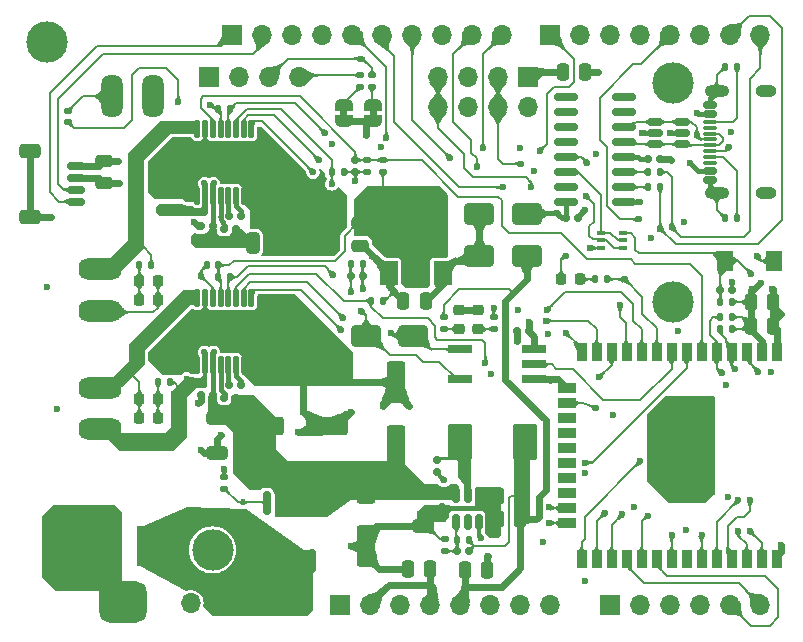
<source format=gbr>
%TF.GenerationSoftware,KiCad,Pcbnew,8.0.5*%
%TF.CreationDate,2024-10-03T19:56:58-04:00*%
%TF.ProjectId,EX-CSB1,45582d43-5342-4312-9e6b-696361645f70,rev?*%
%TF.SameCoordinates,Original*%
%TF.FileFunction,Copper,L1,Top*%
%TF.FilePolarity,Positive*%
%FSLAX46Y46*%
G04 Gerber Fmt 4.6, Leading zero omitted, Abs format (unit mm)*
G04 Created by KiCad (PCBNEW 8.0.5) date 2024-10-03 19:56:58*
%MOMM*%
%LPD*%
G01*
G04 APERTURE LIST*
G04 Aperture macros list*
%AMRoundRect*
0 Rectangle with rounded corners*
0 $1 Rounding radius*
0 $2 $3 $4 $5 $6 $7 $8 $9 X,Y pos of 4 corners*
0 Add a 4 corners polygon primitive as box body*
4,1,4,$2,$3,$4,$5,$6,$7,$8,$9,$2,$3,0*
0 Add four circle primitives for the rounded corners*
1,1,$1+$1,$2,$3*
1,1,$1+$1,$4,$5*
1,1,$1+$1,$6,$7*
1,1,$1+$1,$8,$9*
0 Add four rect primitives between the rounded corners*
20,1,$1+$1,$2,$3,$4,$5,0*
20,1,$1+$1,$4,$5,$6,$7,0*
20,1,$1+$1,$6,$7,$8,$9,0*
20,1,$1+$1,$8,$9,$2,$3,0*%
%AMFreePoly0*
4,1,19,0.500000,-0.750000,0.000000,-0.750000,0.000000,-0.744911,-0.071157,-0.744911,-0.207708,-0.704816,-0.327430,-0.627875,-0.420627,-0.520320,-0.479746,-0.390866,-0.500000,-0.250000,-0.500000,0.250000,-0.479746,0.390866,-0.420627,0.520320,-0.327430,0.627875,-0.207708,0.704816,-0.071157,0.744911,0.000000,0.744911,0.000000,0.750000,0.500000,0.750000,0.500000,-0.750000,0.500000,-0.750000,
$1*%
%AMFreePoly1*
4,1,19,0.000000,0.744911,0.071157,0.744911,0.207708,0.704816,0.327430,0.627875,0.420627,0.520320,0.479746,0.390866,0.500000,0.250000,0.500000,-0.250000,0.479746,-0.390866,0.420627,-0.520320,0.327430,-0.627875,0.207708,-0.704816,0.071157,-0.744911,0.000000,-0.744911,0.000000,-0.750000,-0.500000,-0.750000,-0.500000,0.750000,0.000000,0.750000,0.000000,0.744911,0.000000,0.744911,
$1*%
G04 Aperture macros list end*
%TA.AperFunction,EtchedComponent*%
%ADD10C,0.000000*%
%TD*%
%TA.AperFunction,SMDPad,CuDef*%
%ADD11R,1.350000X1.800000*%
%TD*%
%TA.AperFunction,SMDPad,CuDef*%
%ADD12RoundRect,0.250000X0.475000X-0.250000X0.475000X0.250000X-0.475000X0.250000X-0.475000X-0.250000X0*%
%TD*%
%TA.AperFunction,SMDPad,CuDef*%
%ADD13RoundRect,0.120000X-0.180000X-0.190000X0.180000X-0.190000X0.180000X0.190000X-0.180000X0.190000X0*%
%TD*%
%TA.AperFunction,SMDPad,CuDef*%
%ADD14RoundRect,0.120000X-0.170000X-0.190000X0.170000X-0.190000X0.170000X0.190000X-0.170000X0.190000X0*%
%TD*%
%TA.AperFunction,SMDPad,CuDef*%
%ADD15RoundRect,0.120000X0.180000X0.190000X-0.180000X0.190000X-0.180000X-0.190000X0.180000X-0.190000X0*%
%TD*%
%TA.AperFunction,SMDPad,CuDef*%
%ADD16RoundRect,0.120000X0.190000X-0.180000X0.190000X0.180000X-0.190000X0.180000X-0.190000X-0.180000X0*%
%TD*%
%TA.AperFunction,ComponentPad*%
%ADD17C,3.500000*%
%TD*%
%TA.AperFunction,SMDPad,CuDef*%
%ADD18R,2.000000X0.640000*%
%TD*%
%TA.AperFunction,SMDPad,CuDef*%
%ADD19RoundRect,0.120000X0.170000X0.190000X-0.170000X0.190000X-0.170000X-0.190000X0.170000X-0.190000X0*%
%TD*%
%TA.AperFunction,ComponentPad*%
%ADD20C,0.600000*%
%TD*%
%TA.AperFunction,ComponentPad*%
%ADD21RoundRect,0.720000X-1.080000X0.180000X-1.080000X-0.180000X1.080000X-0.180000X1.080000X0.180000X0*%
%TD*%
%TA.AperFunction,SMDPad,CuDef*%
%ADD22FreePoly0,90.000000*%
%TD*%
%TA.AperFunction,SMDPad,CuDef*%
%ADD23FreePoly1,90.000000*%
%TD*%
%TA.AperFunction,SMDPad,CuDef*%
%ADD24RoundRect,0.250000X-0.250000X-0.475000X0.250000X-0.475000X0.250000X0.475000X-0.250000X0.475000X0*%
%TD*%
%TA.AperFunction,ComponentPad*%
%ADD25R,1.700000X1.700000*%
%TD*%
%TA.AperFunction,ComponentPad*%
%ADD26O,1.700000X1.700000*%
%TD*%
%TA.AperFunction,SMDPad,CuDef*%
%ADD27RoundRect,0.218750X-0.218750X-0.256250X0.218750X-0.256250X0.218750X0.256250X-0.218750X0.256250X0*%
%TD*%
%TA.AperFunction,SMDPad,CuDef*%
%ADD28RoundRect,0.250000X0.250000X0.475000X-0.250000X0.475000X-0.250000X-0.475000X0.250000X-0.475000X0*%
%TD*%
%TA.AperFunction,SMDPad,CuDef*%
%ADD29RoundRect,0.120000X0.190000X-0.170000X0.190000X0.170000X-0.190000X0.170000X-0.190000X-0.170000X0*%
%TD*%
%TA.AperFunction,SMDPad,CuDef*%
%ADD30RoundRect,0.120000X-0.190000X0.170000X-0.190000X-0.170000X0.190000X-0.170000X0.190000X0.170000X0*%
%TD*%
%TA.AperFunction,SMDPad,CuDef*%
%ADD31RoundRect,0.250000X-0.550000X1.500000X-0.550000X-1.500000X0.550000X-1.500000X0.550000X1.500000X0*%
%TD*%
%TA.AperFunction,SMDPad,CuDef*%
%ADD32RoundRect,0.150000X0.425000X-0.150000X0.425000X0.150000X-0.425000X0.150000X-0.425000X-0.150000X0*%
%TD*%
%TA.AperFunction,SMDPad,CuDef*%
%ADD33RoundRect,0.075000X0.500000X-0.075000X0.500000X0.075000X-0.500000X0.075000X-0.500000X-0.075000X0*%
%TD*%
%TA.AperFunction,ComponentPad*%
%ADD34O,2.100000X1.000000*%
%TD*%
%TA.AperFunction,ComponentPad*%
%ADD35O,1.800000X1.000000*%
%TD*%
%TA.AperFunction,SMDPad,CuDef*%
%ADD36RoundRect,0.250000X-0.325000X-0.650000X0.325000X-0.650000X0.325000X0.650000X-0.325000X0.650000X0*%
%TD*%
%TA.AperFunction,SMDPad,CuDef*%
%ADD37RoundRect,0.150000X-0.150000X0.512500X-0.150000X-0.512500X0.150000X-0.512500X0.150000X0.512500X0*%
%TD*%
%TA.AperFunction,SMDPad,CuDef*%
%ADD38RoundRect,0.250000X-0.475000X0.250000X-0.475000X-0.250000X0.475000X-0.250000X0.475000X0.250000X0*%
%TD*%
%TA.AperFunction,SMDPad,CuDef*%
%ADD39R,0.650000X0.400000*%
%TD*%
%TA.AperFunction,ComponentPad*%
%ADD40RoundRect,0.720000X0.180000X1.080000X-0.180000X1.080000X-0.180000X-1.080000X0.180000X-1.080000X0*%
%TD*%
%TA.AperFunction,SMDPad,CuDef*%
%ADD41RoundRect,0.218750X-0.256250X0.218750X-0.256250X-0.218750X0.256250X-0.218750X0.256250X0.218750X0*%
%TD*%
%TA.AperFunction,SMDPad,CuDef*%
%ADD42RoundRect,0.110000X-0.110000X0.677500X-0.110000X-0.677500X0.110000X-0.677500X0.110000X0.677500X0*%
%TD*%
%TA.AperFunction,ComponentPad*%
%ADD43C,0.550000*%
%TD*%
%TA.AperFunction,SMDPad,CuDef*%
%ADD44RoundRect,0.145200X-0.074800X0.354800X-0.074800X-0.354800X0.074800X-0.354800X0.074800X0.354800X0*%
%TD*%
%TA.AperFunction,ComponentPad*%
%ADD45C,0.500000*%
%TD*%
%TA.AperFunction,SMDPad,CuDef*%
%ADD46R,3.500000X2.930000*%
%TD*%
%TA.AperFunction,SMDPad,CuDef*%
%ADD47RoundRect,0.200000X-1.350000X1.500000X-1.350000X-1.500000X1.350000X-1.500000X1.350000X1.500000X0*%
%TD*%
%TA.AperFunction,SMDPad,CuDef*%
%ADD48RoundRect,0.250000X1.000000X0.650000X-1.000000X0.650000X-1.000000X-0.650000X1.000000X-0.650000X0*%
%TD*%
%TA.AperFunction,SMDPad,CuDef*%
%ADD49RoundRect,0.250000X-0.650000X0.325000X-0.650000X-0.325000X0.650000X-0.325000X0.650000X0.325000X0*%
%TD*%
%TA.AperFunction,SMDPad,CuDef*%
%ADD50RoundRect,0.218750X0.218750X0.256250X-0.218750X0.256250X-0.218750X-0.256250X0.218750X-0.256250X0*%
%TD*%
%TA.AperFunction,SMDPad,CuDef*%
%ADD51RoundRect,0.150000X0.825000X0.150000X-0.825000X0.150000X-0.825000X-0.150000X0.825000X-0.150000X0*%
%TD*%
%TA.AperFunction,SMDPad,CuDef*%
%ADD52RoundRect,0.120000X-0.190000X0.180000X-0.190000X-0.180000X0.190000X-0.180000X0.190000X0.180000X0*%
%TD*%
%TA.AperFunction,SMDPad,CuDef*%
%ADD53RoundRect,0.250000X-1.500000X-0.550000X1.500000X-0.550000X1.500000X0.550000X-1.500000X0.550000X0*%
%TD*%
%TA.AperFunction,SMDPad,CuDef*%
%ADD54RoundRect,0.250000X-1.000000X-0.650000X1.000000X-0.650000X1.000000X0.650000X-1.000000X0.650000X0*%
%TD*%
%TA.AperFunction,SMDPad,CuDef*%
%ADD55RoundRect,0.150000X-0.625000X0.150000X-0.625000X-0.150000X0.625000X-0.150000X0.625000X0.150000X0*%
%TD*%
%TA.AperFunction,SMDPad,CuDef*%
%ADD56RoundRect,0.250000X-0.650000X0.350000X-0.650000X-0.350000X0.650000X-0.350000X0.650000X0.350000X0*%
%TD*%
%TA.AperFunction,SMDPad,CuDef*%
%ADD57RoundRect,0.019500X-0.955500X-1.480500X0.955500X-1.480500X0.955500X1.480500X-0.955500X1.480500X0*%
%TD*%
%TA.AperFunction,SMDPad,CuDef*%
%ADD58R,0.450000X0.600000*%
%TD*%
%TA.AperFunction,SMDPad,CuDef*%
%ADD59R,1.500000X2.000000*%
%TD*%
%TA.AperFunction,SMDPad,CuDef*%
%ADD60R,3.800000X2.000000*%
%TD*%
%TA.AperFunction,ComponentPad*%
%ADD61R,3.500000X3.500000*%
%TD*%
%TA.AperFunction,ComponentPad*%
%ADD62RoundRect,0.350000X-1.400000X-1.400000X1.400000X-1.400000X1.400000X1.400000X-1.400000X1.400000X0*%
%TD*%
%TA.AperFunction,ComponentPad*%
%ADD63RoundRect,0.875000X-1.125000X-0.875000X1.125000X-0.875000X1.125000X0.875000X-1.125000X0.875000X0*%
%TD*%
%TA.AperFunction,SMDPad,CuDef*%
%ADD64RoundRect,0.250000X0.550000X-1.500000X0.550000X1.500000X-0.550000X1.500000X-0.550000X-1.500000X0*%
%TD*%
%TA.AperFunction,SMDPad,CuDef*%
%ADD65RoundRect,0.150000X-0.150000X0.825000X-0.150000X-0.825000X0.150000X-0.825000X0.150000X0.825000X0*%
%TD*%
%TA.AperFunction,SMDPad,CuDef*%
%ADD66R,0.900000X1.500000*%
%TD*%
%TA.AperFunction,SMDPad,CuDef*%
%ADD67R,1.500000X0.900000*%
%TD*%
%TA.AperFunction,SMDPad,CuDef*%
%ADD68R,0.900000X0.900000*%
%TD*%
%TA.AperFunction,SMDPad,CuDef*%
%ADD69RoundRect,0.150000X0.512500X0.150000X-0.512500X0.150000X-0.512500X-0.150000X0.512500X-0.150000X0*%
%TD*%
%TA.AperFunction,ViaPad*%
%ADD70C,0.600000*%
%TD*%
%TA.AperFunction,Conductor*%
%ADD71C,0.600000*%
%TD*%
%TA.AperFunction,Conductor*%
%ADD72C,0.200000*%
%TD*%
%TA.AperFunction,Conductor*%
%ADD73C,0.400000*%
%TD*%
%TA.AperFunction,Conductor*%
%ADD74C,0.300000*%
%TD*%
%TA.AperFunction,Conductor*%
%ADD75C,0.440000*%
%TD*%
%TA.AperFunction,Conductor*%
%ADD76C,0.500000*%
%TD*%
G04 APERTURE END LIST*
D10*
%TA.AperFunction,EtchedComponent*%
%TO.C,JP101*%
G36*
X28400000Y43750000D02*
G01*
X27800000Y43750000D01*
X27800000Y44250000D01*
X28400000Y44250000D01*
X28400000Y43750000D01*
G37*
%TD.AperFunction*%
%TA.AperFunction,EtchedComponent*%
%TO.C,JP102*%
G36*
X30900000Y43750000D02*
G01*
X30300000Y43750000D01*
X30300000Y44250000D01*
X30900000Y44250000D01*
X30900000Y43750000D01*
G37*
%TD.AperFunction*%
%TD*%
D11*
%TO.P,SW101,1,1*%
%TO.N,/reset_n*%
X60425000Y31500000D03*
%TO.P,SW101,2,2*%
%TO.N,GND*%
X64575000Y31500000D03*
%TD*%
D12*
%TO.P,C115,1*%
%TO.N,+3V3*%
X7799999Y38050001D03*
%TO.P,C115,2*%
%TO.N,GND*%
X7799999Y39949999D03*
%TD*%
D13*
%TO.P,C118,1*%
%TO.N,GND*%
X42800000Y25500000D03*
%TO.P,C118,2*%
%TO.N,+3V3*%
X43800000Y25500000D03*
%TD*%
D14*
%TO.P,R121,1*%
%TO.N,/rxd*%
X53900000Y39000000D03*
%TO.P,R121,2*%
%TO.N,/USB_RX*%
X54900000Y39000000D03*
%TD*%
D15*
%TO.P,C108,1*%
%TO.N,VM*%
X19000000Y34200000D03*
%TO.P,C108,2*%
%TO.N,/vcpa*%
X18000000Y34200000D03*
%TD*%
D16*
%TO.P,C204,1*%
%TO.N,/Power/bst*%
X36015000Y13625000D03*
%TO.P,C204,2*%
%TO.N,/Power/sw*%
X36015000Y14625000D03*
%TD*%
D17*
%TO.P,H103,1*%
%TO.N,N/C*%
X56000000Y46500000D03*
%TD*%
D18*
%TO.P,U104,1*%
%TO.N,/opto_anode*%
X37950000Y23970000D03*
%TO.P,U104,3*%
%TO.N,/Booster-C*%
X37950000Y21430000D03*
%TO.P,U104,4,GND*%
%TO.N,GND*%
X44250000Y21430000D03*
%TO.P,U104,5*%
%TO.N,/Railsync_in*%
X44250000Y22700000D03*
%TO.P,U104,6,VCC*%
%TO.N,+3V3*%
X44250000Y23970000D03*
%TD*%
D19*
%TO.P,R116,1*%
%TO.N,+3V3*%
X61000000Y25700003D03*
%TO.P,R116,2*%
%TO.N,/a0*%
X60000000Y25700003D03*
%TD*%
D20*
%TO.P,J103,1,Pin_1*%
%TO.N,/out1b*%
X8800000Y21250000D03*
X6200000Y21250000D03*
D21*
X7500000Y20750000D03*
D20*
X8800000Y20250000D03*
X6200000Y20250000D03*
%TO.P,J103,2,Pin_2*%
%TO.N,/out2b*%
X8800000Y17750000D03*
X6200000Y17750000D03*
D21*
X7500000Y17250000D03*
D20*
X8800000Y16750000D03*
X6200000Y16750000D03*
%TD*%
D22*
%TO.P,JP101,1,A*%
%TO.N,+3V3*%
X28100000Y43350000D03*
D23*
%TO.P,JP101,2,B*%
%TO.N,Net-(JP101-B)*%
X28100000Y44650000D03*
%TD*%
D24*
%TO.P,C114,1*%
%TO.N,+3V3*%
X46650001Y47500000D03*
%TO.P,C114,2*%
%TO.N,GND*%
X48549999Y47500000D03*
%TD*%
%TO.P,C101,1*%
%TO.N,+3V3*%
X62550000Y25999997D03*
%TO.P,C101,2*%
%TO.N,GND*%
X64450000Y25999997D03*
%TD*%
D15*
%TO.P,C110,1*%
%TO.N,/cplb*%
X19400000Y21000000D03*
%TO.P,C110,2*%
%TO.N,/cphb*%
X18400000Y21000000D03*
%TD*%
D25*
%TO.P,J108,1,Pin_1*%
%TO.N,unconnected-(J108-Pin_1-Pad1)*%
X27825000Y2370000D03*
D26*
%TO.P,J108,2,Pin_2*%
%TO.N,+3V3*%
X30365000Y2370000D03*
%TO.P,J108,3,Pin_3*%
%TO.N,/reset_n*%
X32905000Y2370000D03*
%TO.P,J108,4,Pin_4*%
%TO.N,+3V3*%
X35445000Y2370000D03*
%TO.P,J108,5,Pin_5*%
%TO.N,+5V*%
X37985000Y2370000D03*
%TO.P,J108,6,Pin_6*%
%TO.N,GND*%
X40525000Y2370000D03*
%TO.P,J108,7,Pin_7*%
X43065000Y2370000D03*
%TO.P,J108,8,Pin_8*%
%TO.N,vin_pin*%
X45605000Y2370000D03*
%TD*%
D13*
%TO.P,C209,1*%
%TO.N,/Power/fn*%
X37700000Y6900000D03*
%TO.P,C209,2*%
%TO.N,+5V*%
X38700000Y6900000D03*
%TD*%
D27*
%TO.P,D104,1,K*%
%TO.N,/out1b*%
X10800000Y18200001D03*
%TO.P,D104,2,A*%
%TO.N,Net-(D103-K)*%
X12375000Y18200001D03*
%TD*%
D17*
%TO.P,H104,1*%
%TO.N,N/C*%
X56000000Y28000000D03*
%TD*%
D19*
%TO.P,R119,1*%
%TO.N,/cc1*%
X61400000Y35100000D03*
%TO.P,R119,2*%
%TO.N,GND*%
X60400000Y35100000D03*
%TD*%
%TO.P,R202,1*%
%TO.N,+5V*%
X38700000Y7800000D03*
%TO.P,R202,2*%
%TO.N,/Power/fn*%
X37700000Y7800000D03*
%TD*%
D28*
%TO.P,C207,1*%
%TO.N,+5V*%
X43050001Y11600000D03*
%TO.P,C207,2*%
%TO.N,GND*%
X41150001Y11600000D03*
%TD*%
D29*
%TO.P,R201,1*%
%TO.N,/Power/gate*%
X18000000Y12200000D03*
%TO.P,R201,2*%
%TO.N,GND*%
X18000000Y13200000D03*
%TD*%
D30*
%TO.P,R205,1*%
%TO.N,+3V3*%
X40800000Y26700000D03*
%TO.P,R205,2*%
%TO.N,Net-(D205-A)*%
X40800000Y25700000D03*
%TD*%
D31*
%TO.P,C203,1*%
%TO.N,VM*%
X30000000Y12700000D03*
%TO.P,C203,2*%
%TO.N,GND*%
X30000000Y7300000D03*
%TD*%
D15*
%TO.P,C111,1*%
%TO.N,/cpla*%
X19400000Y35300000D03*
%TO.P,C111,2*%
%TO.N,/cpha*%
X18400000Y35300000D03*
%TD*%
D29*
%TO.P,R203,1*%
%TO.N,/Power/fn*%
X36700000Y6900000D03*
%TO.P,R203,2*%
%TO.N,GND*%
X36700000Y7900000D03*
%TD*%
D15*
%TO.P,C107,1*%
%TO.N,VM*%
X19000000Y19900000D03*
%TO.P,C107,2*%
%TO.N,/vcpb*%
X18000000Y19900000D03*
%TD*%
D32*
%TO.P,J114,A1,GND*%
%TO.N,GND*%
X59110000Y38300000D03*
%TO.P,J114,A4,VBUS*%
%TO.N,VBUS*%
X59110000Y39100000D03*
D33*
%TO.P,J114,A5,CC1*%
%TO.N,/cc1*%
X59110000Y40250000D03*
%TO.P,J114,A6,D+*%
%TO.N,/usb_d+*%
X59110000Y41250000D03*
%TO.P,J114,A7,D-*%
%TO.N,/usb_d-*%
X59110000Y41750000D03*
%TO.P,J114,A8,SBU1*%
%TO.N,unconnected-(J114-SBU1-PadA8)*%
X59110000Y42750000D03*
D32*
%TO.P,J114,A9,VBUS*%
%TO.N,VBUS*%
X59110000Y43900000D03*
%TO.P,J114,A12,GND*%
%TO.N,GND*%
X59110000Y44700000D03*
%TO.P,J114,B1,GND*%
X59110000Y44700000D03*
%TO.P,J114,B4,VBUS*%
%TO.N,VBUS*%
X59110000Y43900000D03*
D33*
%TO.P,J114,B5,CC2*%
%TO.N,/cc2*%
X59110000Y43250000D03*
%TO.P,J114,B6,D+*%
%TO.N,/usb_d+*%
X59110000Y42250000D03*
%TO.P,J114,B7,D-*%
%TO.N,/usb_d-*%
X59110000Y40750000D03*
%TO.P,J114,B8,SBU2*%
%TO.N,unconnected-(J114-SBU2-PadB8)*%
X59110000Y39750000D03*
D32*
%TO.P,J114,B9,VBUS*%
%TO.N,VBUS*%
X59110000Y39100000D03*
%TO.P,J114,B12,GND*%
%TO.N,GND*%
X59110000Y38300000D03*
D34*
%TO.P,J114,S1,SHIELD*%
X59685000Y37180000D03*
D35*
X63865000Y37180000D03*
D34*
X59685000Y45820000D03*
D35*
X63865000Y45820000D03*
%TD*%
D14*
%TO.P,R109,1*%
%TO.N,/nSleepb*%
X30400001Y28100000D03*
%TO.P,R109,2*%
%TO.N,GND*%
X31399999Y28100000D03*
%TD*%
D30*
%TO.P,R111,1*%
%TO.N,/sen_a*%
X30100000Y40000000D03*
%TO.P,R111,2*%
%TO.N,GND*%
X30100000Y39000000D03*
%TD*%
D25*
%TO.P,J107,1,Pin_1*%
%TO.N,/scl*%
X18685000Y50630000D03*
D26*
%TO.P,J107,2,Pin_2*%
%TO.N,/sda*%
X21225000Y50630000D03*
%TO.P,J107,3,Pin_3*%
%TO.N,/aref*%
X23765000Y50630000D03*
%TO.P,J107,4,Pin_4*%
%TO.N,GND*%
X26305000Y50630000D03*
%TO.P,J107,5,Pin_5*%
%TO.N,/d13*%
X28845000Y50630000D03*
%TO.P,J107,6,Pin_6*%
%TO.N,/d12*%
X31385000Y50630000D03*
%TO.P,J107,7,Pin_7*%
%TO.N,/d11*%
X33925000Y50630000D03*
%TO.P,J107,8,Pin_8*%
%TO.N,/d10*%
X36465000Y50630000D03*
%TO.P,J107,9,Pin_9*%
%TO.N,/brake_c*%
X39005000Y50630000D03*
%TO.P,J107,10,Pin_10*%
%TO.N,/brake_d*%
X41545000Y50630000D03*
%TD*%
D36*
%TO.P,C105,1*%
%TO.N,VM*%
X20424999Y33000000D03*
%TO.P,C105,2*%
%TO.N,GND*%
X23375001Y33000000D03*
%TD*%
D37*
%TO.P,U201,1,GND*%
%TO.N,GND*%
X39550000Y11637500D03*
%TO.P,U201,2,SW*%
%TO.N,/Power/sw*%
X38600000Y11637500D03*
%TO.P,U201,3,VIN*%
%TO.N,VM*%
X37650000Y11637500D03*
%TO.P,U201,4,FB*%
%TO.N,/Power/fn*%
X37650000Y9362500D03*
%TO.P,U201,5,EN*%
%TO.N,unconnected-(U201-EN-Pad5)*%
X38600000Y9362500D03*
%TO.P,U201,6,BOOT*%
%TO.N,/Power/bst*%
X39550000Y9362500D03*
%TD*%
D38*
%TO.P,C211,1*%
%TO.N,+3V3*%
X29500000Y34650000D03*
%TO.P,C211,2*%
%TO.N,GND*%
X29500000Y32750000D03*
%TD*%
D39*
%TO.P,Q101,1,E1*%
%TO.N,/DTR*%
X51750000Y32550000D03*
%TO.P,Q101,2,B1*%
%TO.N,/RTS*%
X51750000Y33200000D03*
%TO.P,Q101,3,C2*%
%TO.N,/reset_n*%
X51750000Y33850000D03*
%TO.P,Q101,4,E2*%
%TO.N,/RTS*%
X49850000Y33850000D03*
%TO.P,Q101,5,B2*%
%TO.N,/DTR*%
X49850000Y33200000D03*
%TO.P,Q101,6,C1*%
%TO.N,/IO0_boot_option*%
X49850000Y32550000D03*
%TD*%
D20*
%TO.P,J110,1,Pin_1*%
%TO.N,/Booster-C*%
X12450000Y44100000D03*
X12450000Y46700000D03*
D40*
X11950000Y45400000D03*
D20*
X11450000Y44100000D03*
X11450000Y46700000D03*
%TO.P,J110,2,Pin_2*%
%TO.N,/Booster-D*%
X8950000Y44100000D03*
X8950000Y46700000D03*
D40*
X8450000Y45400000D03*
D20*
X7950000Y44100000D03*
X7950000Y46700000D03*
%TD*%
D41*
%TO.P,D205,1,K*%
%TO.N,GND*%
X39500000Y27287500D03*
%TO.P,D205,2,A*%
%TO.N,Net-(D205-A)*%
X39500000Y25712500D03*
%TD*%
D19*
%TO.P,R103,1*%
%TO.N,+3V3*%
X61000000Y28000000D03*
%TO.P,R103,2*%
%TO.N,/reset_n*%
X60000000Y28000000D03*
%TD*%
%TO.P,R106,1*%
%TO.N,+3V3*%
X17500000Y31100000D03*
%TO.P,R106,2*%
%TO.N,/sen_b*%
X16500000Y31100000D03*
%TD*%
D28*
%TO.P,C210,1*%
%TO.N,/Power/+5V_vreg*%
X35050000Y28100000D03*
%TO.P,C210,2*%
%TO.N,GND*%
X33150000Y28100000D03*
%TD*%
D42*
%TO.P,U101,1,EN/IN1*%
%TO.N,/en{slash}in1b*%
X20275000Y28362500D03*
%TO.P,U101,2,PH/IN2*%
%TO.N,/ph{slash}in2b*%
X19625000Y28362500D03*
%TO.P,U101,3,nSleep*%
%TO.N,/nSleepb*%
X18975000Y28362500D03*
%TO.P,U101,4,nFAULT*%
%TO.N,/fault_n_b*%
X18325000Y28362500D03*
%TO.P,U101,5,VRef*%
%TO.N,+3V3*%
X17675000Y28362500D03*
%TO.P,U101,6,IPROPI*%
%TO.N,/sen_b*%
X17025000Y28362500D03*
%TO.P,U101,7,IMODE*%
%TO.N,GND*%
X16375000Y28362500D03*
%TO.P,U101,8,OUT1*%
%TO.N,/out1b*%
X15725000Y28362500D03*
%TO.P,U101,9,GND*%
%TO.N,GND*%
X15725000Y22637500D03*
D43*
%TO.P,U101,10,OUT2*%
%TO.N,/out2b*%
X16300000Y23750000D03*
D44*
X16375000Y23400000D03*
D42*
X16375000Y22637500D03*
D43*
%TO.P,U101,11,VM*%
%TO.N,VM*%
X17100000Y23750000D03*
D44*
X17025000Y23400000D03*
D42*
X17025000Y22637500D03*
%TO.P,U101,12,VCP*%
%TO.N,/vcpb*%
X17675000Y22637500D03*
%TO.P,U101,13,CPH*%
%TO.N,/cphb*%
X18325000Y22637500D03*
%TO.P,U101,14,CPL*%
%TO.N,/cplb*%
X18975000Y22637500D03*
%TO.P,U101,15,GND*%
%TO.N,GND*%
X19625000Y22637500D03*
%TO.P,U101,16,PMODE*%
X20275000Y22637500D03*
D45*
%TO.P,U101,17,GND*%
X20400000Y26950000D03*
X19800000Y26950000D03*
X19200000Y26950000D03*
X18600000Y26950000D03*
X18000000Y26950000D03*
X17400000Y26950000D03*
X16800000Y26950000D03*
X16200000Y26950000D03*
X15600000Y26950000D03*
X20000000Y26250000D03*
X16000000Y26200000D03*
D46*
X17000000Y25735000D03*
D45*
X20000000Y25500000D03*
D47*
X19200000Y25500000D03*
D45*
X18000000Y25500000D03*
X16000000Y25450000D03*
X15570000Y25000000D03*
X20000000Y24750000D03*
X16010000Y24520000D03*
X15470000Y24340000D03*
X20400000Y24050000D03*
X19700000Y24050000D03*
X19100000Y24050000D03*
X18500000Y24050000D03*
X17900000Y24050000D03*
%TD*%
D19*
%TO.P,R117,1*%
%TO.N,+3V3*%
X61000000Y26700000D03*
%TO.P,R117,2*%
%TO.N,/a1*%
X60000000Y26700000D03*
%TD*%
D48*
%TO.P,D106,1,K*%
%TO.N,/opto_anode*%
X34000001Y25100000D03*
%TO.P,D106,2,A*%
%TO.N,/Booster-C*%
X29999999Y25100000D03*
%TD*%
D14*
%TO.P,R118,1*%
%TO.N,GND*%
X60400000Y47900000D03*
%TO.P,R118,2*%
%TO.N,/cc2*%
X61400000Y47900000D03*
%TD*%
D49*
%TO.P,C205,1*%
%TO.N,VM*%
X34800001Y11975000D03*
%TO.P,C205,2*%
%TO.N,GND*%
X34800001Y9025000D03*
%TD*%
D41*
%TO.P,D202,1,K*%
%TO.N,GND*%
X37900000Y27287500D03*
%TO.P,D202,2,A*%
%TO.N,Net-(D202-A)*%
X37900000Y25712500D03*
%TD*%
D27*
%TO.P,D105,1,K*%
%TO.N,GND*%
X46512500Y29900000D03*
%TO.P,D105,2,A*%
%TO.N,Net-(D105-A)*%
X48087500Y29900000D03*
%TD*%
D14*
%TO.P,R101,1*%
%TO.N,Net-(D101-K)*%
X10800000Y31100000D03*
%TO.P,R101,2*%
%TO.N,/out1a*%
X11800000Y31100000D03*
%TD*%
D25*
%TO.P,J106,1,Pin_1*%
%TO.N,+3V3*%
X43700000Y47000000D03*
D26*
%TO.P,J106,2,Pin_2*%
X43700000Y44460000D03*
%TO.P,J106,3,Pin_3*%
%TO.N,/sda*%
X41160000Y47000000D03*
%TO.P,J106,4,Pin_4*%
X41160000Y44460000D03*
%TO.P,J106,5,Pin_5*%
%TO.N,GND*%
X38620000Y47000000D03*
%TO.P,J106,6,Pin_6*%
X38620000Y44460000D03*
%TO.P,J106,7,Pin_7*%
%TO.N,/scl*%
X36080000Y47000000D03*
%TO.P,J106,8,Pin_8*%
X36080000Y44460000D03*
%TD*%
D50*
%TO.P,D103,1,K*%
%TO.N,Net-(D103-K)*%
X12375000Y19799999D03*
%TO.P,D103,2,A*%
%TO.N,/out1b*%
X10800000Y19799999D03*
%TD*%
D30*
%TO.P,R204,1*%
%TO.N,+5V*%
X36565001Y26695000D03*
%TO.P,R204,2*%
%TO.N,Net-(D202-A)*%
X36565001Y25695000D03*
%TD*%
D20*
%TO.P,J101,1,Pin_1*%
%TO.N,/out1a*%
X8800000Y31250000D03*
X6200000Y31250000D03*
D21*
X7500000Y30750000D03*
D20*
X8800000Y30250000D03*
X6200000Y30250000D03*
%TO.P,J101,2,Pin_2*%
%TO.N,/out2a*%
X8800000Y27750000D03*
X6200000Y27750000D03*
D21*
X7500000Y27250000D03*
D20*
X8800000Y26750000D03*
X6200000Y26750000D03*
%TD*%
D28*
%TO.P,C117,1*%
%TO.N,+3V3*%
X35450000Y5400000D03*
%TO.P,C117,2*%
%TO.N,GND*%
X33550000Y5400000D03*
%TD*%
D17*
%TO.P,H101,1*%
%TO.N,N/C*%
X3000000Y50000000D03*
%TD*%
D51*
%TO.P,U106,1,GND*%
%TO.N,GND*%
X51875000Y36455000D03*
%TO.P,U106,2,TXD*%
%TO.N,/txd*%
X51875000Y37725000D03*
%TO.P,U106,3,RXD*%
%TO.N,/rxd*%
X51875000Y38995000D03*
%TO.P,U106,4,V3*%
%TO.N,/usb_vreg*%
X51875000Y40265000D03*
%TO.P,U106,5,UD+*%
%TO.N,/usb_d+*%
X51875000Y41535000D03*
%TO.P,U106,6,UD-*%
%TO.N,/usb_d-*%
X51875000Y42805000D03*
%TO.P,U106,7,NC*%
%TO.N,unconnected-(U106-NC-Pad7)*%
X51875000Y44075000D03*
%TO.P,U106,8,NC*%
%TO.N,unconnected-(U106-NC-Pad8)*%
X51875000Y45345000D03*
%TO.P,U106,9,~{CTS}*%
%TO.N,unconnected-(U106-~{CTS}-Pad9)*%
X46925000Y45345000D03*
%TO.P,U106,10,~{DSR}*%
%TO.N,unconnected-(U106-~{DSR}-Pad10)*%
X46925000Y44075000D03*
%TO.P,U106,11,~{RI}*%
%TO.N,unconnected-(U106-~{RI}-Pad11)*%
X46925000Y42805000D03*
%TO.P,U106,12,~{DCD}*%
%TO.N,unconnected-(U106-~{DCD}-Pad12)*%
X46925000Y41535000D03*
%TO.P,U106,13,~{DTR}*%
%TO.N,/DTR*%
X46925000Y40265000D03*
%TO.P,U106,14,~{RTS}*%
%TO.N,/RTS*%
X46925000Y38995000D03*
%TO.P,U106,15,R232*%
%TO.N,unconnected-(U106-R232-Pad15)*%
X46925000Y37725000D03*
%TO.P,U106,16,VCC*%
%TO.N,VBUS*%
X46925000Y36455000D03*
%TD*%
D49*
%TO.P,C103,1*%
%TO.N,VM*%
X17400000Y18175000D03*
%TO.P,C103,2*%
%TO.N,GND*%
X17400000Y15225000D03*
%TD*%
D52*
%TO.P,C113,1*%
%TO.N,/sen_a*%
X29100000Y40000000D03*
%TO.P,C113,2*%
%TO.N,GND*%
X29100000Y39000000D03*
%TD*%
D17*
%TO.P,H102,1*%
%TO.N,N/C*%
X17000000Y7000000D03*
%TD*%
D25*
%TO.P,J113,1,Pin_1*%
%TO.N,/d7*%
X45605000Y50630000D03*
D26*
%TO.P,J113,2,Pin_2*%
%TO.N,/d6*%
X48145000Y50630000D03*
%TO.P,J113,3,Pin_3*%
%TO.N,/d5*%
X50685000Y50630000D03*
%TO.P,J113,4,Pin_4*%
%TO.N,/d4*%
X53225000Y50630000D03*
%TO.P,J113,5,Pin_5*%
%TO.N,/d3*%
X55765000Y50630000D03*
%TO.P,J113,6,Pin_6*%
%TO.N,/d2*%
X58305000Y50630000D03*
%TO.P,J113,7,Pin_7*%
%TO.N,/USB_TX*%
X60845000Y50630000D03*
%TO.P,J113,8,Pin_8*%
%TO.N,/USB_RX*%
X63385000Y50630000D03*
%TD*%
D27*
%TO.P,D101,1,K*%
%TO.N,Net-(D101-K)*%
X10812500Y28200001D03*
%TO.P,D101,2,A*%
%TO.N,/out2a*%
X12387500Y28200001D03*
%TD*%
D14*
%TO.P,R120,1*%
%TO.N,/txd*%
X53900000Y37700000D03*
%TO.P,R120,2*%
%TO.N,/USB_TX*%
X54900000Y37700000D03*
%TD*%
D24*
%TO.P,C102,1*%
%TO.N,+3V3*%
X62550000Y27999997D03*
%TO.P,C102,2*%
%TO.N,GND*%
X64450000Y27999997D03*
%TD*%
D14*
%TO.P,R104,1*%
%TO.N,/nSleepa*%
X27100000Y39000000D03*
%TO.P,R104,2*%
%TO.N,GND*%
X28100000Y39000000D03*
%TD*%
D13*
%TO.P,C120,1*%
%TO.N,VBUS*%
X46900000Y35100000D03*
%TO.P,C120,2*%
%TO.N,GND*%
X47900000Y35100000D03*
%TD*%
D25*
%TO.P,J204,1,Pin_1*%
%TO.N,/Power/v_conn*%
X22765000Y2500000D03*
D26*
%TO.P,J204,2,Pin_2*%
X20225000Y2500000D03*
%TO.P,J204,3,Pin_3*%
X17685000Y2500000D03*
%TO.P,J204,4,Pin_4*%
%TO.N,GND*%
X15145000Y2500000D03*
%TD*%
D53*
%TO.P,C201,1*%
%TO.N,VM*%
X21300000Y17500000D03*
%TO.P,C201,2*%
%TO.N,GND*%
X26700000Y17500000D03*
%TD*%
D14*
%TO.P,R110,1*%
%TO.N,/sen_b*%
X28700000Y31200000D03*
%TO.P,R110,2*%
%TO.N,GND*%
X29700000Y31200000D03*
%TD*%
D30*
%TO.P,R115,1*%
%TO.N,/Booster-D*%
X4800000Y44199999D03*
%TO.P,R115,2*%
%TO.N,/opto_anode*%
X4800000Y43200001D03*
%TD*%
D54*
%TO.P,D204,1,K*%
%TO.N,/Power/+5V_vreg*%
X39600000Y35400000D03*
%TO.P,D204,2,A*%
%TO.N,VBUS*%
X43600000Y35400000D03*
%TD*%
%TO.P,D203,1,K*%
%TO.N,/Power/+5V_vreg*%
X39600000Y31900000D03*
%TO.P,D203,2,A*%
%TO.N,+5V*%
X43600000Y31900000D03*
%TD*%
D25*
%TO.P,J112,1,Pin_1*%
%TO.N,/a0*%
X50685000Y2370000D03*
D26*
%TO.P,J112,2,Pin_2*%
%TO.N,/a1*%
X53225000Y2370000D03*
%TO.P,J112,3,Pin_3*%
%TO.N,/a2*%
X55765000Y2370000D03*
%TO.P,J112,4,Pin_4*%
%TO.N,/a3*%
X58305000Y2370000D03*
%TO.P,J112,5,Pin_5*%
%TO.N,/a4*%
X60845000Y2370000D03*
%TO.P,J112,6,Pin_6*%
%TO.N,/a5*%
X63385000Y2370000D03*
%TD*%
D55*
%TO.P,J105,1,Pin_1*%
%TO.N,GND*%
X5400000Y39500000D03*
%TO.P,J105,2,Pin_2*%
%TO.N,+3V3*%
X5400000Y38500000D03*
%TO.P,J105,3,Pin_3*%
%TO.N,/sda*%
X5400000Y37500000D03*
%TO.P,J105,4,Pin_4*%
%TO.N,/scl*%
X5400000Y36500000D03*
D56*
%TO.P,J105,MP,MountPin*%
%TO.N,GND*%
X1525000Y40800000D03*
X1525000Y35200000D03*
%TD*%
D57*
%TO.P,L201,1,1*%
%TO.N,/Power/sw*%
X37925000Y16100000D03*
%TO.P,L201,2,2*%
%TO.N,+5V*%
X43475000Y16100000D03*
%TD*%
D58*
%TO.P,D201,1,K*%
%TO.N,VM*%
X19600001Y13150001D03*
%TO.P,D201,2,A*%
%TO.N,/Power/gate*%
X19600001Y11050001D03*
%TD*%
D59*
%TO.P,U202,1,GND*%
%TO.N,GND*%
X31900000Y30450000D03*
%TO.P,U202,2,VO*%
%TO.N,+3V3*%
X34200000Y30450000D03*
D60*
X34200000Y36750000D03*
D59*
%TO.P,U202,3,VI*%
%TO.N,/Power/+5V_vreg*%
X36500000Y30450000D03*
%TD*%
D14*
%TO.P,R107,1*%
%TO.N,+3V3*%
X17500000Y44300000D03*
%TO.P,R107,2*%
%TO.N,/fault_n_a*%
X18500000Y44300000D03*
%TD*%
D52*
%TO.P,C206,1*%
%TO.N,VM*%
X36400000Y11600000D03*
%TO.P,C206,2*%
%TO.N,GND*%
X36400000Y10600000D03*
%TD*%
D13*
%TO.P,C109,1*%
%TO.N,/reset_n*%
X60000000Y28999997D03*
%TO.P,C109,2*%
%TO.N,GND*%
X61000000Y28999997D03*
%TD*%
D22*
%TO.P,JP102,1,A*%
%TO.N,+3V3*%
X30600000Y43350001D03*
D23*
%TO.P,JP102,2,B*%
%TO.N,Net-(JP102-B)*%
X30600000Y44649999D03*
%TD*%
D28*
%TO.P,C208,1*%
%TO.N,+5V*%
X43050001Y9600001D03*
%TO.P,C208,2*%
%TO.N,GND*%
X41150001Y9600001D03*
%TD*%
D50*
%TO.P,D102,1,K*%
%TO.N,/out2a*%
X12387500Y29799999D03*
%TO.P,D102,2,A*%
%TO.N,Net-(D101-K)*%
X10812500Y29799999D03*
%TD*%
D19*
%TO.P,R112,1*%
%TO.N,/d7*%
X50400000Y29900000D03*
%TO.P,R112,2*%
%TO.N,Net-(D105-A)*%
X49400000Y29900000D03*
%TD*%
D29*
%TO.P,R108,1*%
%TO.N,+3V3*%
X31400000Y39000000D03*
%TO.P,R108,2*%
%TO.N,/sen_a*%
X31400000Y40000000D03*
%TD*%
D15*
%TO.P,C106,1*%
%TO.N,VM*%
X17040000Y34400000D03*
%TO.P,C106,2*%
%TO.N,GND*%
X16040000Y34400000D03*
%TD*%
D24*
%TO.P,C116,1*%
%TO.N,+5V*%
X38350000Y5300000D03*
%TO.P,C116,2*%
%TO.N,GND*%
X40250000Y5300000D03*
%TD*%
D13*
%TO.P,C112,1*%
%TO.N,/sen_b*%
X28700000Y30200002D03*
%TO.P,C112,2*%
%TO.N,GND*%
X29700000Y30200002D03*
%TD*%
D29*
%TO.P,R114,1*%
%TO.N,Net-(JP102-B)*%
X30500000Y46200000D03*
%TO.P,R114,2*%
%TO.N,/scl*%
X30500000Y47200000D03*
%TD*%
D20*
%TO.P,J201,1*%
%TO.N,/Power/v_conn*%
X10900000Y8700000D03*
X10900000Y7300000D03*
X10900000Y5900000D03*
D61*
X12300000Y7300000D03*
D20*
X13700000Y8700000D03*
X13700000Y7300000D03*
X13700000Y5900000D03*
%TO.P,J201,2*%
%TO.N,GND*%
X4900000Y8700000D03*
X4900000Y7300000D03*
X4900000Y5900000D03*
D62*
X6300000Y7300000D03*
D20*
X7700000Y8700000D03*
X7700000Y7300000D03*
X7700000Y5900000D03*
D63*
%TO.P,J201,MP,MountPin*%
X9400000Y2600000D03*
%TD*%
D42*
%TO.P,U102,1,EN/IN1*%
%TO.N,/en{slash}in1a*%
X20275000Y42662500D03*
%TO.P,U102,2,PH/IN2*%
%TO.N,/IO0_boot_option*%
X19625000Y42662500D03*
%TO.P,U102,3,nSleep*%
%TO.N,/nSleepa*%
X18975000Y42662500D03*
%TO.P,U102,4,nFAULT*%
%TO.N,/fault_n_a*%
X18325000Y42662500D03*
%TO.P,U102,5,VRef*%
%TO.N,+3V3*%
X17675000Y42662500D03*
%TO.P,U102,6,IPROPI*%
%TO.N,/sen_a*%
X17025000Y42662500D03*
%TO.P,U102,7,IMODE*%
%TO.N,GND*%
X16375000Y42662500D03*
%TO.P,U102,8,OUT1*%
%TO.N,/out1a*%
X15725000Y42662500D03*
%TO.P,U102,9,GND*%
%TO.N,GND*%
X15725000Y36937500D03*
D43*
%TO.P,U102,10,OUT2*%
%TO.N,/out2a*%
X16300000Y38050000D03*
D44*
X16375000Y37700000D03*
D42*
X16375000Y36937500D03*
D43*
%TO.P,U102,11,VM*%
%TO.N,VM*%
X17100000Y38050000D03*
D44*
X17025000Y37700000D03*
D42*
X17025000Y36937500D03*
%TO.P,U102,12,VCP*%
%TO.N,/vcpa*%
X17675000Y36937500D03*
%TO.P,U102,13,CPH*%
%TO.N,/cpha*%
X18325000Y36937500D03*
%TO.P,U102,14,CPL*%
%TO.N,/cpla*%
X18975000Y36937500D03*
%TO.P,U102,15,GND*%
%TO.N,GND*%
X19625000Y36937500D03*
%TO.P,U102,16,PMODE*%
X20275000Y36937500D03*
D45*
%TO.P,U102,17,GND*%
X20400000Y41250000D03*
X19800000Y41250000D03*
X19200000Y41250000D03*
X18600000Y41250000D03*
X18000000Y41250000D03*
X17400000Y41250000D03*
X16800000Y41250000D03*
X16200000Y41250000D03*
X15600000Y41250000D03*
X20000000Y40550000D03*
X16000000Y40500000D03*
D46*
X17000000Y40035000D03*
D45*
X20000000Y39800000D03*
D47*
X19200000Y39800000D03*
D45*
X18000000Y39800000D03*
X16000000Y39750000D03*
X15570000Y39300000D03*
X20000000Y39050000D03*
X16010000Y38820000D03*
X15470000Y38640000D03*
X20400000Y38350000D03*
X19700000Y38350000D03*
X19100000Y38350000D03*
X18500000Y38350000D03*
X17900000Y38350000D03*
%TD*%
D14*
%TO.P,R105,1*%
%TO.N,+3V3*%
X17500000Y30100000D03*
%TO.P,R105,2*%
%TO.N,/fault_n_b*%
X18500000Y30100000D03*
%TD*%
D29*
%TO.P,R113,1*%
%TO.N,Net-(JP101-B)*%
X29500000Y46200000D03*
%TO.P,R113,2*%
%TO.N,/sda*%
X29500000Y47200000D03*
%TD*%
D64*
%TO.P,C202,1*%
%TO.N,VM*%
X32500000Y15800000D03*
%TO.P,C202,2*%
%TO.N,GND*%
X32500000Y21200000D03*
%TD*%
D14*
%TO.P,R102,1*%
%TO.N,Net-(D103-K)*%
X12400001Y21200000D03*
%TO.P,R102,2*%
%TO.N,/out2b*%
X13399999Y21200000D03*
%TD*%
D65*
%TO.P,Q201,1,S*%
%TO.N,VM*%
X25405000Y10975000D03*
%TO.P,Q201,2,S*%
X24135000Y10975000D03*
%TO.P,Q201,3,S*%
X22865000Y10975000D03*
%TO.P,Q201,4,G*%
%TO.N,/Power/gate*%
X21595000Y10975000D03*
%TO.P,Q201,5,D*%
%TO.N,/Power/v_conn*%
X21595000Y6025000D03*
%TO.P,Q201,6,D*%
X22865000Y6025000D03*
%TO.P,Q201,7,D*%
X24135000Y6025000D03*
%TO.P,Q201,8,D*%
X25405000Y6025000D03*
%TD*%
D66*
%TO.P,U103,1,GND*%
%TO.N,GND*%
X64760000Y23750000D03*
%TO.P,U103,2,VDD*%
%TO.N,+3V3*%
X63490000Y23750000D03*
%TO.P,U103,3,EN*%
%TO.N,/reset_n*%
X62220000Y23750000D03*
%TO.P,U103,4,SENSOR_VP*%
%TO.N,/a0*%
X60950000Y23750000D03*
%TO.P,U103,5,SENSOR_VN*%
%TO.N,/a1*%
X59680000Y23750000D03*
%TO.P,U103,6,IO34*%
%TO.N,/sen_a*%
X58410000Y23750000D03*
%TO.P,U103,7,IO35*%
%TO.N,/sen_b*%
X57140000Y23750000D03*
%TO.P,U103,8,IO32*%
%TO.N,/Railsync_in*%
X55870000Y23750000D03*
%TO.P,U103,9,IO33*%
%TO.N,/d7*%
X54600000Y23750000D03*
%TO.P,U103,10,IO25*%
%TO.N,/nSleepa*%
X53330000Y23750000D03*
%TO.P,U103,11,IO26*%
%TO.N,/d3*%
X52060000Y23750000D03*
%TO.P,U103,12,IO27*%
%TO.N,/nSleepb*%
X50790000Y23750000D03*
%TO.P,U103,13,IO14*%
%TO.N,/en{slash}in1a*%
X49520000Y23750000D03*
%TO.P,U103,14,IO12*%
%TO.N,/brake_d*%
X48250000Y23750000D03*
D67*
%TO.P,U103,15,GND*%
%TO.N,GND*%
X47000000Y20715000D03*
%TO.P,U103,16,IO13*%
%TO.N,/brake_c*%
X47000000Y19445000D03*
%TO.P,U103,17,SHD/SD2*%
%TO.N,unconnected-(U103-SHD{slash}SD2-Pad17)*%
X47000000Y18175000D03*
%TO.P,U103,18,SWP/SD3*%
%TO.N,unconnected-(U103-SWP{slash}SD3-Pad18)*%
X47000000Y16905000D03*
%TO.P,U103,19,SCS/CMD*%
%TO.N,unconnected-(U103-SCS{slash}CMD-Pad19)*%
X47000000Y15635000D03*
%TO.P,U103,20,SCK/CLK*%
%TO.N,unconnected-(U103-SCK{slash}CLK-Pad20)*%
X47000000Y14365000D03*
%TO.P,U103,21,SDO/SD0*%
%TO.N,unconnected-(U103-SDO{slash}SD0-Pad21)*%
X47000000Y13095000D03*
%TO.P,U103,22,SDI/SD1*%
%TO.N,unconnected-(U103-SDI{slash}SD1-Pad22)*%
X47000000Y11825000D03*
%TO.P,U103,23,IO15*%
%TO.N,/ph{slash}in2b*%
X47000000Y10555000D03*
%TO.P,U103,24,IO2*%
%TO.N,/en{slash}in1b*%
X47000000Y9285000D03*
D66*
%TO.P,U103,25,IO0*%
%TO.N,/IO0_boot_option*%
X48250000Y6250000D03*
%TO.P,U103,26,IO4*%
%TO.N,/d13*%
X49520000Y6250000D03*
%TO.P,U103,27,IO16*%
%TO.N,/d11*%
X50790000Y6250000D03*
%TO.P,U103,28,IO17*%
%TO.N,/a5*%
X52060000Y6250000D03*
%TO.P,U103,29,IO5*%
%TO.N,/d12*%
X53330000Y6250000D03*
%TO.P,U103,30,IO18*%
%TO.N,/a4*%
X54600000Y6250000D03*
%TO.P,U103,31,IO19*%
%TO.N,/fault_n_a*%
X55870000Y6250000D03*
%TO.P,U103,32,NC*%
%TO.N,unconnected-(U103-NC-Pad32)*%
X57140000Y6250000D03*
%TO.P,U103,33,IO21*%
%TO.N,/sda*%
X58410000Y6250000D03*
%TO.P,U103,34,RXD0/IO3*%
%TO.N,/USB_TX*%
X59680000Y6250000D03*
%TO.P,U103,35,TXD0/IO1*%
%TO.N,/USB_RX*%
X60950000Y6250000D03*
%TO.P,U103,36,IO22*%
%TO.N,/scl*%
X62220000Y6250000D03*
%TO.P,U103,37,IO23*%
%TO.N,/fault_n_b*%
X63490000Y6250000D03*
%TO.P,U103,38,GND*%
%TO.N,GND*%
X64760000Y6250000D03*
D68*
%TO.P,U103,39,GND*%
X58440000Y17900000D03*
X57040000Y17900000D03*
X55640000Y17900000D03*
X58440000Y16500000D03*
X57040000Y16500000D03*
X55640000Y16500000D03*
X58440000Y15100000D03*
X57040000Y15100000D03*
X55640000Y15100000D03*
%TD*%
D25*
%TO.P,J111,1,Pin_1*%
%TO.N,GND*%
X16700000Y47025000D03*
D26*
%TO.P,J111,2,Pin_2*%
%TO.N,+3V3*%
X19240000Y47025000D03*
%TO.P,J111,3,Pin_3*%
%TO.N,/scl*%
X21780000Y47025000D03*
%TO.P,J111,4,Pin_4*%
%TO.N,/sda*%
X24320000Y47025000D03*
%TD*%
D15*
%TO.P,C104,1*%
%TO.N,VM*%
X17040000Y20100000D03*
%TO.P,C104,2*%
%TO.N,GND*%
X16040000Y20100000D03*
%TD*%
D13*
%TO.P,C119,1*%
%TO.N,/usb_vreg*%
X53900000Y40100000D03*
%TO.P,C119,2*%
%TO.N,GND*%
X54900000Y40100000D03*
%TD*%
D69*
%TO.P,U105,1,I/O1*%
%TO.N,/usb_d+*%
X56737500Y41350000D03*
%TO.P,U105,2,GND*%
%TO.N,GND*%
X56737500Y42300000D03*
%TO.P,U105,3,I/O2*%
%TO.N,/usb_d-*%
X56737500Y43250000D03*
%TO.P,U105,4,I/O2*%
X54462500Y43250000D03*
%TO.P,U105,5,VBUS*%
%TO.N,VBUS*%
X54462500Y42300000D03*
%TO.P,U105,6,I/O1*%
%TO.N,/usb_d+*%
X54462500Y41350000D03*
%TD*%
D70*
%TO.N,GND*%
X13700000Y40500000D03*
X31200000Y5400000D03*
X27100000Y41400000D03*
X56900000Y34800000D03*
X36000000Y10000000D03*
X45600000Y21400000D03*
X24200000Y17000000D03*
X5300000Y10000000D03*
X24700000Y18700000D03*
X60900000Y42400000D03*
X57000000Y18900000D03*
X40200000Y11300000D03*
X17700000Y16700000D03*
X32400000Y28900000D03*
X39500000Y10600000D03*
X3300000Y9000000D03*
X28700000Y18700000D03*
X3300000Y35200000D03*
X40400000Y8500000D03*
X42800000Y24700000D03*
X50900000Y18400000D03*
X41100000Y8500000D03*
X56300000Y17200000D03*
X48500000Y4400000D03*
X24700000Y19900000D03*
X46900000Y31900000D03*
X56300000Y15800000D03*
X46300000Y21400000D03*
X63100000Y31900000D03*
X57700000Y15800000D03*
X40600000Y21900000D03*
X65100000Y27000000D03*
X8900000Y6600000D03*
X22300000Y33500000D03*
X29700000Y29100000D03*
X32600000Y5400000D03*
X65100000Y7400000D03*
X14500000Y38100000D03*
X56200000Y18900000D03*
X33600000Y19200000D03*
X55600000Y14000000D03*
X5600000Y4200000D03*
X18000000Y13831371D03*
X42900000Y27300000D03*
X14900000Y23700000D03*
X49600000Y47500000D03*
X57700000Y17200000D03*
X35300000Y10000000D03*
X36700000Y10000000D03*
X15400000Y34800000D03*
X15800000Y19400000D03*
X22800000Y21700000D03*
X53200000Y36500000D03*
X31300000Y41100000D03*
X25500000Y32700000D03*
X8700000Y5100000D03*
X45400000Y25300000D03*
X6900000Y10000000D03*
X3400000Y5900000D03*
X24800000Y26600000D03*
X45000000Y7700000D03*
X30500000Y31900000D03*
X9000000Y39900000D03*
X22300000Y27200000D03*
X57100000Y8700000D03*
X26600000Y23100000D03*
X40200000Y12000000D03*
X31900000Y5400000D03*
X29100000Y38200000D03*
X64300000Y22100000D03*
X56700000Y14000000D03*
X16000000Y15500000D03*
X56400000Y25500000D03*
X3300000Y7300000D03*
X61000000Y29700000D03*
X60600000Y11500000D03*
X49500000Y40500000D03*
X57700000Y14000000D03*
X28100000Y21200000D03*
X60500000Y21000000D03*
X48500000Y13500000D03*
X55800000Y40000000D03*
X40200000Y10600000D03*
X58500000Y14000000D03*
X52700000Y10600000D03*
X54100000Y33400000D03*
X7200000Y4500000D03*
X64400000Y29100000D03*
X34600000Y10000000D03*
X55700000Y42300000D03*
X22300000Y32500000D03*
X31400000Y19200000D03*
X44200000Y39100000D03*
X13900000Y24900000D03*
X28700000Y7300000D03*
X8800000Y7900000D03*
X40300000Y6500000D03*
X38700000Y27300000D03*
X4100000Y4400000D03*
X58000000Y18900000D03*
X48500000Y35800000D03*
X4000000Y10100000D03*
X3000000Y29300000D03*
X8500000Y9700000D03*
X43000000Y41000000D03*
X3800000Y18900000D03*
%TO.N,VM*%
X17700000Y33200000D03*
X19900000Y15700000D03*
X15600000Y33200000D03*
X19100000Y33200000D03*
X18400000Y33200000D03*
X20600000Y15700000D03*
X20599999Y15000000D03*
X16300000Y33200000D03*
X21300000Y15700000D03*
X21299999Y15000000D03*
X19900000Y15000000D03*
X17000000Y33200000D03*
%TO.N,/out2a*%
X12600000Y35800000D03*
X14000000Y35800000D03*
X13300000Y35800000D03*
%TO.N,/out2b*%
X14800000Y21500000D03*
%TO.N,/a0*%
X61200000Y22300000D03*
%TO.N,/a1*%
X60100000Y22000000D03*
%TO.N,/sda*%
X43100000Y39700000D03*
X58400000Y8300000D03*
%TO.N,/scl*%
X61500000Y8600000D03*
X29600000Y48600000D03*
X44000000Y37700000D03*
%TO.N,/d3*%
X53100000Y35000000D03*
X51500000Y27700000D03*
%TO.N,/d7*%
X51900000Y29900000D03*
X44700000Y40800000D03*
%TO.N,/d11*%
X51700000Y10000000D03*
X37100000Y40200000D03*
%TO.N,/Power/bst*%
X39700000Y8000000D03*
X36600000Y12900000D03*
%TO.N,/d12*%
X41600000Y37700000D03*
X53900000Y9900000D03*
%TO.N,/d13*%
X50200000Y10100000D03*
X31700000Y41900000D03*
%TO.N,/sen_b*%
X16000000Y30200000D03*
X48500000Y14400000D03*
X28700000Y28800000D03*
%TO.N,/fault_n_a*%
X26500000Y42300000D03*
X55900000Y8300000D03*
%TO.N,/fault_n_b*%
X62500000Y8600000D03*
X27200000Y30300000D03*
%TO.N,/en{slash}in1a*%
X45200000Y26400000D03*
X25500000Y39000000D03*
%TO.N,/en{slash}in1b*%
X27850000Y25650000D03*
X45500000Y9300000D03*
%TO.N,/ph{slash}in2b*%
X45500000Y10600000D03*
X28050000Y26650000D03*
%TO.N,/nSleepa*%
X45300000Y27300000D03*
X27100000Y38000000D03*
%TO.N,/nSleepb*%
X49700000Y21600000D03*
X40100000Y22800000D03*
%TO.N,+3V3*%
X35800000Y32700000D03*
X31400000Y36100000D03*
X9100000Y38100000D03*
X30000000Y42100000D03*
X43800000Y26300000D03*
X31400000Y37000000D03*
X29900000Y36500000D03*
X16800000Y44700000D03*
X62700000Y29100000D03*
X40800000Y27500000D03*
X63400000Y29600000D03*
%TO.N,/reset_n*%
X63200000Y22100000D03*
X62600000Y30400000D03*
%TO.N,VBUS*%
X57400000Y39800000D03*
X46200000Y35500000D03*
X58000000Y44000000D03*
X53400000Y42300000D03*
%TO.N,/usb_d-*%
X60700000Y41100000D03*
X58000000Y42100000D03*
%TO.N,/USB_RX*%
X55900000Y34300000D03*
X62500000Y11200000D03*
%TO.N,/USB_TX*%
X61500000Y11200000D03*
X54900000Y34200000D03*
%TO.N,/DTR*%
X48600000Y37000000D03*
X48700000Y39800000D03*
%TO.N,/brake_d*%
X46900000Y25400000D03*
X39900000Y41000000D03*
%TO.N,/brake_c*%
X39400000Y39400000D03*
X49465686Y19000000D03*
%TO.N,/IO0_boot_option*%
X53200000Y14500000D03*
X49000000Y32600000D03*
X26000000Y40000000D03*
%TO.N,/opto_anode*%
X32100000Y25400000D03*
X14100000Y44900000D03*
%TO.N,/Booster-C*%
X29600000Y27200000D03*
%TD*%
D71*
%TO.N,GND*%
X46300000Y21400000D02*
X46990000Y20710000D01*
D72*
X30100000Y39000000D02*
X29100000Y39000000D01*
X61000000Y28999997D02*
X61000000Y29700000D01*
D71*
X8950000Y39950000D02*
X9000000Y39900000D01*
X5400000Y39500000D02*
X7349999Y39500000D01*
D73*
X47900000Y35200000D02*
X48500000Y35800000D01*
D72*
X29100000Y39000000D02*
X28100000Y39000000D01*
D71*
X30000000Y7300000D02*
X28700000Y7300000D01*
X64750000Y6450000D02*
X65100000Y6800000D01*
D73*
X56737500Y42300000D02*
X55700000Y42300000D01*
D71*
X54900000Y40100000D02*
X55700000Y40100000D01*
X31200000Y5400000D02*
X31900000Y5400000D01*
D72*
X29700000Y30200002D02*
X29700000Y31200000D01*
D71*
X31900000Y30600000D02*
X30600000Y31900000D01*
X25900000Y17500000D02*
X24700000Y18700000D01*
D73*
X51875000Y36455000D02*
X53155000Y36455000D01*
D72*
X31600000Y28100000D02*
X32400000Y28900000D01*
D71*
X31900000Y29350000D02*
X32350000Y28900000D01*
X30600000Y31900000D02*
X30500000Y31900000D01*
X30000000Y8200000D02*
X30825000Y9025000D01*
X39500000Y27287500D02*
X38712500Y27287500D01*
D73*
X59110000Y45245000D02*
X59685000Y45820000D01*
X53155000Y36455000D02*
X53200000Y36500000D01*
D72*
X36300000Y7900000D02*
X36700000Y7900000D01*
D71*
X30000000Y6500000D02*
X31100000Y5400000D01*
D73*
X59110000Y37755000D02*
X59685000Y37180000D01*
D71*
X64450000Y26350000D02*
X65100000Y27000000D01*
X17400000Y15225000D02*
X16275000Y15225000D01*
D72*
X29700000Y30200002D02*
X29700000Y29100000D01*
D71*
X30500000Y32000000D02*
X29750000Y32750000D01*
X32400000Y28850000D02*
X33150000Y28100000D01*
X48549999Y47500000D02*
X49600000Y47500000D01*
X32500000Y20300000D02*
X31400000Y19200000D01*
D72*
X59685000Y45820000D02*
X59685000Y47185000D01*
D71*
X45570000Y21430000D02*
X45600000Y21400000D01*
X17400000Y16400000D02*
X17700000Y16700000D01*
D72*
X35175000Y9025000D02*
X36300000Y7900000D01*
X59685000Y37180000D02*
X59685000Y35815000D01*
D71*
X42800000Y25500000D02*
X42800000Y24700000D01*
X7799999Y39950000D02*
X8950000Y39950000D01*
X31900000Y5400000D02*
X32600000Y5400000D01*
X64450000Y27999997D02*
X64450000Y29050000D01*
D72*
X59685000Y35815000D02*
X60400000Y35100000D01*
X63500000Y31500000D02*
X63100000Y31900000D01*
D71*
X16040000Y20100000D02*
X16040000Y19640000D01*
D72*
X64575000Y31500000D02*
X63500000Y31500000D01*
X46512500Y29900000D02*
X46512500Y31512500D01*
D71*
X17400000Y15225000D02*
X17400000Y16400000D01*
X16040000Y19640000D02*
X15800000Y19400000D01*
D72*
X31399999Y28100000D02*
X31600000Y28100000D01*
D71*
X24200000Y17000000D02*
X26200000Y17000000D01*
X37900000Y27287500D02*
X38687500Y27287500D01*
X64750000Y25699997D02*
X64450000Y25999997D01*
X24700000Y18700000D02*
X24700000Y19900000D01*
D72*
X46512500Y31512500D02*
X46900000Y31900000D01*
D71*
X31900000Y30450000D02*
X31900000Y29350000D01*
X44250000Y21430000D02*
X45570000Y21430000D01*
X32350000Y28900000D02*
X32400000Y28900000D01*
X27500000Y17500000D02*
X28700000Y18700000D01*
X64450000Y27650000D02*
X65100000Y27000000D01*
X7349999Y39500000D02*
X7799999Y39950000D01*
D73*
X59110000Y44700000D02*
X59110000Y45245000D01*
D71*
X64750000Y23750000D02*
X64750000Y25699997D01*
X64450000Y25999997D02*
X64450000Y27999997D01*
X45630000Y21430000D02*
X46270000Y21430000D01*
X1525000Y40800000D02*
X1525000Y35200000D01*
X40250000Y5300000D02*
X40250000Y6450000D01*
X16275000Y15225000D02*
X16000000Y15500000D01*
X55700000Y40100000D02*
X55800000Y40000000D01*
X30500000Y31900000D02*
X30500000Y32000000D01*
X46270000Y21430000D02*
X46300000Y21400000D01*
X16040000Y34400000D02*
X15800000Y34400000D01*
D73*
X59110000Y38300000D02*
X59110000Y37755000D01*
D71*
X1525000Y35200000D02*
X3300000Y35200000D01*
X32400000Y28900000D02*
X32400000Y28850000D01*
X30825000Y9025000D02*
X34800001Y9025000D01*
X32500000Y20300000D02*
X33600000Y19200000D01*
X40250000Y6450000D02*
X40300000Y6500000D01*
D72*
X59685000Y47185000D02*
X60400000Y47900000D01*
D71*
X24700000Y19900000D02*
X24700000Y20200000D01*
X38687500Y27287500D02*
X38700000Y27300000D01*
X32600000Y5400000D02*
X33550000Y5400000D01*
D72*
X29100000Y39000000D02*
X29100000Y38200000D01*
D74*
X18000000Y13200000D02*
X18000000Y13831371D01*
D71*
X45600000Y21400000D02*
X45630000Y21430000D01*
X28100000Y21200000D02*
X32500000Y21200000D01*
X24700000Y20200000D02*
X24700000Y21300000D01*
X65100000Y6800000D02*
X65100000Y7400000D01*
X31100000Y5400000D02*
X31200000Y5400000D01*
X64450000Y29050000D02*
X64400000Y29100000D01*
X15800000Y34400000D02*
X15400000Y34800000D01*
X38712500Y27287500D02*
X38700000Y27300000D01*
D75*
%TO.N,VM*%
X17025000Y22687500D02*
X17025000Y20105000D01*
X17025000Y36937500D02*
X17025000Y34405000D01*
D72*
%TO.N,/out1a*%
X11800000Y32000000D02*
X11100000Y32700000D01*
X11800000Y31100000D02*
X11800000Y32000000D01*
%TO.N,/out1b*%
X10800000Y19800000D02*
X10800000Y18200000D01*
X10800000Y21200000D02*
X10100000Y21900000D01*
X10800000Y19799999D02*
X10800000Y21200000D01*
%TO.N,/out2a*%
X12387500Y27500000D02*
X12000000Y27112500D01*
X12387500Y29800000D02*
X12387500Y28200000D01*
X12387500Y28200001D02*
X12387500Y27500000D01*
X12000000Y27112500D02*
X7637500Y27112500D01*
%TO.N,/out2b*%
X13399999Y21200000D02*
X13700000Y21200000D01*
X13700000Y21200000D02*
X14200000Y20700000D01*
%TO.N,/a0*%
X60940000Y24160000D02*
X60500000Y24600000D01*
X60000000Y25400000D02*
X60500000Y24900000D01*
X60940000Y22560000D02*
X61200000Y22300000D01*
X60940000Y23750000D02*
X60940000Y22560000D01*
X60500000Y24600000D02*
X60500000Y24900000D01*
X60000000Y25700003D02*
X60000000Y25400000D01*
%TO.N,/a1*%
X59670000Y22430000D02*
X60100000Y22000000D01*
X59670000Y23750000D02*
X59670000Y22430000D01*
X59100000Y26400000D02*
X59400000Y26700000D01*
X59100000Y25200000D02*
X59100000Y26400000D01*
X59400000Y26700000D02*
X60000000Y26700000D01*
X59670000Y23750000D02*
X59670000Y24630000D01*
X59670000Y24630000D02*
X59100000Y25200000D01*
%TO.N,/sda*%
X20400000Y49000000D02*
X7700000Y49000000D01*
X21225000Y49825000D02*
X20400000Y49000000D01*
X58400000Y6250000D02*
X58400000Y8300000D01*
X3899999Y45199999D02*
X3899999Y38000000D01*
X41160000Y44460000D02*
X41160000Y40100000D01*
X41160000Y47000000D02*
X41160000Y44460000D01*
X43100000Y39700000D02*
X41560000Y39700000D01*
X3899999Y38000000D02*
X4400000Y37500000D01*
X29500000Y47200000D02*
X24495000Y47200000D01*
X41160000Y40100000D02*
X41560000Y39700000D01*
X21225000Y50630000D02*
X21225000Y49825000D01*
X7700000Y49000000D02*
X3899999Y45199999D01*
X4400000Y37500000D02*
X5400000Y37500000D01*
%TO.N,/scl*%
X17755000Y49700000D02*
X7200000Y49700000D01*
X36080000Y47000000D02*
X36080000Y44460000D01*
X61500000Y8200000D02*
X61500000Y8600000D01*
X43545000Y38545000D02*
X39010000Y38545000D01*
X62210000Y6250000D02*
X62210000Y7490000D01*
X3200000Y45700000D02*
X3200000Y37300000D01*
X30500000Y47800000D02*
X30500000Y47200000D01*
X3200000Y37300000D02*
X4000000Y36500000D01*
X44000000Y37700000D02*
X44000000Y38090000D01*
X36080000Y42720000D02*
X36080000Y44460000D01*
X39010000Y38545000D02*
X38255000Y39300000D01*
X38255000Y39300000D02*
X38255000Y40545000D01*
X4000000Y36500000D02*
X5400000Y36500000D01*
X29600000Y48600000D02*
X23355000Y48600000D01*
X29600000Y48600000D02*
X29700000Y48600000D01*
X29700000Y48600000D02*
X30500000Y47800000D01*
X23355000Y48600000D02*
X21780000Y47025000D01*
X7200000Y49700000D02*
X3200000Y45700000D01*
X18685000Y50630000D02*
X17755000Y49700000D01*
X38255000Y40545000D02*
X36080000Y42720000D01*
X44000000Y38090000D02*
X43545000Y38545000D01*
X62210000Y7490000D02*
X61500000Y8200000D01*
%TO.N,/a4*%
X64900000Y3700000D02*
X64900000Y1300000D01*
X62615000Y600000D02*
X60845000Y2370000D01*
X54590000Y5720000D02*
X55510000Y4800000D01*
X64200000Y600000D02*
X62615000Y600000D01*
X63800000Y4800000D02*
X64900000Y3700000D01*
X64900000Y1300000D02*
X64200000Y600000D01*
X55510000Y4800000D02*
X63800000Y4800000D01*
%TO.N,/a5*%
X52050000Y5650000D02*
X53500000Y4200000D01*
X61555000Y4200000D02*
X63385000Y2370000D01*
X53500000Y4200000D02*
X61555000Y4200000D01*
D71*
%TO.N,+5V*%
X44400000Y9600000D02*
X43050001Y9600001D01*
D72*
X43050001Y11600000D02*
X42300000Y11600000D01*
X41750000Y7350000D02*
X39150000Y7350000D01*
X37900000Y29100000D02*
X42100000Y29100000D01*
D71*
X43600000Y29900000D02*
X43600000Y31500000D01*
X38550000Y3900000D02*
X38350000Y3700000D01*
D72*
X42100000Y11400000D02*
X42100000Y7700000D01*
D71*
X43050001Y5450001D02*
X41500000Y3900000D01*
X45200000Y12100000D02*
X44600000Y11500000D01*
D72*
X42100000Y29100000D02*
X42450000Y28750000D01*
D71*
X41800000Y28100000D02*
X41800000Y21400000D01*
X42450000Y28750000D02*
X41800000Y28100000D01*
X44600000Y9800000D02*
X44400000Y9600000D01*
X38350000Y5200000D02*
X38350000Y3700000D01*
X41800000Y21400000D02*
X45200000Y18000000D01*
X38350000Y3700000D02*
X38350000Y2735000D01*
X45200000Y18000000D02*
X45200000Y12100000D01*
X43050001Y9600001D02*
X43050001Y5450001D01*
D72*
X42100000Y7700000D02*
X41750000Y7350000D01*
D71*
X41500000Y3900000D02*
X38550000Y3900000D01*
D72*
X36565001Y26695000D02*
X36565001Y27765001D01*
X36565001Y27765001D02*
X37900000Y29100000D01*
X39150000Y7350000D02*
X38700000Y6900000D01*
D71*
X43600000Y29900000D02*
X42450000Y28750000D01*
D72*
X42300000Y11600000D02*
X42100000Y11400000D01*
D71*
X44600000Y11500000D02*
X44600000Y9800000D01*
D72*
X39150000Y7350000D02*
X38700000Y7800000D01*
%TO.N,/d3*%
X52600000Y48100000D02*
X53235000Y48100000D01*
X51500000Y35000000D02*
X53100000Y35000000D01*
X51500000Y26700000D02*
X51500000Y27700000D01*
X49800000Y45300000D02*
X52600000Y48100000D01*
X49800000Y45300000D02*
X49800000Y41700000D01*
X52000000Y26200000D02*
X51500000Y26700000D01*
X53235000Y48100000D02*
X55765000Y50630000D01*
X50400000Y36100000D02*
X51500000Y35000000D01*
X50400000Y41100000D02*
X50400000Y36100000D01*
X49800000Y41700000D02*
X50400000Y41100000D01*
X52000000Y23800000D02*
X52000000Y26200000D01*
%TO.N,/d7*%
X50400000Y29900000D02*
X51900000Y29900000D01*
X45300000Y41400000D02*
X44700000Y40800000D01*
X45900000Y46200000D02*
X47200000Y46200000D01*
X53400000Y27000000D02*
X54590000Y25810000D01*
X53400000Y28400000D02*
X53400000Y27000000D01*
X47600000Y48600000D02*
X45605000Y50595000D01*
X47600000Y46600000D02*
X47600000Y48600000D01*
X51900000Y29900000D02*
X53400000Y28400000D01*
X54590000Y25810000D02*
X54590000Y23750000D01*
X47200000Y46200000D02*
X47600000Y46600000D01*
X45900000Y46200000D02*
X45300000Y45600000D01*
X45300000Y45600000D02*
X45300000Y41400000D01*
%TO.N,/d11*%
X50780000Y6250000D02*
X50780000Y9080000D01*
X50780000Y9080000D02*
X51700000Y10000000D01*
X33925000Y50630000D02*
X33925000Y43375000D01*
X33925000Y43375000D02*
X37100000Y40200000D01*
D74*
%TO.N,/Power/bst*%
X36015000Y13485000D02*
X36600000Y12900000D01*
X39550000Y9362500D02*
X39550000Y8150000D01*
X39550000Y8150000D02*
X39700000Y8000000D01*
D72*
%TO.N,/Power/fn*%
X37650000Y9362500D02*
X37650000Y7850000D01*
X37700000Y7800000D02*
X37700000Y6900000D01*
X37700000Y6900000D02*
X36700000Y6900000D01*
%TO.N,/Power/gate*%
X19149999Y11050001D02*
X18000000Y12200000D01*
X19600001Y11050001D02*
X19149999Y11050001D01*
X19600001Y11050001D02*
X21519999Y11050001D01*
%TO.N,/d12*%
X32400000Y48800000D02*
X31385000Y49815000D01*
X53320000Y9420000D02*
X53800000Y9900000D01*
X53900000Y9900000D02*
X53900000Y10000000D01*
X53320000Y6250000D02*
X53320000Y9420000D01*
X32400000Y43200000D02*
X32400000Y48800000D01*
X31385000Y49815000D02*
X31385000Y50630000D01*
X53900000Y10000000D02*
X53800000Y9900000D01*
X53800000Y9900000D02*
X53900000Y9900000D01*
X41600000Y37700000D02*
X37900000Y37700000D01*
X37900000Y37700000D02*
X32400000Y43200000D01*
%TO.N,/d13*%
X49510000Y6250000D02*
X49510000Y9410000D01*
X28970000Y50630000D02*
X31700000Y47900000D01*
X31700000Y41900000D02*
X31700000Y47900000D01*
X49510000Y9410000D02*
X50200000Y10100000D01*
D73*
%TO.N,/vcpa*%
X17675000Y35168952D02*
X17675000Y36937500D01*
X17847500Y34752500D02*
X17885649Y34714351D01*
X18020000Y34390000D02*
X18020000Y34200000D01*
X17885649Y34714351D02*
G75*
G02*
X18020000Y34390000I-324349J-324351D01*
G01*
X17675000Y35168952D02*
G75*
G03*
X17847535Y34752535I588900J48D01*
G01*
%TO.N,/vcpb*%
X17675000Y22687500D02*
X17675000Y20525000D01*
X17675000Y20525000D02*
X18020000Y20180000D01*
X18020000Y20180000D02*
X18020000Y19900000D01*
%TO.N,/cpla*%
X19400000Y35653751D02*
X19400000Y35300000D01*
X18975000Y36111379D02*
X18975000Y36937500D01*
X18975000Y36078751D02*
X19400000Y35653751D01*
X18975000Y36937500D02*
X18975000Y36078751D01*
%TO.N,/cpha*%
X18325000Y36937500D02*
X18325000Y35395000D01*
%TO.N,/cplb*%
X19380000Y21320000D02*
X19380000Y21000000D01*
X18975000Y21725000D02*
X19380000Y21320000D01*
X18975000Y22687500D02*
X18975000Y21725000D01*
%TO.N,/cphb*%
X18325000Y22687500D02*
X18325000Y21095000D01*
D72*
%TO.N,/sen_a*%
X42100000Y33800000D02*
X41500000Y34400000D01*
X17025000Y42662500D02*
X17025000Y43382878D01*
X37800000Y36900000D02*
X34700000Y40000000D01*
X34700000Y40000000D02*
X31400000Y40000000D01*
X16200000Y45400000D02*
X24400000Y45400000D01*
X31400000Y40000000D02*
X29100000Y40000000D01*
X17025000Y43382878D02*
X16000000Y44407878D01*
X24400000Y45400000D02*
X29100000Y40700000D01*
X41500000Y34400000D02*
X41500000Y36600000D01*
X29100000Y40700000D02*
X29100000Y40000000D01*
X52800000Y31200000D02*
X57400000Y31200000D01*
X52800000Y31200000D02*
X52400000Y31600000D01*
X41200000Y36900000D02*
X37800000Y36900000D01*
X52400000Y31600000D02*
X48700000Y31600000D01*
X16000000Y44407878D02*
X16000000Y45200000D01*
X46500000Y33800000D02*
X42100000Y33800000D01*
X57400000Y31200000D02*
X58400000Y30200000D01*
X48700000Y31600000D02*
X46500000Y33800000D01*
X58400000Y30200000D02*
X58400000Y23750000D01*
X41500000Y36600000D02*
X41200000Y36900000D01*
X16000000Y45200000D02*
X16200000Y45400000D01*
%TO.N,/sen_b*%
X28700000Y31200000D02*
X28700000Y30200002D01*
X16000000Y30200000D02*
X17025000Y29175000D01*
X28700000Y30200002D02*
X28700000Y28800000D01*
X57130000Y22400000D02*
X57130000Y23750000D01*
X49130000Y14400000D02*
X57130000Y22400000D01*
X16500000Y31100000D02*
X16000000Y30600000D01*
X48500000Y14400000D02*
X49130000Y14400000D01*
X16000000Y30600000D02*
X16000000Y30200000D01*
X17025000Y29175000D02*
X17025000Y28362500D01*
%TO.N,/fault_n_a*%
X55860000Y8260000D02*
X55900000Y8300000D01*
X18325000Y42662500D02*
X18325000Y44125000D01*
X24000000Y44800000D02*
X26500000Y42300000D01*
X18500000Y44300000D02*
X19000000Y44800000D01*
X55860000Y6250000D02*
X55860000Y8260000D01*
X19000000Y44800000D02*
X24000000Y44800000D01*
%TO.N,/fault_n_b*%
X20000000Y31000000D02*
X26500000Y31000000D01*
X18500000Y30100000D02*
X19100000Y30100000D01*
X63480000Y7620000D02*
X62500000Y8600000D01*
X19100000Y30100000D02*
X20000000Y31000000D01*
X18325000Y28362500D02*
X18325000Y29925000D01*
X63480000Y6250000D02*
X63480000Y7620000D01*
X26500000Y31000000D02*
X27200000Y30300000D01*
%TO.N,/en{slash}in1a*%
X48800000Y26400000D02*
X49510000Y25690000D01*
X21200000Y43300000D02*
X25500000Y39000000D01*
X45200000Y26400000D02*
X48800000Y26400000D01*
X20400000Y43300000D02*
X21200000Y43300000D01*
X20275000Y43175000D02*
X20400000Y43300000D01*
X49510000Y25690000D02*
X49510000Y23750000D01*
%TO.N,/en{slash}in1b*%
X46990000Y9280000D02*
X45520000Y9280000D01*
X24500000Y29000000D02*
X20400000Y29000000D01*
X20400000Y29000000D02*
X20275000Y28875000D01*
X27850000Y25650000D02*
X24500000Y29000000D01*
X45520000Y9280000D02*
X45500000Y9300000D01*
%TO.N,/ph{slash}in2b*%
X28050000Y26650000D02*
X25000000Y29700000D01*
X46990000Y10550000D02*
X45550000Y10550000D01*
X19625000Y29125000D02*
X19625000Y28362500D01*
X25000000Y29700000D02*
X20200000Y29700000D01*
X20200000Y29700000D02*
X19625000Y29125000D01*
X45550000Y10550000D02*
X45500000Y10600000D01*
%TO.N,/nSleepa*%
X46800000Y28800000D02*
X45300000Y27300000D01*
X19900000Y44300000D02*
X22800000Y44300000D01*
X53320000Y25700000D02*
X52610000Y26410000D01*
X27100000Y39000000D02*
X27100000Y38000000D01*
X27100000Y40000000D02*
X27100000Y39000000D01*
X19700000Y44100000D02*
X19900000Y44300000D01*
X51600000Y28800000D02*
X46800000Y28800000D01*
X19692122Y44100000D02*
X19700000Y44100000D01*
X18975000Y42662500D02*
X18975000Y43382878D01*
X53320000Y23750000D02*
X53320000Y25700000D01*
X22800000Y44300000D02*
X27100000Y40000000D01*
X18975000Y43382878D02*
X19692122Y44100000D01*
X52610000Y26410000D02*
X52610000Y27790000D01*
X52610000Y27790000D02*
X51600000Y28800000D01*
%TO.N,/nSleepb*%
X30400001Y28100000D02*
X28100000Y28100000D01*
X35200000Y26600000D02*
X31400000Y26600000D01*
X25800000Y30400000D02*
X20100000Y30400000D01*
X28100000Y28100000D02*
X25800000Y30400000D01*
X50780000Y22680000D02*
X49700000Y21600000D01*
X35800000Y25000000D02*
X35800000Y26000000D01*
X39800000Y24800000D02*
X36000000Y24800000D01*
X40100000Y22800000D02*
X40100000Y24500000D01*
X31400000Y26600000D02*
X30400001Y27599999D01*
X20100000Y30400000D02*
X18975000Y29275000D01*
X50780000Y23750000D02*
X50780000Y22680000D01*
X30400001Y27599999D02*
X30400001Y28100000D01*
X40100000Y24500000D02*
X39800000Y24800000D01*
X36000000Y24800000D02*
X35800000Y25000000D01*
X18975000Y29275000D02*
X18975000Y28362500D01*
X35800000Y26000000D02*
X35200000Y26600000D01*
D71*
%TO.N,+3V3*%
X30000000Y43350000D02*
X30000000Y42100000D01*
D76*
X62550000Y28950000D02*
X62700000Y29100000D01*
D72*
X18800000Y31500000D02*
X27400000Y31500000D01*
D71*
X62550000Y25999997D02*
X62550000Y27999997D01*
X30365000Y2465000D02*
X31900000Y4000000D01*
X35445000Y2370000D02*
X35445000Y4000000D01*
X9100000Y38100000D02*
X9050000Y38050000D01*
D76*
X62700000Y29100000D02*
X62900000Y29100000D01*
D72*
X17050000Y44450000D02*
X17350000Y44450000D01*
D71*
X35445000Y4000000D02*
X35445000Y5295000D01*
X44250000Y25050000D02*
X43800000Y25500000D01*
D72*
X61000000Y26700000D02*
X61849997Y26700000D01*
D76*
X62550000Y27999997D02*
X62550000Y28750000D01*
D71*
X7349999Y38499999D02*
X7799999Y38050000D01*
X31900000Y4000000D02*
X35445000Y4000000D01*
X62550000Y25630000D02*
X63480000Y24700000D01*
D72*
X31400000Y39000000D02*
X31400000Y37000000D01*
X18400000Y31100000D02*
X18800000Y31500000D01*
X61000000Y28000000D02*
X62549997Y28000000D01*
X27400000Y31500000D02*
X28200000Y32300000D01*
D71*
X43800000Y25500000D02*
X43800000Y26300000D01*
X46650001Y47500000D02*
X44200000Y47500000D01*
D76*
X62550000Y28750000D02*
X62900000Y29100000D01*
X62550000Y27999997D02*
X62550000Y28950000D01*
D72*
X17675000Y42662500D02*
X17675000Y44125000D01*
D71*
X63480000Y23750000D02*
X63480000Y24700000D01*
X44250000Y23970000D02*
X44250000Y25050000D01*
D72*
X40800000Y26695000D02*
X40800000Y27465001D01*
D71*
X7799999Y38050000D02*
X9050000Y38050000D01*
X28100000Y43350000D02*
X30599999Y43350000D01*
D72*
X17675000Y28362500D02*
X17675000Y29925000D01*
D71*
X5400000Y38500000D02*
X7349999Y38499999D01*
D72*
X61849997Y26700000D02*
X62550000Y25999997D01*
X61000000Y25700003D02*
X62250006Y25700003D01*
D76*
X62900000Y29100000D02*
X63400000Y29600000D01*
D72*
X17500000Y30100000D02*
X17500000Y31100000D01*
X28200000Y32300000D02*
X28200000Y33600000D01*
X17050000Y44450000D02*
X16800000Y44700000D01*
X28200000Y33600000D02*
X29250000Y34650000D01*
X17500000Y31100000D02*
X18400000Y31100000D01*
%TO.N,Net-(D103-K)*%
X12375000Y19799999D02*
X12375000Y21174999D01*
X12375000Y19799999D02*
X12375000Y18200001D01*
%TO.N,/reset_n*%
X53100000Y32100000D02*
X52800000Y32400000D01*
X60000000Y28000000D02*
X60000000Y28999997D01*
X61500000Y31500000D02*
X62600000Y30400000D01*
X60425000Y31500000D02*
X61500000Y31500000D01*
X59825000Y32100000D02*
X60425000Y31500000D01*
X60000000Y28999997D02*
X60000000Y30500000D01*
X52400000Y33850000D02*
X51750000Y33850000D01*
X60000000Y30500000D02*
X60000000Y31075000D01*
X62500000Y22800000D02*
X62500000Y23460000D01*
X52800000Y33450000D02*
X52400000Y33850000D01*
X53100000Y32100000D02*
X59825000Y32100000D01*
X52800000Y32400000D02*
X52800000Y33450000D01*
X62500000Y22800000D02*
X63200000Y22100000D01*
D73*
%TO.N,VBUS*%
X46900000Y35100000D02*
X46900000Y36430000D01*
X54462500Y42300000D02*
X53400000Y42300000D01*
X58000000Y44000000D02*
X58100000Y43900000D01*
X59110000Y39100000D02*
X58100000Y39100000D01*
X46900000Y35100000D02*
X46600000Y35100000D01*
X46200000Y35500000D02*
X43700000Y35500000D01*
X46600000Y35100000D02*
X46200000Y35500000D01*
X58100000Y39100000D02*
X57400000Y39800000D01*
X58100000Y43900000D02*
X59110000Y43900000D01*
D72*
%TO.N,/cc1*%
X61400000Y39100000D02*
X61400000Y35100000D01*
X60250000Y40250000D02*
X61400000Y39100000D01*
X59110000Y40250000D02*
X60250000Y40250000D01*
%TO.N,/usb_d+*%
X54462500Y41350000D02*
X52060000Y41350000D01*
X59850000Y42250000D02*
X59110000Y42250000D01*
X59110000Y41250000D02*
X59850000Y41250000D01*
X59850000Y41250000D02*
X60200000Y41600000D01*
X60200000Y41600000D02*
X60200000Y41900000D01*
X56737500Y41350000D02*
X54462500Y41350000D01*
X59110000Y41250000D02*
X56837500Y41250000D01*
X60200000Y41900000D02*
X59850000Y42250000D01*
%TO.N,/usb_d-*%
X58000000Y42100000D02*
X58000000Y42800000D01*
X52405000Y42805000D02*
X52850000Y43250000D01*
X58350000Y41750000D02*
X58000000Y42100000D01*
X60350000Y40750000D02*
X59110000Y40750000D01*
X52850000Y43250000D02*
X54462500Y43250000D01*
X59110000Y41750000D02*
X58350000Y41750000D01*
X60700000Y41100000D02*
X60350000Y40750000D01*
X56737500Y43250000D02*
X54462500Y43250000D01*
X57550000Y43250000D02*
X56737500Y43250000D01*
X58000000Y42800000D02*
X57550000Y43250000D01*
%TO.N,/cc2*%
X61400000Y47900000D02*
X61400000Y43600000D01*
X61400000Y43600000D02*
X61050000Y43250000D01*
X59110000Y43250000D02*
X61050000Y43250000D01*
%TO.N,/USB_RX*%
X55500000Y39000000D02*
X54900000Y39000000D01*
X62000000Y9800000D02*
X61400000Y9800000D01*
X63385000Y50630000D02*
X63385000Y47785000D01*
X61400000Y9800000D02*
X60600000Y9000000D01*
X55900000Y38600000D02*
X55500000Y39000000D01*
X56700000Y33500000D02*
X55900000Y34300000D01*
X60600000Y9000000D02*
X60600000Y6800000D01*
X62500000Y34000000D02*
X62000000Y33500000D01*
X55900000Y34300000D02*
X55900000Y38600000D01*
X62000000Y33500000D02*
X56700000Y33500000D01*
X62500000Y46900000D02*
X62500000Y34000000D01*
X62500000Y11200000D02*
X62500000Y10300000D01*
X62500000Y10300000D02*
X62000000Y9800000D01*
X63385000Y47785000D02*
X62500000Y46900000D01*
%TO.N,/USB_TX*%
X63200000Y32900000D02*
X65200000Y34900000D01*
X56200000Y32900000D02*
X63200000Y32900000D01*
X64200000Y52200000D02*
X62415000Y52200000D01*
X59670000Y9370000D02*
X61500000Y11200000D01*
X65200000Y51200000D02*
X64200000Y52200000D01*
X59670000Y6250000D02*
X59670000Y9370000D01*
X65200000Y34900000D02*
X65200000Y51200000D01*
X54900000Y34200000D02*
X56200000Y32900000D01*
X54900000Y34200000D02*
X54900000Y37700000D01*
X62415000Y52200000D02*
X60845000Y50630000D01*
%TO.N,/DTR*%
X50950000Y32550000D02*
X51750000Y32550000D01*
X49850000Y33200000D02*
X49600000Y33200000D01*
X49300000Y36300000D02*
X48600000Y37000000D01*
X49600000Y33200000D02*
X49500000Y33300000D01*
X46925000Y40265000D02*
X48235000Y40265000D01*
X50300000Y33200000D02*
X50950000Y32550000D01*
X49850000Y33200000D02*
X50300000Y33200000D01*
X48900000Y33600000D02*
X49200000Y33300000D01*
X48235000Y40265000D02*
X48700000Y39800000D01*
X48900000Y34400000D02*
X48900000Y33600000D01*
X48900000Y34400000D02*
X49300000Y34800000D01*
X49500000Y33300000D02*
X49200000Y33300000D01*
X49300000Y34800000D02*
X49300000Y36300000D01*
%TO.N,/RTS*%
X49850000Y33850000D02*
X49850000Y37050000D01*
X51750000Y33200000D02*
X51300000Y33200000D01*
X51300000Y33200000D02*
X50650000Y33850000D01*
X50650000Y33850000D02*
X49850000Y33850000D01*
X49850000Y37050000D02*
X47905000Y38995000D01*
X47905000Y38995000D02*
X46925000Y38995000D01*
D73*
%TO.N,/usb_vreg*%
X53200000Y40100000D02*
X53900000Y40100000D01*
X53035000Y40265000D02*
X53200000Y40100000D01*
X51875000Y40265000D02*
X53035000Y40265000D01*
D72*
%TO.N,/txd*%
X53900000Y37700000D02*
X51900000Y37700000D01*
%TO.N,/rxd*%
X53900000Y39000000D02*
X51880000Y39000000D01*
%TO.N,/brake_d*%
X39900000Y48985000D02*
X41545000Y50630000D01*
X39900000Y41000000D02*
X39900000Y48985000D01*
X46900000Y25400000D02*
X48240000Y24060000D01*
%TO.N,/brake_c*%
X38925000Y40625000D02*
X39400000Y40150000D01*
X39400000Y40150000D02*
X39400000Y39400000D01*
X38925000Y41675000D02*
X37400000Y43200000D01*
X48360000Y19440000D02*
X46990000Y19440000D01*
X49465686Y19000000D02*
X48360000Y19440000D01*
X38925000Y40625000D02*
X38925000Y41675000D01*
X37400000Y49025000D02*
X37400000Y43200000D01*
X39005000Y50630000D02*
X37400000Y49025000D01*
%TO.N,/IO0_boot_option*%
X48240000Y7640000D02*
X48240000Y6250000D01*
X53200000Y14500000D02*
X48500000Y9800000D01*
X49050000Y32550000D02*
X49000000Y32600000D01*
X49850000Y32550000D02*
X49050000Y32550000D01*
X22200000Y43800000D02*
X26000000Y40000000D01*
X19625000Y42662500D02*
X19625000Y43425000D01*
X48500000Y9800000D02*
X48500000Y7900000D01*
X48500000Y7900000D02*
X48240000Y7640000D01*
X20000000Y43800000D02*
X22200000Y43800000D01*
X19625000Y43425000D02*
X20000000Y43800000D01*
D71*
%TO.N,/Power/+5V_vreg*%
X39600000Y31500000D02*
X37550000Y31500000D01*
X37550000Y31500000D02*
X36500000Y30450000D01*
X36500000Y29550000D02*
X35050000Y28100000D01*
X39600000Y35400000D02*
X39600000Y31500000D01*
X36500000Y30450000D02*
X36500000Y29550000D01*
D72*
%TO.N,/Railsync_in*%
X46100000Y22300000D02*
X45700000Y22700000D01*
X47500000Y22300000D02*
X46100000Y22300000D01*
X53200000Y19700000D02*
X50100000Y19700000D01*
X45700000Y22700000D02*
X44250000Y22700000D01*
X50100000Y19700000D02*
X47500000Y22300000D01*
X55860000Y23750000D02*
X55860000Y22360000D01*
X55860000Y22360000D02*
X53200000Y19700000D01*
%TO.N,Net-(D202-A)*%
X37900000Y25712500D02*
X36582501Y25712500D01*
%TO.N,Net-(JP101-B)*%
X28100000Y44800000D02*
X29500000Y46200000D01*
%TO.N,/opto_anode*%
X5300001Y42700000D02*
X4800000Y43200001D01*
X32400000Y25100000D02*
X32100000Y25400000D01*
X32100000Y25400000D02*
X32100000Y25500000D01*
X32000000Y25500000D02*
X32100000Y25400000D01*
X32100000Y25500000D02*
X32000000Y25500000D01*
X14100000Y46800000D02*
X13100000Y47800000D01*
X10800000Y47800000D02*
X10200000Y47200000D01*
X34300000Y25100000D02*
X35430000Y23970000D01*
X9500000Y42700000D02*
X5300001Y42700000D01*
X35430000Y23970000D02*
X37950000Y23970000D01*
X10200000Y47200000D02*
X10200000Y43400000D01*
X34000001Y25100000D02*
X32400000Y25100000D01*
X10200000Y43400000D02*
X9500000Y42700000D01*
X13100000Y47800000D02*
X10800000Y47800000D01*
X14100000Y44900000D02*
X14100000Y46800000D01*
%TO.N,Net-(D105-A)*%
X49400000Y29900000D02*
X48087500Y29900000D01*
%TO.N,Net-(D205-A)*%
X40765001Y25695000D02*
X39477501Y25695000D01*
%TO.N,Net-(D101-K)*%
X10812500Y29800000D02*
X10812500Y31087500D01*
X10812500Y28200000D02*
X10812500Y29800000D01*
%TO.N,Net-(JP102-B)*%
X30500000Y46200000D02*
X30500000Y44749999D01*
%TO.N,/Booster-C*%
X34200000Y23500000D02*
X32000000Y23500000D01*
X36200000Y22900000D02*
X34800000Y22900000D01*
X32000000Y23500000D02*
X30400000Y25100000D01*
X37670000Y21430000D02*
X36200000Y22900000D01*
X29999999Y25100000D02*
X29999999Y26800001D01*
X29999999Y26800001D02*
X29600000Y27200000D01*
X34800000Y22900000D02*
X34200000Y23500000D01*
%TO.N,/Booster-D*%
X8450000Y45400000D02*
X6000001Y45400000D01*
X6000001Y45400000D02*
X4800000Y44199999D01*
%TD*%
%TA.AperFunction,Conductor*%
%TO.N,GND*%
G36*
X26662125Y17502209D02*
G01*
X26670190Y17498319D01*
X26673142Y17489864D01*
X26669252Y17481799D01*
X26667346Y17480416D01*
X25329774Y16702030D01*
X25322290Y16700552D01*
X25219266Y16714764D01*
X25219264Y16714765D01*
X25219251Y16714766D01*
X25112215Y16725313D01*
X25005179Y16731641D01*
X24898143Y16733750D01*
X24791107Y16731641D01*
X24684071Y16725313D01*
X24577035Y16714766D01*
X24577024Y16714765D01*
X24577019Y16714764D01*
X24483299Y16701835D01*
X24474635Y16704099D01*
X24470110Y16711826D01*
X24470000Y16713425D01*
X24470000Y17291914D01*
X24473427Y17300187D01*
X24477562Y17302858D01*
X24530000Y17322670D01*
X24590000Y17349558D01*
X24650000Y17380666D01*
X24710000Y17415991D01*
X24770000Y17455536D01*
X24830000Y17499300D01*
X24830018Y17499314D01*
X24889983Y17547268D01*
X24889988Y17547274D01*
X24890000Y17547282D01*
X24946411Y17596361D01*
X24954749Y17599213D01*
X26662125Y17502209D01*
G37*
%TD.AperFunction*%
%TD*%
%TA.AperFunction,Conductor*%
%TO.N,GND*%
G36*
X29416165Y39175462D02*
G01*
X29432500Y39163438D01*
X29455000Y39148750D01*
X29455002Y39148749D01*
X29477495Y39135940D01*
X29499994Y39125002D01*
X29507500Y39121980D01*
X29522500Y39115938D01*
X29522509Y39115935D01*
X29522512Y39115934D01*
X29544990Y39108754D01*
X29544991Y39108754D01*
X29545000Y39108751D01*
X29567500Y39103438D01*
X29580069Y39101518D01*
X29587727Y39096882D01*
X29590000Y39089953D01*
X29590000Y38910049D01*
X29586573Y38901776D01*
X29580068Y38898483D01*
X29567492Y38896562D01*
X29545000Y38891250D01*
X29544990Y38891248D01*
X29522518Y38884070D01*
X29522513Y38884068D01*
X29522502Y38884064D01*
X29522500Y38884063D01*
X29516128Y38881497D01*
X29500001Y38875001D01*
X29477486Y38864056D01*
X29477481Y38864054D01*
X29455002Y38851253D01*
X29454996Y38851249D01*
X29432492Y38836558D01*
X29432475Y38836547D01*
X29416168Y38824541D01*
X29407474Y38822396D01*
X29403371Y38823837D01*
X29116495Y38989874D01*
X29111051Y38996984D01*
X29112230Y39005861D01*
X29116495Y39010126D01*
X29403372Y39176165D01*
X29412247Y39177343D01*
X29416165Y39175462D01*
G37*
%TD.AperFunction*%
%TD*%
%TA.AperFunction,Conductor*%
%TO.N,Net-(D101-K)*%
G36*
X10913092Y28934074D02*
G01*
X10915554Y28930454D01*
X10932812Y28890634D01*
X10932816Y28890626D01*
X10953116Y28847488D01*
X10953125Y28847471D01*
X10973437Y28808014D01*
X10993750Y28772261D01*
X11014062Y28740214D01*
X11034374Y28711871D01*
X11054687Y28687233D01*
X11068920Y28672565D01*
X11072222Y28664242D01*
X11070724Y28658688D01*
X10822701Y28217161D01*
X10815661Y28211626D01*
X10806770Y28212690D01*
X10802299Y28217161D01*
X10554275Y28658688D01*
X10553211Y28667579D01*
X10556078Y28672564D01*
X10564633Y28681381D01*
X10570297Y28687217D01*
X10570302Y28687223D01*
X10570312Y28687233D01*
X10590625Y28711871D01*
X10610937Y28740214D01*
X10631250Y28772261D01*
X10651562Y28808014D01*
X10671874Y28847471D01*
X10692187Y28890634D01*
X10709446Y28930454D01*
X10715880Y28936682D01*
X10720181Y28937501D01*
X10904819Y28937501D01*
X10913092Y28934074D01*
G37*
%TD.AperFunction*%
%TD*%
%TA.AperFunction,Conductor*%
%TO.N,/en{slash}in1b*%
G36*
X46257049Y9548826D02*
G01*
X46265083Y9545977D01*
X46970329Y9295877D01*
X46976980Y9289883D01*
X46977444Y9280940D01*
X46971449Y9274288D01*
X46970423Y9273858D01*
X46257050Y9013889D01*
X46248104Y9014276D01*
X46244723Y9016657D01*
X46216241Y9045471D01*
X46182498Y9075876D01*
X46148743Y9102562D01*
X46115003Y9125504D01*
X46115002Y9125505D01*
X46115000Y9125506D01*
X46106364Y9130424D01*
X46081255Y9144724D01*
X46047502Y9160214D01*
X46047500Y9160215D01*
X46013750Y9171973D01*
X46013751Y9171973D01*
X45997809Y9175765D01*
X45988992Y9177862D01*
X45981737Y9183110D01*
X45980000Y9189244D01*
X45980000Y9370830D01*
X45983427Y9379103D01*
X45988904Y9382191D01*
X46013750Y9388301D01*
X46047500Y9400348D01*
X46081250Y9416143D01*
X46115000Y9435685D01*
X46148750Y9458975D01*
X46182500Y9486011D01*
X46216250Y9516795D01*
X46244772Y9545978D01*
X46253004Y9549498D01*
X46257049Y9548826D01*
G37*
%TD.AperFunction*%
%TD*%
%TA.AperFunction,Conductor*%
%TO.N,+3V3*%
G36*
X31406004Y38988244D02*
G01*
X31410042Y38984206D01*
X31570433Y38715965D01*
X31571737Y38707106D01*
X31570468Y38704017D01*
X31564771Y38694361D01*
X31564756Y38694334D01*
X31564749Y38694321D01*
X31560853Y38686989D01*
X31555490Y38676892D01*
X31546255Y38657772D01*
X31536992Y38636858D01*
X31527749Y38614257D01*
X31518499Y38589909D01*
X31509262Y38563857D01*
X31509252Y38563826D01*
X31509250Y38563821D01*
X31502663Y38544008D01*
X31496802Y38537239D01*
X31491561Y38536000D01*
X31308439Y38536000D01*
X31300166Y38539427D01*
X31297337Y38544008D01*
X31290747Y38563826D01*
X31281499Y38589909D01*
X31272257Y38614236D01*
X31272249Y38614258D01*
X31263000Y38636875D01*
X31262999Y38636877D01*
X31262993Y38636892D01*
X31253750Y38657758D01*
X31244508Y38676892D01*
X31244093Y38677674D01*
X31235250Y38694321D01*
X31229531Y38704015D01*
X31228279Y38712882D01*
X31229566Y38715964D01*
X31389958Y38984206D01*
X31397145Y38989548D01*
X31406004Y38988244D01*
G37*
%TD.AperFunction*%
%TD*%
%TA.AperFunction,Conductor*%
%TO.N,/fault_n_a*%
G36*
X26154703Y42787395D02*
G01*
X26173086Y42770521D01*
X26208988Y42737562D01*
X26208998Y42737554D01*
X26264744Y42696417D01*
X26316290Y42667779D01*
X26366239Y42647858D01*
X26417196Y42632871D01*
X26417203Y42632869D01*
X26428412Y42630027D01*
X26471765Y42619034D01*
X26531607Y42602821D01*
X26532252Y42602646D01*
X26532846Y42602468D01*
X26590709Y42583444D01*
X26597498Y42577604D01*
X26598170Y42568675D01*
X26598057Y42568348D01*
X26502572Y42304449D01*
X26496535Y42297836D01*
X26495551Y42297428D01*
X26231652Y42201943D01*
X26222706Y42202351D01*
X26216669Y42208964D01*
X26216556Y42209291D01*
X26197532Y42267154D01*
X26197354Y42267748D01*
X26197179Y42268393D01*
X26180966Y42328235D01*
X26167129Y42382804D01*
X26152142Y42433761D01*
X26132221Y42483710D01*
X26103583Y42535256D01*
X26062446Y42591002D01*
X26062438Y42591012D01*
X26024011Y42632871D01*
X26012605Y42645297D01*
X26009536Y42653707D01*
X26012951Y42661479D01*
X26138521Y42787049D01*
X26146793Y42790475D01*
X26154703Y42787395D01*
G37*
%TD.AperFunction*%
%TD*%
%TA.AperFunction,Conductor*%
%TO.N,/en{slash}in1b*%
G36*
X45642235Y9560078D02*
G01*
X45642609Y9559882D01*
X45695328Y9531078D01*
X45695981Y9530694D01*
X45748615Y9497316D01*
X45748812Y9497187D01*
X45795577Y9465879D01*
X45840827Y9437808D01*
X45888972Y9414118D01*
X45944536Y9395875D01*
X45974620Y9390649D01*
X46012038Y9384148D01*
X46012039Y9384148D01*
X46012045Y9384147D01*
X46084900Y9380550D01*
X46092993Y9376719D01*
X46096022Y9368864D01*
X46096022Y9191272D01*
X46092595Y9182999D01*
X46084759Y9179580D01*
X46011592Y9176849D01*
X45943204Y9167815D01*
X45886397Y9153542D01*
X45836675Y9134658D01*
X45836670Y9134656D01*
X45789596Y9111815D01*
X45740738Y9085682D01*
X45740637Y9085628D01*
X45685578Y9056870D01*
X45685121Y9056644D01*
X45630127Y9030903D01*
X45621181Y9030500D01*
X45614570Y9036540D01*
X45614470Y9036759D01*
X45501203Y9294976D01*
X45501019Y9303927D01*
X45501446Y9304890D01*
X45626537Y9554853D01*
X45633303Y9560716D01*
X45642235Y9560078D01*
G37*
%TD.AperFunction*%
%TD*%
%TA.AperFunction,Conductor*%
%TO.N,/brake_d*%
G36*
X47177292Y25497650D02*
G01*
X47183329Y25491037D01*
X47183442Y25490710D01*
X47202465Y25432848D01*
X47202643Y25432254D01*
X47219011Y25371845D01*
X47219059Y25371661D01*
X47232866Y25317206D01*
X47247857Y25266238D01*
X47267778Y25216289D01*
X47296417Y25164743D01*
X47337552Y25109000D01*
X47337560Y25108990D01*
X47363309Y25080941D01*
X47387393Y25054706D01*
X47390463Y25046294D01*
X47387047Y25038521D01*
X47261479Y24912953D01*
X47253206Y24909526D01*
X47245295Y24912607D01*
X47229177Y24927403D01*
X47191010Y24962440D01*
X47191000Y24962448D01*
X47135257Y25003583D01*
X47135255Y25003584D01*
X47135254Y25003585D01*
X47118079Y25013128D01*
X47083711Y25032222D01*
X47033762Y25052143D01*
X46982794Y25067134D01*
X46928339Y25080941D01*
X46928155Y25080989D01*
X46867746Y25097357D01*
X46867152Y25097535D01*
X46809290Y25116558D01*
X46802501Y25122398D01*
X46801829Y25131327D01*
X46801929Y25131619D01*
X46897428Y25395554D01*
X46903464Y25402165D01*
X46904433Y25402567D01*
X47168347Y25498058D01*
X47177292Y25497650D01*
G37*
%TD.AperFunction*%
%TD*%
%TA.AperFunction,Conductor*%
%TO.N,/Power/fn*%
G36*
X37406674Y7076009D02*
G01*
X37528029Y7003438D01*
X37684209Y6910041D01*
X37689550Y6902854D01*
X37688245Y6893995D01*
X37684209Y6889959D01*
X37406676Y6723993D01*
X37397817Y6722688D01*
X37393735Y6724612D01*
X37377524Y6736547D01*
X37377507Y6736558D01*
X37377505Y6736560D01*
X37377500Y6736563D01*
X37355000Y6751251D01*
X37354997Y6751253D01*
X37332518Y6764054D01*
X37332513Y6764056D01*
X37332508Y6764059D01*
X37332500Y6764063D01*
X37310000Y6775000D01*
X37287500Y6784063D01*
X37287492Y6784066D01*
X37287486Y6784068D01*
X37287481Y6784070D01*
X37265009Y6791248D01*
X37265001Y6791250D01*
X37265000Y6791250D01*
X37259025Y6792661D01*
X37242507Y6796562D01*
X37229932Y6798483D01*
X37222272Y6803121D01*
X37220000Y6810049D01*
X37220000Y6989953D01*
X37223427Y6998226D01*
X37229929Y7001518D01*
X37242500Y7003438D01*
X37265000Y7008751D01*
X37287500Y7015938D01*
X37310000Y7025000D01*
X37309999Y7025000D01*
X37310005Y7025002D01*
X37332504Y7035940D01*
X37338839Y7039548D01*
X37355000Y7048750D01*
X37377500Y7063438D01*
X37393736Y7075390D01*
X37402429Y7077534D01*
X37406674Y7076009D01*
G37*
%TD.AperFunction*%
%TD*%
%TA.AperFunction,Conductor*%
%TO.N,/USB_TX*%
G36*
X55177292Y34297650D02*
G01*
X55183329Y34291037D01*
X55183442Y34290710D01*
X55202465Y34232848D01*
X55202643Y34232254D01*
X55219011Y34171845D01*
X55219059Y34171661D01*
X55232866Y34117206D01*
X55247857Y34066238D01*
X55267778Y34016289D01*
X55296417Y33964743D01*
X55337552Y33909000D01*
X55337560Y33908990D01*
X55363309Y33880941D01*
X55387393Y33854706D01*
X55390463Y33846294D01*
X55387047Y33838521D01*
X55261479Y33712953D01*
X55253206Y33709526D01*
X55245295Y33712607D01*
X55229177Y33727403D01*
X55191010Y33762440D01*
X55191000Y33762448D01*
X55135257Y33803583D01*
X55135255Y33803584D01*
X55135254Y33803585D01*
X55118079Y33813128D01*
X55083711Y33832222D01*
X55033762Y33852143D01*
X54982794Y33867134D01*
X54928339Y33880941D01*
X54928155Y33880989D01*
X54867746Y33897357D01*
X54867152Y33897535D01*
X54809290Y33916558D01*
X54802501Y33922398D01*
X54801829Y33931327D01*
X54801929Y33931619D01*
X54897428Y34195554D01*
X54903464Y34202165D01*
X54904433Y34202567D01*
X55168347Y34298058D01*
X55177292Y34297650D01*
G37*
%TD.AperFunction*%
%TD*%
%TA.AperFunction,Conductor*%
%TO.N,/Power/fn*%
G36*
X37660164Y9324983D02*
G01*
X37661285Y9322277D01*
X37828680Y8710788D01*
X37827559Y8701904D01*
X37827430Y8701684D01*
X37820012Y8689309D01*
X37820005Y8689297D01*
X37809997Y8670725D01*
X37800001Y8650300D01*
X37789996Y8627977D01*
X37779997Y8603795D01*
X37769994Y8577729D01*
X37760016Y8549856D01*
X37760003Y8549820D01*
X37760000Y8549809D01*
X37752675Y8527977D01*
X37746798Y8521225D01*
X37741585Y8520000D01*
X37558415Y8520000D01*
X37550142Y8523427D01*
X37547323Y8527979D01*
X37539998Y8549812D01*
X37530004Y8577730D01*
X37520002Y8603795D01*
X37509996Y8627993D01*
X37500004Y8650286D01*
X37490001Y8670725D01*
X37490000Y8670727D01*
X37480000Y8689285D01*
X37472567Y8701685D01*
X37471253Y8710540D01*
X37471288Y8710674D01*
X37638715Y9322278D01*
X37644205Y9329352D01*
X37653089Y9330473D01*
X37660164Y9324983D01*
G37*
%TD.AperFunction*%
%TD*%
%TA.AperFunction,Conductor*%
%TO.N,/d7*%
G36*
X52177292Y29997650D02*
G01*
X52183329Y29991037D01*
X52183442Y29990710D01*
X52202465Y29932848D01*
X52202643Y29932254D01*
X52219011Y29871845D01*
X52219059Y29871661D01*
X52232866Y29817206D01*
X52247857Y29766238D01*
X52267778Y29716289D01*
X52296417Y29664743D01*
X52337552Y29609000D01*
X52337560Y29608990D01*
X52363309Y29580941D01*
X52387393Y29554706D01*
X52390463Y29546294D01*
X52387047Y29538521D01*
X52261479Y29412953D01*
X52253206Y29409526D01*
X52245295Y29412607D01*
X52229177Y29427403D01*
X52191010Y29462440D01*
X52191000Y29462448D01*
X52135257Y29503583D01*
X52135255Y29503584D01*
X52135254Y29503585D01*
X52118079Y29513128D01*
X52083711Y29532222D01*
X52033762Y29552143D01*
X51982794Y29567134D01*
X51928339Y29580941D01*
X51928155Y29580989D01*
X51867746Y29597357D01*
X51867152Y29597535D01*
X51809290Y29616558D01*
X51802501Y29622398D01*
X51801829Y29631327D01*
X51801929Y29631619D01*
X51897428Y29895554D01*
X51903464Y29902165D01*
X51904433Y29902567D01*
X52168347Y29998058D01*
X52177292Y29997650D01*
G37*
%TD.AperFunction*%
%TD*%
%TA.AperFunction,Conductor*%
%TO.N,/a5*%
G36*
X62261863Y3635622D02*
G01*
X62441499Y3479194D01*
X62612167Y3375870D01*
X62772766Y3317476D01*
X62930432Y3288668D01*
X63092298Y3274104D01*
X63265073Y3258477D01*
X63265914Y3258369D01*
X63456473Y3226444D01*
X63457840Y3226131D01*
X63662491Y3165943D01*
X63669461Y3160321D01*
X63670415Y3151417D01*
X63670184Y3150716D01*
X63387573Y2374419D01*
X63381523Y2367817D01*
X63380581Y2367427D01*
X62604284Y2084816D01*
X62595338Y2085206D01*
X62589288Y2091808D01*
X62589057Y2092509D01*
X62528870Y2297159D01*
X62528556Y2298527D01*
X62516948Y2367817D01*
X62496631Y2489086D01*
X62496523Y2489927D01*
X62480896Y2662702D01*
X62466332Y2824568D01*
X62437524Y2982234D01*
X62379130Y3142833D01*
X62275806Y3313501D01*
X62119378Y3493137D01*
X62116530Y3501626D01*
X62119928Y3509092D01*
X62245908Y3635072D01*
X62254180Y3638498D01*
X62261863Y3635622D01*
G37*
%TD.AperFunction*%
%TD*%
%TA.AperFunction,Conductor*%
%TO.N,+3V3*%
G36*
X17250729Y44565878D02*
G01*
X17270426Y44544872D01*
X17487585Y44313286D01*
X17490744Y44304907D01*
X17487053Y44296748D01*
X17482259Y44294032D01*
X17216305Y44218183D01*
X17207409Y44219209D01*
X17205174Y44220824D01*
X17179934Y44244046D01*
X17179931Y44244048D01*
X17179923Y44244056D01*
X17149847Y44269992D01*
X17135841Y44281262D01*
X17119767Y44294198D01*
X17089698Y44316661D01*
X17059633Y44337385D01*
X17059627Y44337389D01*
X17059618Y44337395D01*
X17029542Y44356394D01*
X17021086Y44361249D01*
X16999465Y44373660D01*
X16983617Y44381843D01*
X16977838Y44388684D01*
X16978589Y44397607D01*
X16980709Y44400509D01*
X17107261Y44527061D01*
X17115533Y44530487D01*
X17115808Y44530484D01*
X17120135Y44530374D01*
X17127438Y44530188D01*
X17127443Y44530189D01*
X17127455Y44530188D01*
X17144099Y44531403D01*
X17160744Y44534257D01*
X17160759Y44534261D01*
X17160761Y44534261D01*
X17167226Y44536006D01*
X17177389Y44538747D01*
X17177394Y44538749D01*
X17194023Y44544872D01*
X17194025Y44544874D01*
X17194033Y44544876D01*
X17210678Y44552643D01*
X17227322Y44562047D01*
X17235727Y44567624D01*
X17244515Y44569342D01*
X17250729Y44565878D01*
G37*
%TD.AperFunction*%
%TD*%
%TA.AperFunction,Conductor*%
%TO.N,GND*%
G36*
X29705861Y30187772D02*
G01*
X29710126Y30183507D01*
X29876466Y29896108D01*
X29877645Y29887231D01*
X29876251Y29884029D01*
X29869994Y29874058D01*
X29860001Y29856258D01*
X29849997Y29836563D01*
X29840001Y29815006D01*
X29830008Y29791585D01*
X29819997Y29766246D01*
X29809991Y29739041D01*
X29802716Y29717895D01*
X29796784Y29711187D01*
X29791653Y29710002D01*
X29608347Y29710002D01*
X29600074Y29713429D01*
X29597284Y29717895D01*
X29590007Y29739041D01*
X29589999Y29739065D01*
X29579999Y29766252D01*
X29569999Y29791565D01*
X29569991Y29791586D01*
X29559998Y29815006D01*
X29550001Y29836563D01*
X29539997Y29856258D01*
X29530004Y29874058D01*
X29523748Y29884029D01*
X29522254Y29892858D01*
X29523530Y29896103D01*
X29689874Y30183508D01*
X29696984Y30188951D01*
X29705861Y30187772D01*
G37*
%TD.AperFunction*%
%TD*%
%TA.AperFunction,Conductor*%
%TO.N,/rxd*%
G36*
X53616522Y39170100D02*
G01*
X53728442Y39103179D01*
X53884205Y39010042D01*
X53889547Y39002855D01*
X53888243Y38993996D01*
X53884205Y38989958D01*
X53616525Y38829902D01*
X53607666Y38828598D01*
X53603783Y38830379D01*
X53588250Y38841321D01*
X53566500Y38854907D01*
X53566499Y38854908D01*
X53566487Y38854915D01*
X53544753Y38866757D01*
X53544747Y38866760D01*
X53523008Y38876872D01*
X53522999Y38876876D01*
X53501253Y38885257D01*
X53501251Y38885258D01*
X53501250Y38885258D01*
X53495962Y38886875D01*
X53479499Y38891908D01*
X53457776Y38896816D01*
X53457756Y38896820D01*
X53457750Y38896821D01*
X53457328Y38896883D01*
X53446007Y38898538D01*
X53438317Y38903126D01*
X53436000Y38910115D01*
X53436000Y39089887D01*
X53439427Y39098160D01*
X53446005Y39101463D01*
X53457750Y39103180D01*
X53479500Y39108094D01*
X53501250Y39114743D01*
X53523000Y39123125D01*
X53544750Y39133243D01*
X53566500Y39145094D01*
X53588250Y39158680D01*
X53603785Y39169623D01*
X53612520Y39171585D01*
X53616522Y39170100D01*
G37*
%TD.AperFunction*%
%TD*%
%TA.AperFunction,Conductor*%
%TO.N,Net-(JP102-B)*%
G36*
X30506004Y46188244D02*
G01*
X30510042Y46184206D01*
X30670433Y45915965D01*
X30671737Y45907106D01*
X30670468Y45904017D01*
X30664771Y45894361D01*
X30664756Y45894334D01*
X30664749Y45894321D01*
X30660853Y45886989D01*
X30655490Y45876892D01*
X30646255Y45857772D01*
X30636992Y45836858D01*
X30627749Y45814257D01*
X30618499Y45789909D01*
X30609262Y45763857D01*
X30609252Y45763826D01*
X30609250Y45763821D01*
X30602663Y45744008D01*
X30596802Y45737239D01*
X30591561Y45736000D01*
X30408439Y45736000D01*
X30400166Y45739427D01*
X30397337Y45744008D01*
X30390747Y45763826D01*
X30381499Y45789909D01*
X30372257Y45814236D01*
X30372249Y45814258D01*
X30363000Y45836875D01*
X30362999Y45836877D01*
X30362993Y45836892D01*
X30353750Y45857758D01*
X30344508Y45876892D01*
X30344093Y45877674D01*
X30335250Y45894321D01*
X30329531Y45904015D01*
X30328279Y45912882D01*
X30329566Y45915964D01*
X30489958Y46184206D01*
X30497145Y46189548D01*
X30506004Y46188244D01*
G37*
%TD.AperFunction*%
%TD*%
%TA.AperFunction,Conductor*%
%TO.N,/usb_d+*%
G36*
X55122561Y41527413D02*
G01*
X55123556Y41526778D01*
X55142278Y41513438D01*
X55165524Y41498750D01*
X55188770Y41485938D01*
X55212016Y41475000D01*
X55212024Y41474997D01*
X55212028Y41474995D01*
X55212032Y41474993D01*
X55233805Y41466506D01*
X55235262Y41465938D01*
X55258508Y41458751D01*
X55281754Y41453438D01*
X55281759Y41453438D01*
X55281765Y41453436D01*
X55286536Y41452731D01*
X55295012Y41451478D01*
X55302694Y41446878D01*
X55305000Y41439904D01*
X55305000Y41260098D01*
X55301573Y41251825D01*
X55295012Y41248524D01*
X55281762Y41246565D01*
X55281746Y41246562D01*
X55258514Y41241252D01*
X55258498Y41241248D01*
X55235269Y41234066D01*
X55235267Y41234065D01*
X55212026Y41225005D01*
X55188768Y41214062D01*
X55165523Y41201251D01*
X55165520Y41201249D01*
X55142273Y41186560D01*
X55123555Y41173223D01*
X55114829Y41171213D01*
X55113677Y41171467D01*
X54617040Y41307421D01*
X54502722Y41338716D01*
X54495648Y41344205D01*
X54494527Y41353089D01*
X54500017Y41360164D01*
X54502721Y41361285D01*
X55113677Y41528534D01*
X55122561Y41527413D01*
G37*
%TD.AperFunction*%
%TD*%
%TA.AperFunction,Conductor*%
%TO.N,/a5*%
G36*
X52078335Y6218465D02*
G01*
X52079855Y6216458D01*
X52506317Y5506134D01*
X52507637Y5497277D01*
X52506219Y5493930D01*
X52503960Y5490302D01*
X52503958Y5490299D01*
X52497906Y5479058D01*
X52491863Y5466320D01*
X52485811Y5452037D01*
X52479767Y5436258D01*
X52473714Y5418936D01*
X52467681Y5400156D01*
X52462473Y5382634D01*
X52459531Y5377695D01*
X52329699Y5247863D01*
X52321426Y5244436D01*
X52313153Y5247863D01*
X52312101Y5249070D01*
X52284863Y5285019D01*
X52249514Y5327682D01*
X52249512Y5327685D01*
X52214164Y5366365D01*
X52178816Y5401061D01*
X52178806Y5401070D01*
X52178788Y5401086D01*
X52143470Y5431771D01*
X52108112Y5458505D01*
X52108102Y5458512D01*
X52072784Y5481235D01*
X52072774Y5481241D01*
X52043846Y5496593D01*
X52038145Y5503499D01*
X52037636Y5507265D01*
X52058129Y6210780D01*
X52061795Y6218947D01*
X52070165Y6222131D01*
X52078335Y6218465D01*
G37*
%TD.AperFunction*%
%TD*%
%TA.AperFunction,Conductor*%
%TO.N,/sda*%
G36*
X58404952Y8298680D02*
G01*
X58659088Y8179588D01*
X58665125Y8172975D01*
X58664717Y8164029D01*
X58664566Y8163719D01*
X58637107Y8109362D01*
X58636813Y8108815D01*
X58605668Y8054522D01*
X58605572Y8054358D01*
X58576818Y8006067D01*
X58551390Y7959449D01*
X58551389Y7959447D01*
X58530158Y7910048D01*
X58513957Y7853338D01*
X58503628Y7784839D01*
X58503627Y7784831D01*
X58500479Y7711200D01*
X58496702Y7703081D01*
X58488790Y7700000D01*
X58311210Y7700000D01*
X58302937Y7703427D01*
X58299521Y7711200D01*
X58296371Y7784829D01*
X58296370Y7784840D01*
X58286041Y7853342D01*
X58269843Y7910040D01*
X58248610Y7959446D01*
X58223175Y8006075D01*
X58194373Y8054446D01*
X58163185Y8108815D01*
X58162891Y8109362D01*
X58135433Y8163719D01*
X58134761Y8172648D01*
X58140601Y8179437D01*
X58140859Y8179564D01*
X58395036Y8298675D01*
X58403981Y8299082D01*
X58404952Y8298680D01*
G37*
%TD.AperFunction*%
%TD*%
%TA.AperFunction,Conductor*%
%TO.N,/Booster-C*%
G36*
X30101488Y26536573D02*
G01*
X30103369Y26534113D01*
X30154995Y26443937D01*
X30154999Y26443931D01*
X30209999Y26356024D01*
X30264999Y26276279D01*
X30319999Y26204698D01*
X30320002Y26204695D01*
X30320008Y26204687D01*
X30333922Y26188643D01*
X30374998Y26141279D01*
X30375010Y26141267D01*
X30375010Y26141266D01*
X30430000Y26086022D01*
X30484992Y26038935D01*
X30531148Y26006265D01*
X30535920Y25998688D01*
X30534424Y25990700D01*
X30010035Y25115746D01*
X30002842Y25110412D01*
X29993984Y25111725D01*
X29989963Y25115746D01*
X29465573Y25990700D01*
X29464260Y25999558D01*
X29468848Y26006264D01*
X29514999Y26038931D01*
X29569999Y26086024D01*
X29624999Y26141279D01*
X29679999Y26204698D01*
X29734998Y26276279D01*
X29789998Y26356024D01*
X29844998Y26443931D01*
X29896629Y26534113D01*
X29903714Y26539590D01*
X29906783Y26540000D01*
X30093215Y26540000D01*
X30101488Y26536573D01*
G37*
%TD.AperFunction*%
%TD*%
%TA.AperFunction,Conductor*%
%TO.N,/nSleepb*%
G36*
X18923448Y29336452D02*
G01*
X19049955Y29209945D01*
X19051232Y29208431D01*
X19058217Y29198561D01*
X19061291Y29194522D01*
X19065774Y29188631D01*
X19073326Y29179459D01*
X19080879Y29171034D01*
X19080900Y29171011D01*
X19082534Y29169351D01*
X19088446Y29163344D01*
X19088468Y29163324D01*
X19088471Y29163321D01*
X19095982Y29156433D01*
X19095997Y29156420D01*
X19096004Y29156414D01*
X19103561Y29150235D01*
X19105157Y29149088D01*
X19109876Y29141479D01*
X19109855Y29137573D01*
X18986252Y28430232D01*
X18981453Y28422672D01*
X18972713Y28420721D01*
X18965153Y28425520D01*
X18963178Y28430374D01*
X18847590Y29143575D01*
X18848059Y29149201D01*
X18848411Y29150239D01*
X18854889Y29169347D01*
X18862653Y29192999D01*
X18870418Y29217401D01*
X18870434Y29217450D01*
X18878197Y29242599D01*
X18885933Y29268412D01*
X18893723Y29295149D01*
X18901486Y29322549D01*
X18903897Y29331291D01*
X18909399Y29338354D01*
X18918285Y29339458D01*
X18923448Y29336452D01*
G37*
%TD.AperFunction*%
%TD*%
%TA.AperFunction,Conductor*%
%TO.N,Net-(D205-A)*%
G36*
X40496605Y25867264D02*
G01*
X40600055Y25810418D01*
X40782718Y25710046D01*
X40788319Y25703058D01*
X40787338Y25694158D01*
X40782896Y25689638D01*
X40497817Y25526456D01*
X40488935Y25525320D01*
X40485371Y25526973D01*
X40469508Y25537893D01*
X40447574Y25551257D01*
X40447550Y25551270D01*
X40425649Y25562881D01*
X40403718Y25572774D01*
X40403704Y25572780D01*
X40394346Y25576261D01*
X40381786Y25580933D01*
X40381776Y25580936D01*
X40381767Y25580940D01*
X40359859Y25587357D01*
X40359842Y25587361D01*
X40337931Y25592046D01*
X40326137Y25593635D01*
X40318396Y25598136D01*
X40316000Y25605230D01*
X40316000Y25784989D01*
X40319427Y25793262D01*
X40325888Y25796548D01*
X40337769Y25798406D01*
X40337774Y25798408D01*
X40337779Y25798408D01*
X40347875Y25800792D01*
X40359539Y25803545D01*
X40381309Y25810420D01*
X40403080Y25819028D01*
X40424850Y25829371D01*
X40446620Y25841448D01*
X40455950Y25847368D01*
X40468378Y25855252D01*
X40468382Y25855256D01*
X40468390Y25855260D01*
X40484173Y25866531D01*
X40492897Y25868550D01*
X40496605Y25867264D01*
G37*
%TD.AperFunction*%
%TD*%
%TA.AperFunction,Conductor*%
%TO.N,/Power/gate*%
G36*
X19380127Y11181939D02*
G01*
X19397887Y11171330D01*
X19584186Y11060045D01*
X19589531Y11052861D01*
X19588230Y11044001D01*
X19584186Y11039957D01*
X19380129Y10918065D01*
X19371269Y10916764D01*
X19369514Y10917358D01*
X19358126Y10922248D01*
X19358119Y10922251D01*
X19358109Y10922255D01*
X19341246Y10928676D01*
X19324383Y10934277D01*
X19307527Y10939058D01*
X19307520Y10939059D01*
X19307512Y10939061D01*
X19307501Y10939064D01*
X19299856Y10940861D01*
X19290633Y10943028D01*
X19290618Y10943031D01*
X19273746Y10946174D01*
X19256886Y10948497D01*
X19256878Y10948498D01*
X19256876Y10948498D01*
X19255670Y10948606D01*
X19250661Y10949052D01*
X19242725Y10953201D01*
X19240001Y10960706D01*
X19240001Y11139298D01*
X19243428Y11147571D01*
X19250661Y11150952D01*
X19256876Y11151505D01*
X19273751Y11153830D01*
X19290626Y11156974D01*
X19307501Y11160939D01*
X19307524Y11160946D01*
X19307527Y11160946D01*
X19312051Y11162230D01*
X19324376Y11165724D01*
X19335606Y11169455D01*
X19341246Y11171328D01*
X19344100Y11172415D01*
X19358126Y11177755D01*
X19369514Y11182646D01*
X19378466Y11182760D01*
X19380127Y11181939D01*
G37*
%TD.AperFunction*%
%TD*%
%TA.AperFunction,Conductor*%
%TO.N,/a1*%
G36*
X59690326Y23721312D02*
G01*
X59690743Y23720281D01*
X59940167Y23007119D01*
X59939664Y22998178D01*
X59937202Y22994794D01*
X59921080Y22979403D01*
X59921077Y22979399D01*
X59899500Y22955045D01*
X59899489Y22955031D01*
X59877915Y22926926D01*
X59877913Y22926923D01*
X59856333Y22895055D01*
X59856329Y22895049D01*
X59834744Y22859417D01*
X59813171Y22820050D01*
X59791604Y22776941D01*
X59791582Y22776895D01*
X59773132Y22736807D01*
X59766563Y22730726D01*
X59762506Y22730000D01*
X59577585Y22730000D01*
X59569312Y22733427D01*
X59566904Y22736923D01*
X59565437Y22740203D01*
X59549079Y22776780D01*
X59528158Y22819836D01*
X59507237Y22859170D01*
X59494210Y22881344D01*
X59486323Y22894770D01*
X59486136Y22895055D01*
X59465394Y22926670D01*
X59465387Y22926679D01*
X59465374Y22926699D01*
X59444487Y22954818D01*
X59444484Y22954822D01*
X59444479Y22954828D01*
X59444473Y22954836D01*
X59423552Y22979280D01*
X59407982Y22994701D01*
X59404516Y23002957D01*
X59405240Y23007062D01*
X59668725Y23720474D01*
X59674805Y23727045D01*
X59683753Y23727393D01*
X59690326Y23721312D01*
G37*
%TD.AperFunction*%
%TD*%
%TA.AperFunction,Conductor*%
%TO.N,/a4*%
G36*
X54619309Y6234342D02*
G01*
X55045899Y5885563D01*
X55050135Y5877673D01*
X55050186Y5876917D01*
X55052703Y5805463D01*
X55055407Y5732700D01*
X55058110Y5663921D01*
X55060814Y5599126D01*
X55060815Y5599110D01*
X55060814Y5599110D01*
X55063516Y5538334D01*
X55063517Y5538334D01*
X55063518Y5538316D01*
X55066221Y5481491D01*
X55068925Y5428650D01*
X55070451Y5401076D01*
X55071340Y5385014D01*
X55068376Y5376565D01*
X55067931Y5376095D01*
X54939365Y5247529D01*
X54931092Y5244102D01*
X54922819Y5247529D01*
X54922024Y5248409D01*
X54892187Y5285007D01*
X54892176Y5285021D01*
X54854144Y5327685D01*
X54816112Y5366365D01*
X54816109Y5366368D01*
X54816085Y5366391D01*
X54778098Y5401046D01*
X54778088Y5401054D01*
X54778081Y5401061D01*
X54778072Y5401068D01*
X54778063Y5401076D01*
X54740059Y5431764D01*
X54740050Y5431771D01*
X54702014Y5458501D01*
X54663975Y5481248D01*
X54632223Y5496908D01*
X54626319Y5503641D01*
X54625706Y5506980D01*
X54600210Y6224871D01*
X54603341Y6233258D01*
X54611488Y6236977D01*
X54619309Y6234342D01*
G37*
%TD.AperFunction*%
%TD*%
%TA.AperFunction,Conductor*%
%TO.N,/out2b*%
G36*
X16477539Y22680315D02*
G01*
X16523294Y22627511D01*
X16534500Y22576000D01*
X16534500Y20985862D01*
X16514815Y20918823D01*
X16498181Y20898181D01*
X16336319Y20736319D01*
X16274996Y20702834D01*
X16248638Y20700000D01*
X15599999Y20700000D01*
X14800000Y19900001D01*
X14800000Y16551362D01*
X14780315Y16484323D01*
X14763681Y16463681D01*
X13736319Y15436319D01*
X13674996Y15402834D01*
X13648638Y15400000D01*
X9151362Y15400000D01*
X9084323Y15419685D01*
X9063681Y15436319D01*
X8136319Y16363681D01*
X8102834Y16425004D01*
X8100000Y16451362D01*
X8100000Y16548638D01*
X8119685Y16615677D01*
X8136319Y16636319D01*
X8363681Y16863681D01*
X8425004Y16897166D01*
X8451362Y16900000D01*
X13000000Y16900000D01*
X13500000Y17400000D01*
X13500000Y20348638D01*
X13519685Y20415677D01*
X13536319Y20436319D01*
X14663681Y21563681D01*
X14725004Y21597166D01*
X14751362Y21600000D01*
X15456350Y21600000D01*
X15495086Y21591040D01*
X15495729Y21593119D01*
X15504924Y21590278D01*
X15504928Y21590276D01*
X15578890Y21579500D01*
X15578896Y21579500D01*
X15871104Y21579500D01*
X15871110Y21579500D01*
X15945072Y21590276D01*
X15945077Y21590279D01*
X15954271Y21593119D01*
X15954913Y21591040D01*
X15993650Y21600000D01*
X15999999Y21600000D01*
X16000000Y21600000D01*
X16018883Y21618884D01*
X16052105Y21642602D01*
X16059157Y21646049D01*
X16148951Y21735843D01*
X16204724Y21849928D01*
X16215500Y21923890D01*
X16215500Y22576000D01*
X16235185Y22643039D01*
X16287989Y22688794D01*
X16339500Y22700000D01*
X16410500Y22700000D01*
X16477539Y22680315D01*
G37*
%TD.AperFunction*%
%TD*%
%TA.AperFunction,Conductor*%
%TO.N,/opto_anode*%
G36*
X4815796Y43197276D02*
G01*
X5104390Y43137242D01*
X5111791Y43132203D01*
X5112517Y43130928D01*
X5128343Y43098562D01*
X5146642Y43062871D01*
X5164987Y43028830D01*
X5183306Y42996566D01*
X5201635Y42966020D01*
X5219939Y42937250D01*
X5219958Y42937222D01*
X5238284Y42910150D01*
X5238290Y42910142D01*
X5250767Y42892892D01*
X5252839Y42884180D01*
X5249560Y42877762D01*
X5122562Y42750764D01*
X5114289Y42747337D01*
X5107019Y42749871D01*
X5081281Y42770287D01*
X5047373Y42795449D01*
X5013465Y42818877D01*
X5013455Y42818884D01*
X4979562Y42840569D01*
X4945652Y42860529D01*
X4913589Y42877762D01*
X4911742Y42878755D01*
X4896039Y42886392D01*
X4877827Y42895249D01*
X4849842Y42907427D01*
X4843624Y42913870D01*
X4842948Y42916373D01*
X4801851Y43184046D01*
X4803982Y43192742D01*
X4811639Y43197384D01*
X4815796Y43197276D01*
G37*
%TD.AperFunction*%
%TD*%
%TA.AperFunction,Conductor*%
%TO.N,/sen_a*%
G36*
X29199926Y40476573D02*
G01*
X29202716Y40472107D01*
X29209991Y40450963D01*
X29220011Y40423720D01*
X29230000Y40398437D01*
X29239996Y40375009D01*
X29249997Y40353441D01*
X29259996Y40333756D01*
X29270000Y40315937D01*
X29276190Y40306071D01*
X29277684Y40297242D01*
X29276320Y40293848D01*
X29110040Y40015790D01*
X29102854Y40010450D01*
X29093995Y40011754D01*
X29089959Y40015791D01*
X28923679Y40293848D01*
X28922374Y40302707D01*
X28923809Y40306071D01*
X28930000Y40315938D01*
X28940000Y40333750D01*
X28950000Y40353438D01*
X28960000Y40375000D01*
X28969999Y40398438D01*
X28979999Y40423750D01*
X28989999Y40450938D01*
X28997284Y40472107D01*
X29003216Y40478815D01*
X29008347Y40480000D01*
X29191653Y40480000D01*
X29199926Y40476573D01*
G37*
%TD.AperFunction*%
%TD*%
%TA.AperFunction,Conductor*%
%TO.N,/usb_d+*%
G36*
X57403364Y41449652D02*
G01*
X57404089Y41449076D01*
X57415126Y41439567D01*
X57422500Y41433213D01*
X57445000Y41415700D01*
X57464364Y41402243D01*
X57467497Y41400065D01*
X57467516Y41400053D01*
X57490001Y41386299D01*
X57499863Y41381089D01*
X57512500Y41374413D01*
X57535000Y41364400D01*
X57557500Y41356263D01*
X57571439Y41352383D01*
X57578488Y41346865D01*
X57580000Y41341113D01*
X57580000Y41161580D01*
X57576573Y41153307D01*
X57568421Y41149881D01*
X57552121Y41149713D01*
X57552112Y41149712D01*
X57524223Y41147548D01*
X57496358Y41143513D01*
X57496313Y41143505D01*
X57468456Y41137597D01*
X57440562Y41129806D01*
X57412676Y41120142D01*
X57384785Y41108601D01*
X57361600Y41097448D01*
X57352659Y41096950D01*
X57352083Y41097169D01*
X57253655Y41137595D01*
X56775369Y41334036D01*
X56769018Y41340349D01*
X56768991Y41349304D01*
X56775304Y41355655D01*
X56778020Y41356421D01*
X57394664Y41451775D01*
X57403364Y41449652D01*
G37*
%TD.AperFunction*%
%TD*%
%TA.AperFunction,Conductor*%
%TO.N,/d13*%
G36*
X49610778Y7266573D02*
G01*
X49613133Y7263191D01*
X49631567Y7223135D01*
X49653171Y7179952D01*
X49674744Y7140585D01*
X49687762Y7119096D01*
X49696328Y7104955D01*
X49717910Y7073083D01*
X49739328Y7045180D01*
X49739489Y7044971D01*
X49739500Y7044957D01*
X49760972Y7020721D01*
X49761074Y7020606D01*
X49777202Y7005208D01*
X49780820Y6997017D01*
X49780167Y6992883D01*
X49530743Y6279720D01*
X49524777Y6273042D01*
X49515836Y6272539D01*
X49509158Y6278505D01*
X49508729Y6279517D01*
X49245241Y6992936D01*
X49245589Y7001882D01*
X49247980Y7005299D01*
X49263552Y7020721D01*
X49284473Y7045165D01*
X49305205Y7073076D01*
X49305374Y7073303D01*
X49305411Y7073356D01*
X49326312Y7105213D01*
X49326317Y7105221D01*
X49347237Y7140831D01*
X49368158Y7180165D01*
X49389079Y7223221D01*
X49392854Y7231663D01*
X49406905Y7263077D01*
X49413410Y7269230D01*
X49417585Y7270000D01*
X49602505Y7270000D01*
X49610778Y7266573D01*
G37*
%TD.AperFunction*%
%TD*%
%TA.AperFunction,Conductor*%
%TO.N,/Power/fn*%
G36*
X37015226Y7069778D02*
G01*
X37031053Y7058680D01*
X37052902Y7045094D01*
X37074752Y7033243D01*
X37092797Y7024887D01*
X37096595Y7023128D01*
X37096598Y7023127D01*
X37096602Y7023125D01*
X37118451Y7014743D01*
X37118458Y7014741D01*
X37118463Y7014739D01*
X37140281Y7008100D01*
X37140301Y7008094D01*
X37162150Y7003180D01*
X37173984Y7001458D01*
X37181678Y6996876D01*
X37184000Y6989880D01*
X37184000Y6810122D01*
X37180573Y6801849D01*
X37173985Y6798544D01*
X37162161Y6796823D01*
X37162153Y6796822D01*
X37140312Y6791910D01*
X37140281Y6791902D01*
X37118463Y6785263D01*
X37096595Y6776873D01*
X37074754Y6766759D01*
X37052906Y6754910D01*
X37031049Y6741319D01*
X37015227Y6730224D01*
X37006486Y6728280D01*
X37002786Y6729600D01*
X36936541Y6766758D01*
X36717190Y6889797D01*
X36711652Y6896832D01*
X36712711Y6905724D01*
X36717190Y6910204D01*
X37002788Y7070402D01*
X37011678Y7071460D01*
X37015226Y7069778D01*
G37*
%TD.AperFunction*%
%TD*%
%TA.AperFunction,Conductor*%
%TO.N,/d7*%
G36*
X50696216Y30069622D02*
G01*
X50711748Y30058681D01*
X50711750Y30058680D01*
X50733500Y30045094D01*
X50733505Y30045091D01*
X50733512Y30045087D01*
X50755246Y30033245D01*
X50755250Y30033243D01*
X50777000Y30023125D01*
X50784976Y30020051D01*
X50798736Y30014748D01*
X50798740Y30014747D01*
X50798750Y30014743D01*
X50820500Y30008094D01*
X50833997Y30005045D01*
X50842227Y30003185D01*
X50842232Y30003185D01*
X50842250Y30003180D01*
X50853993Y30001463D01*
X50861683Y29996877D01*
X50864000Y29989887D01*
X50864000Y29810115D01*
X50860573Y29801842D01*
X50853993Y29798538D01*
X50842256Y29796822D01*
X50842252Y29796822D01*
X50842250Y29796821D01*
X50842247Y29796821D01*
X50842223Y29796816D01*
X50820500Y29791908D01*
X50798753Y29785259D01*
X50798746Y29785257D01*
X50777000Y29776876D01*
X50776991Y29776872D01*
X50755252Y29766760D01*
X50755246Y29766757D01*
X50733512Y29754915D01*
X50733491Y29754902D01*
X50711783Y29741342D01*
X50711770Y29741334D01*
X50711750Y29741321D01*
X50711736Y29741312D01*
X50711719Y29741300D01*
X50696215Y29730379D01*
X50687478Y29728416D01*
X50683474Y29729902D01*
X50641664Y29754902D01*
X50415793Y29889959D01*
X50410452Y29897145D01*
X50411756Y29906004D01*
X50415794Y29910042D01*
X50683476Y30070100D01*
X50692333Y30071403D01*
X50696216Y30069622D01*
G37*
%TD.AperFunction*%
%TD*%
%TA.AperFunction,Conductor*%
%TO.N,/out2a*%
G36*
X9250296Y27685045D02*
G01*
X9253345Y27682407D01*
X9298162Y27627486D01*
X9322566Y27597580D01*
X9322571Y27597575D01*
X9396484Y27515889D01*
X9396486Y27515886D01*
X9434293Y27478654D01*
X9470404Y27443090D01*
X9470410Y27443085D01*
X9544323Y27379185D01*
X9618243Y27324173D01*
X9692161Y27278056D01*
X9692167Y27278053D01*
X9766080Y27240831D01*
X9766084Y27240829D01*
X9797346Y27228848D01*
X9832487Y27215380D01*
X9838986Y27209220D01*
X9840000Y27204455D01*
X9840000Y27022265D01*
X9836573Y27013992D01*
X9830392Y27010754D01*
X9750549Y26996245D01*
X9750547Y26996245D01*
X9661090Y26970386D01*
X9661088Y26970386D01*
X9571628Y26934924D01*
X9571613Y26934917D01*
X9482166Y26889861D01*
X9392706Y26835195D01*
X9303272Y26770948D01*
X9303236Y26770920D01*
X9213819Y26697088D01*
X9213807Y26697077D01*
X9213800Y26697071D01*
X9177852Y26663531D01*
X9129730Y26618631D01*
X9121343Y26615493D01*
X9117482Y26616291D01*
X7533095Y27236651D01*
X7526641Y27242859D01*
X7526466Y27251812D01*
X7532674Y27258266D01*
X7534508Y27258893D01*
X9241438Y27686360D01*
X9250296Y27685045D01*
G37*
%TD.AperFunction*%
%TD*%
%TA.AperFunction,Conductor*%
%TO.N,/scl*%
G36*
X36177353Y46156573D02*
G01*
X36180752Y46149106D01*
X36197161Y45911479D01*
X36244780Y45717736D01*
X36244782Y45717731D01*
X36317051Y45562880D01*
X36317052Y45562878D01*
X36408158Y45431037D01*
X36408178Y45431011D01*
X36512321Y45306275D01*
X36512323Y45306269D01*
X36512325Y45306270D01*
X36623435Y45173061D01*
X36623976Y45172359D01*
X36736137Y45015054D01*
X36736882Y45013865D01*
X36839031Y44826601D01*
X36839985Y44817697D01*
X36834363Y44810727D01*
X36833704Y44810394D01*
X36084944Y44461306D01*
X36075998Y44460916D01*
X36075056Y44461306D01*
X35326295Y44810394D01*
X35320245Y44816996D01*
X35320635Y44825942D01*
X35320968Y44826601D01*
X35423116Y45013865D01*
X35423122Y45013877D01*
X35423857Y45015050D01*
X35536033Y45172376D01*
X35536539Y45173033D01*
X35647674Y45306270D01*
X35751832Y45431025D01*
X35842948Y45562881D01*
X35915218Y45717733D01*
X35962837Y45911474D01*
X35962837Y45911476D01*
X35962838Y45911479D01*
X35979248Y46149106D01*
X35983236Y46157123D01*
X35990920Y46160000D01*
X36169080Y46160000D01*
X36177353Y46156573D01*
G37*
%TD.AperFunction*%
%TD*%
%TA.AperFunction,Conductor*%
%TO.N,VBUS*%
G36*
X53535931Y42565530D02*
G01*
X53579454Y42546827D01*
X53629676Y42529432D01*
X53678814Y42516986D01*
X53678833Y42516983D01*
X53678837Y42516982D01*
X53694258Y42514450D01*
X53729490Y42508662D01*
X53784325Y42503629D01*
X53845941Y42501061D01*
X53902754Y42500314D01*
X53916957Y42500127D01*
X53917761Y42500126D01*
X53988318Y42500018D01*
X53996586Y42496579D01*
X54000000Y42488318D01*
X54000000Y42111683D01*
X53996573Y42103410D01*
X53988318Y42099983D01*
X53916957Y42099875D01*
X53845945Y42098941D01*
X53784332Y42096373D01*
X53729488Y42091340D01*
X53678833Y42083019D01*
X53678804Y42083013D01*
X53629694Y42070576D01*
X53629685Y42070573D01*
X53579453Y42053174D01*
X53535933Y42034472D01*
X53526979Y42034355D01*
X53520720Y42040257D01*
X53506515Y42070570D01*
X53401325Y42295037D01*
X53400918Y42303981D01*
X53401320Y42304953D01*
X53520721Y42559746D01*
X53527333Y42565781D01*
X53535931Y42565530D01*
G37*
%TD.AperFunction*%
%TD*%
%TA.AperFunction,Conductor*%
%TO.N,/d11*%
G36*
X51431637Y10098065D02*
G01*
X51695551Y10002573D01*
X51702164Y9996536D01*
X51702572Y9995552D01*
X51798057Y9731654D01*
X51797649Y9722708D01*
X51791036Y9716671D01*
X51790709Y9716558D01*
X51732846Y9697535D01*
X51732252Y9697357D01*
X51671842Y9680989D01*
X51671658Y9680941D01*
X51617203Y9667134D01*
X51566235Y9652143D01*
X51516280Y9632219D01*
X51464752Y9603590D01*
X51464742Y9603584D01*
X51408998Y9562448D01*
X51408988Y9562440D01*
X51354705Y9512607D01*
X51346293Y9509537D01*
X51338520Y9512953D01*
X51212952Y9638521D01*
X51209525Y9646794D01*
X51212605Y9654704D01*
X51262445Y9708999D01*
X51268107Y9716671D01*
X51279163Y9731654D01*
X51303583Y9764746D01*
X51332220Y9816292D01*
X51352141Y9866241D01*
X51367129Y9917198D01*
X51380965Y9971767D01*
X51397363Y10032289D01*
X51397520Y10032815D01*
X51416556Y10090712D01*
X51422396Y10097500D01*
X51431325Y10098172D01*
X51431637Y10098065D01*
G37*
%TD.AperFunction*%
%TD*%
%TA.AperFunction,Conductor*%
%TO.N,GND*%
G36*
X28796625Y39176166D02*
G01*
X28998704Y39059207D01*
X29083504Y39010126D01*
X29088948Y39003016D01*
X29087769Y38994139D01*
X29083504Y38989874D01*
X28796628Y38823837D01*
X28787751Y38822658D01*
X28783831Y38824541D01*
X28767523Y38836547D01*
X28767507Y38836558D01*
X28767505Y38836560D01*
X28767500Y38836563D01*
X28745000Y38851251D01*
X28744997Y38851253D01*
X28722518Y38864054D01*
X28722513Y38864056D01*
X28722508Y38864059D01*
X28722500Y38864063D01*
X28700000Y38875000D01*
X28677500Y38884063D01*
X28677492Y38884066D01*
X28677486Y38884068D01*
X28677481Y38884070D01*
X28655009Y38891248D01*
X28655001Y38891250D01*
X28655000Y38891250D01*
X28649025Y38892661D01*
X28632507Y38896562D01*
X28619932Y38898483D01*
X28612272Y38903121D01*
X28610000Y38910049D01*
X28610000Y39089953D01*
X28613427Y39098226D01*
X28619929Y39101518D01*
X28632500Y39103438D01*
X28655000Y39108751D01*
X28677500Y39115938D01*
X28700000Y39125000D01*
X28699999Y39125000D01*
X28700005Y39125002D01*
X28722504Y39135940D01*
X28728839Y39139548D01*
X28745000Y39148750D01*
X28767500Y39163438D01*
X28783832Y39175461D01*
X28792526Y39177605D01*
X28796625Y39176166D01*
G37*
%TD.AperFunction*%
%TD*%
%TA.AperFunction,Conductor*%
%TO.N,/fault_n_a*%
G36*
X18423713Y43578573D02*
G01*
X18426905Y43572631D01*
X18428991Y43562373D01*
X18433010Y43543359D01*
X18436988Y43525286D01*
X18440998Y43507818D01*
X18444999Y43491138D01*
X18448998Y43475218D01*
X18452999Y43460044D01*
X18456304Y43448131D01*
X18456568Y43443062D01*
X18336538Y42730040D01*
X18331785Y42722450D01*
X18323058Y42720444D01*
X18315468Y42725197D01*
X18313462Y42730040D01*
X18193431Y43443063D01*
X18193695Y43448132D01*
X18196999Y43460044D01*
X18201000Y43475218D01*
X18204994Y43491117D01*
X18208989Y43507767D01*
X18209001Y43507818D01*
X18212999Y43525235D01*
X18214146Y43530447D01*
X18216989Y43543359D01*
X18221008Y43562373D01*
X18223095Y43572632D01*
X18228102Y43580056D01*
X18234560Y43582000D01*
X18415440Y43582000D01*
X18423713Y43578573D01*
G37*
%TD.AperFunction*%
%TD*%
%TA.AperFunction,Conductor*%
%TO.N,+3V3*%
G36*
X31503628Y37515167D02*
G01*
X31513958Y37446660D01*
X31530156Y37389962D01*
X31551389Y37340556D01*
X31576823Y37293927D01*
X31605625Y37245557D01*
X31636962Y37190929D01*
X31670000Y37125527D01*
X31400000Y36999000D01*
X31130000Y37125527D01*
X31163037Y37190929D01*
X31194373Y37245557D01*
X31223175Y37293927D01*
X31248610Y37340556D01*
X31269843Y37389962D01*
X31286041Y37446660D01*
X31296371Y37515167D01*
X31300000Y37600000D01*
X31500000Y37600000D01*
X31503628Y37515167D01*
G37*
%TD.AperFunction*%
%TD*%
%TA.AperFunction,Conductor*%
%TO.N,/cc1*%
G36*
X61499824Y35580573D02*
G01*
X61502657Y35575980D01*
X61509245Y35556093D01*
X61518501Y35529890D01*
X61527752Y35505439D01*
X61536998Y35482732D01*
X61546251Y35461740D01*
X61555492Y35442512D01*
X61564750Y35424982D01*
X61570606Y35414995D01*
X61571834Y35406125D01*
X61570717Y35403353D01*
X61410204Y35117192D01*
X61403168Y35111653D01*
X61394276Y35112712D01*
X61389796Y35117192D01*
X61336945Y35211413D01*
X61229281Y35403355D01*
X61228223Y35412245D01*
X61229390Y35414989D01*
X61235250Y35424985D01*
X61244500Y35442498D01*
X61253750Y35461746D01*
X61263000Y35482728D01*
X61272249Y35505445D01*
X61281499Y35529895D01*
X61290749Y35556081D01*
X61297343Y35575980D01*
X61303198Y35582756D01*
X61308449Y35584000D01*
X61491551Y35584000D01*
X61499824Y35580573D01*
G37*
%TD.AperFunction*%
%TD*%
%TA.AperFunction,Conductor*%
%TO.N,/d12*%
G36*
X53633665Y10010359D02*
G01*
X53633666Y10010358D01*
X53895264Y9902942D01*
X53901616Y9896630D01*
X53902158Y9895005D01*
X53970493Y9626569D01*
X53969213Y9617707D01*
X53962041Y9612345D01*
X53961451Y9612210D01*
X53904166Y9600747D01*
X53903095Y9600584D01*
X53841519Y9594102D01*
X53841017Y9594060D01*
X53790953Y9590961D01*
X53784306Y9590549D01*
X53784303Y9590549D01*
X53784291Y9590548D01*
X53730629Y9585674D01*
X53678125Y9575066D01*
X53624652Y9554332D01*
X53624650Y9554331D01*
X53568128Y9519104D01*
X53568125Y9519102D01*
X53514631Y9472197D01*
X53506151Y9469319D01*
X53498644Y9472721D01*
X53373109Y9598256D01*
X53369682Y9606529D01*
X53372972Y9614663D01*
X53421859Y9665193D01*
X53466258Y9715581D01*
X53500893Y9760657D01*
X53528483Y9803519D01*
X53551750Y9847266D01*
X53573417Y9894996D01*
X53596205Y9949810D01*
X53618398Y10003975D01*
X53624703Y10010327D01*
X53633656Y10010362D01*
X53633665Y10010359D01*
G37*
%TD.AperFunction*%
%TD*%
%TA.AperFunction,Conductor*%
%TO.N,/cc2*%
G36*
X61405724Y47887289D02*
G01*
X61410204Y47882809D01*
X61570717Y47596649D01*
X61571776Y47587757D01*
X61570606Y47585008D01*
X61564756Y47575031D01*
X61555492Y47557491D01*
X61546251Y47538264D01*
X61536998Y47517270D01*
X61527752Y47494564D01*
X61518501Y47470112D01*
X61509245Y47443909D01*
X61502657Y47424020D01*
X61496803Y47417245D01*
X61491551Y47416000D01*
X61308449Y47416000D01*
X61300176Y47419427D01*
X61297343Y47424020D01*
X61290753Y47443908D01*
X61281497Y47470112D01*
X61272246Y47494565D01*
X61263001Y47517270D01*
X61253747Y47538263D01*
X61244506Y47557491D01*
X61244500Y47557504D01*
X61235250Y47575017D01*
X61229392Y47585009D01*
X61228165Y47593878D01*
X61229279Y47596643D01*
X61389796Y47882810D01*
X61396832Y47888348D01*
X61405724Y47887289D01*
G37*
%TD.AperFunction*%
%TD*%
%TA.AperFunction,Conductor*%
%TO.N,/out1b*%
G36*
X10805730Y19787311D02*
G01*
X10810201Y19782840D01*
X11058224Y19341314D01*
X11059288Y19332423D01*
X11056419Y19327436D01*
X11042193Y19312777D01*
X11042188Y19312772D01*
X11042187Y19312770D01*
X11021874Y19288132D01*
X11021870Y19288127D01*
X11021863Y19288118D01*
X11001565Y19259795D01*
X11001556Y19259781D01*
X10981261Y19227761D01*
X10981261Y19227760D01*
X10960937Y19191989D01*
X10940617Y19152515D01*
X10920310Y19109364D01*
X10903055Y19069547D01*
X10896621Y19063318D01*
X10892320Y19062499D01*
X10707681Y19062499D01*
X10699408Y19065926D01*
X10696946Y19069546D01*
X10679688Y19109364D01*
X10679687Y19109367D01*
X10659374Y19152530D01*
X10639062Y19191988D01*
X10618750Y19227741D01*
X10598437Y19259789D01*
X10578125Y19288132D01*
X10557812Y19312770D01*
X10556115Y19314519D01*
X10543580Y19327438D01*
X10540278Y19335761D01*
X10541775Y19341314D01*
X10789799Y19782841D01*
X10796839Y19788375D01*
X10805730Y19787311D01*
G37*
%TD.AperFunction*%
%TD*%
%TA.AperFunction,Conductor*%
%TO.N,Net-(D101-K)*%
G36*
X10913092Y30534072D02*
G01*
X10915554Y30530452D01*
X10932812Y30490632D01*
X10932816Y30490624D01*
X10953116Y30447486D01*
X10953125Y30447469D01*
X10973437Y30408012D01*
X10993750Y30372259D01*
X11014062Y30340212D01*
X11034374Y30311869D01*
X11054687Y30287231D01*
X11068920Y30272563D01*
X11072222Y30264240D01*
X11070724Y30258686D01*
X10822701Y29817159D01*
X10815661Y29811624D01*
X10806770Y29812688D01*
X10802299Y29817159D01*
X10554275Y30258686D01*
X10553211Y30267577D01*
X10556078Y30272562D01*
X10564633Y30281379D01*
X10570297Y30287215D01*
X10570302Y30287221D01*
X10570312Y30287231D01*
X10590625Y30311869D01*
X10610937Y30340212D01*
X10631250Y30372259D01*
X10651562Y30408012D01*
X10671874Y30447469D01*
X10692187Y30490632D01*
X10709446Y30530452D01*
X10715880Y30536680D01*
X10720181Y30537499D01*
X10904819Y30537499D01*
X10913092Y30534072D01*
G37*
%TD.AperFunction*%
%TD*%
%TA.AperFunction,Conductor*%
%TO.N,/reset_n*%
G36*
X60005861Y28987767D02*
G01*
X60010126Y28983502D01*
X60176466Y28696103D01*
X60177645Y28687226D01*
X60176251Y28684024D01*
X60169994Y28674053D01*
X60160001Y28656253D01*
X60149997Y28636558D01*
X60140001Y28615001D01*
X60130008Y28591580D01*
X60119997Y28566241D01*
X60109991Y28539036D01*
X60102716Y28517890D01*
X60096784Y28511182D01*
X60091653Y28509997D01*
X59908347Y28509997D01*
X59900074Y28513424D01*
X59897284Y28517890D01*
X59890007Y28539036D01*
X59889999Y28539060D01*
X59879999Y28566247D01*
X59869999Y28591560D01*
X59869991Y28591581D01*
X59859998Y28615001D01*
X59850001Y28636558D01*
X59839997Y28656253D01*
X59830004Y28674053D01*
X59823748Y28684024D01*
X59822254Y28692853D01*
X59823530Y28696098D01*
X59989874Y28983503D01*
X59996984Y28988946D01*
X60005861Y28987767D01*
G37*
%TD.AperFunction*%
%TD*%
%TA.AperFunction,Conductor*%
%TO.N,/USB_RX*%
G36*
X55997063Y34896573D02*
G01*
X56000479Y34888800D01*
X56003627Y34815171D01*
X56003628Y34815165D01*
X56013957Y34746664D01*
X56030158Y34689955D01*
X56051389Y34640556D01*
X56051390Y34640554D01*
X56076818Y34593936D01*
X56105572Y34545646D01*
X56105668Y34545482D01*
X56136813Y34491188D01*
X56137107Y34490641D01*
X56164566Y34436283D01*
X56165238Y34427354D01*
X56159398Y34420565D01*
X56159088Y34420414D01*
X55904965Y34301327D01*
X55896019Y34300919D01*
X55895035Y34301327D01*
X55640911Y34420414D01*
X55634874Y34427027D01*
X55635282Y34435973D01*
X55635433Y34436283D01*
X55662899Y34490658D01*
X55663176Y34491173D01*
X55694373Y34545557D01*
X55723175Y34593927D01*
X55748610Y34640556D01*
X55769843Y34689962D01*
X55786041Y34746660D01*
X55796371Y34815167D01*
X55799521Y34888800D01*
X55803298Y34896919D01*
X55811210Y34900000D01*
X55988790Y34900000D01*
X55997063Y34896573D01*
G37*
%TD.AperFunction*%
%TD*%
%TA.AperFunction,Conductor*%
%TO.N,/reset_n*%
G36*
X62254703Y30887395D02*
G01*
X62273086Y30870521D01*
X62308988Y30837562D01*
X62308998Y30837554D01*
X62364744Y30796417D01*
X62416290Y30767779D01*
X62466239Y30747858D01*
X62517196Y30732871D01*
X62517203Y30732869D01*
X62528412Y30730027D01*
X62571765Y30719034D01*
X62631607Y30702821D01*
X62632252Y30702646D01*
X62632846Y30702468D01*
X62690709Y30683444D01*
X62697498Y30677604D01*
X62698170Y30668675D01*
X62698057Y30668348D01*
X62602572Y30404449D01*
X62596535Y30397836D01*
X62595551Y30397428D01*
X62331652Y30301943D01*
X62322706Y30302351D01*
X62316669Y30308964D01*
X62316556Y30309291D01*
X62297532Y30367154D01*
X62297354Y30367748D01*
X62297179Y30368393D01*
X62280966Y30428235D01*
X62267129Y30482804D01*
X62252142Y30533761D01*
X62232221Y30583710D01*
X62203583Y30635256D01*
X62162446Y30691002D01*
X62162438Y30691012D01*
X62124011Y30732871D01*
X62112605Y30745297D01*
X62109536Y30753707D01*
X62112951Y30761479D01*
X62238521Y30887049D01*
X62246793Y30890475D01*
X62254703Y30887395D01*
G37*
%TD.AperFunction*%
%TD*%
%TA.AperFunction,Conductor*%
%TO.N,/IO0_boot_option*%
G36*
X19685105Y43601570D02*
G01*
X19811553Y43475122D01*
X19814747Y43469170D01*
X19816856Y43458749D01*
X19819690Y43445502D01*
X19822522Y43433020D01*
X19825333Y43421372D01*
X19828148Y43410460D01*
X19830986Y43400213D01*
X19833808Y43390775D01*
X19835507Y43385542D01*
X19835602Y43378621D01*
X19644753Y42731203D01*
X19639126Y42724236D01*
X19630222Y42723288D01*
X19623255Y42728915D01*
X19621837Y42734111D01*
X19597640Y43446906D01*
X19598973Y43452739D01*
X19606920Y43467881D01*
X19606921Y43467882D01*
X19616308Y43486513D01*
X19625694Y43505894D01*
X19635081Y43526024D01*
X19635094Y43526055D01*
X19635115Y43526098D01*
X19640661Y43538440D01*
X19644467Y43546905D01*
X19653853Y43568536D01*
X19663240Y43590917D01*
X19665991Y43597697D01*
X19672276Y43604073D01*
X19681230Y43604139D01*
X19685105Y43601570D01*
G37*
%TD.AperFunction*%
%TD*%
%TA.AperFunction,Conductor*%
%TO.N,GND*%
G36*
X29797210Y39170402D02*
G01*
X29908292Y39108094D01*
X30082808Y39010204D01*
X30088347Y39003168D01*
X30087288Y38994276D01*
X30082808Y38989796D01*
X29797213Y38829600D01*
X29788321Y38828541D01*
X29784772Y38830224D01*
X29768949Y38841319D01*
X29747092Y38854910D01*
X29740214Y38858640D01*
X29725247Y38866758D01*
X29717964Y38870131D01*
X29703404Y38876873D01*
X29681535Y38885263D01*
X29659717Y38891902D01*
X29659686Y38891910D01*
X29637845Y38896822D01*
X29637834Y38896824D01*
X29626016Y38898543D01*
X29618322Y38903125D01*
X29616000Y38910121D01*
X29616000Y39089880D01*
X29619427Y39098153D01*
X29626015Y39101458D01*
X29637849Y39103180D01*
X29659698Y39108094D01*
X29681548Y39114743D01*
X29703398Y39123125D01*
X29725247Y39133243D01*
X29747097Y39145094D01*
X29768946Y39158680D01*
X29784773Y39169778D01*
X29793513Y39171721D01*
X29797210Y39170402D01*
G37*
%TD.AperFunction*%
%TD*%
%TA.AperFunction,Conductor*%
%TO.N,/Booster-C*%
G36*
X37292554Y21952517D02*
G01*
X37349044Y21923119D01*
X37413142Y21891919D01*
X37477239Y21862875D01*
X37477244Y21862873D01*
X37541319Y21835995D01*
X37541335Y21835989D01*
X37541337Y21835988D01*
X37605435Y21811257D01*
X37669532Y21788682D01*
X37733630Y21768263D01*
X37792649Y21751448D01*
X37799665Y21745886D01*
X37800002Y21745233D01*
X37938606Y21454661D01*
X37939075Y21445719D01*
X37933083Y21439064D01*
X37924180Y21438581D01*
X37125423Y21718250D01*
X37118747Y21724219D01*
X37118246Y21733159D01*
X37118569Y21733979D01*
X37120694Y21738841D01*
X37123415Y21745886D01*
X37124500Y21748694D01*
X37128305Y21759684D01*
X37132110Y21771815D01*
X37135915Y21785087D01*
X37136863Y21788676D01*
X37139715Y21799481D01*
X37142596Y21811257D01*
X37142747Y21811877D01*
X37145837Y21817366D01*
X37278882Y21950411D01*
X37287154Y21953837D01*
X37292554Y21952517D01*
G37*
%TD.AperFunction*%
%TD*%
%TA.AperFunction,Conductor*%
%TO.N,/nSleepb*%
G36*
X30405725Y28087289D02*
G01*
X30410205Y28082809D01*
X30570718Y27796649D01*
X30571777Y27787757D01*
X30570607Y27785008D01*
X30564757Y27775031D01*
X30555493Y27757491D01*
X30546252Y27738264D01*
X30536999Y27717270D01*
X30527753Y27694564D01*
X30518502Y27670112D01*
X30509246Y27643909D01*
X30502658Y27624020D01*
X30496804Y27617245D01*
X30491552Y27616000D01*
X30308450Y27616000D01*
X30300177Y27619427D01*
X30297344Y27624020D01*
X30290754Y27643908D01*
X30281498Y27670112D01*
X30272247Y27694565D01*
X30263002Y27717270D01*
X30253748Y27738263D01*
X30244507Y27757491D01*
X30244501Y27757504D01*
X30235251Y27775017D01*
X30229393Y27785009D01*
X30228166Y27793878D01*
X30229280Y27796643D01*
X30389797Y28082810D01*
X30396833Y28088348D01*
X30405725Y28087289D01*
G37*
%TD.AperFunction*%
%TD*%
%TA.AperFunction,Conductor*%
%TO.N,/USB_TX*%
G36*
X61984092Y51895071D02*
G01*
X62110070Y51769093D01*
X62113497Y51760820D01*
X62110620Y51753136D01*
X61954192Y51573502D01*
X61850867Y51402832D01*
X61792472Y51242232D01*
X61763666Y51084572D01*
X61749101Y50922702D01*
X61749100Y50922697D01*
X61733475Y50749946D01*
X61733362Y50749067D01*
X61701440Y50558528D01*
X61701126Y50557160D01*
X61640941Y50352510D01*
X61635319Y50345540D01*
X61626415Y50344586D01*
X61625714Y50344817D01*
X61038675Y50558528D01*
X60849417Y50627428D01*
X60842816Y50633477D01*
X60842433Y50634402D01*
X60559815Y51410717D01*
X60560205Y51419662D01*
X60566807Y51425712D01*
X60567487Y51425937D01*
X60772162Y51486132D01*
X60773521Y51486444D01*
X60964086Y51518369D01*
X60964920Y51518477D01*
X61137694Y51534104D01*
X61137700Y51534102D01*
X61137700Y51534104D01*
X61299567Y51548668D01*
X61457232Y51577476D01*
X61617831Y51635870D01*
X61788499Y51739194D01*
X61968136Y51895621D01*
X61976625Y51898470D01*
X61984092Y51895071D01*
G37*
%TD.AperFunction*%
%TD*%
%TA.AperFunction,Conductor*%
%TO.N,/a0*%
G36*
X60013475Y25686508D02*
G01*
X60254634Y25445007D01*
X60258055Y25436732D01*
X60255417Y25429339D01*
X60247969Y25420222D01*
X60247962Y25420212D01*
X60240600Y25409850D01*
X60233238Y25398135D01*
X60225850Y25385026D01*
X60218482Y25370598D01*
X60211119Y25354828D01*
X60204631Y25339741D01*
X60202156Y25336091D01*
X60072790Y25206725D01*
X60064517Y25203298D01*
X60056244Y25206725D01*
X60054556Y25208860D01*
X60043640Y25226574D01*
X60025013Y25255070D01*
X60025012Y25255072D01*
X60024994Y25255099D01*
X60006331Y25281919D01*
X59987667Y25307005D01*
X59969003Y25330356D01*
X59950340Y25351973D01*
X59931676Y25371856D01*
X59917983Y25385170D01*
X59914442Y25393392D01*
X59914867Y25396680D01*
X59993923Y25681373D01*
X59999438Y25688426D01*
X60008327Y25689514D01*
X60013475Y25686508D01*
G37*
%TD.AperFunction*%
%TD*%
%TA.AperFunction,Conductor*%
%TO.N,/usb_d-*%
G36*
X55122561Y43427413D02*
G01*
X55123556Y43426778D01*
X55142278Y43413438D01*
X55165524Y43398750D01*
X55188770Y43385938D01*
X55212016Y43375000D01*
X55212024Y43374997D01*
X55212028Y43374995D01*
X55212032Y43374993D01*
X55233805Y43366506D01*
X55235262Y43365938D01*
X55258508Y43358751D01*
X55281754Y43353438D01*
X55281759Y43353438D01*
X55281765Y43353436D01*
X55286536Y43352731D01*
X55295012Y43351478D01*
X55302694Y43346878D01*
X55305000Y43339904D01*
X55305000Y43160098D01*
X55301573Y43151825D01*
X55295012Y43148524D01*
X55281762Y43146565D01*
X55281746Y43146562D01*
X55258514Y43141252D01*
X55258498Y43141248D01*
X55235269Y43134066D01*
X55235267Y43134065D01*
X55212026Y43125005D01*
X55188768Y43114062D01*
X55165523Y43101251D01*
X55165520Y43101249D01*
X55142273Y43086560D01*
X55123555Y43073223D01*
X55114829Y43071213D01*
X55113677Y43071467D01*
X54617040Y43207421D01*
X54502722Y43238716D01*
X54495648Y43244205D01*
X54494527Y43253089D01*
X54500017Y43260164D01*
X54502721Y43261285D01*
X55113677Y43428534D01*
X55122561Y43427413D01*
G37*
%TD.AperFunction*%
%TD*%
%TA.AperFunction,Conductor*%
%TO.N,GND*%
G36*
X30022639Y7288022D02*
G01*
X30795253Y6896509D01*
X30801083Y6889712D01*
X30801306Y6888944D01*
X30841525Y6730110D01*
X30883077Y6570231D01*
X30924591Y6414713D01*
X30966141Y6263280D01*
X31007657Y6116191D01*
X31049208Y5973197D01*
X31090723Y5834546D01*
X31131752Y5701688D01*
X31132273Y5698236D01*
X31132273Y5125809D01*
X31128846Y5117536D01*
X31120573Y5114109D01*
X31112862Y5117009D01*
X31051217Y5171024D01*
X30970177Y5237816D01*
X30889145Y5300383D01*
X30808079Y5358757D01*
X30727044Y5412891D01*
X30673230Y5446039D01*
X30645997Y5462813D01*
X30645990Y5462817D01*
X30564957Y5508513D01*
X30488477Y5547660D01*
X30482674Y5554480D01*
X30482533Y5554951D01*
X30405060Y5834546D01*
X30112686Y6889712D01*
X30006077Y7274460D01*
X30007170Y7283348D01*
X30014228Y7288859D01*
X30022639Y7288022D01*
G37*
%TD.AperFunction*%
%TD*%
%TA.AperFunction,Conductor*%
%TO.N,/usb_d-*%
G36*
X53811322Y43428534D02*
G01*
X54422276Y43261285D01*
X54429351Y43255795D01*
X54430472Y43246911D01*
X54424982Y43239836D01*
X54422276Y43238715D01*
X53811322Y43071467D01*
X53802438Y43072588D01*
X53801444Y43073223D01*
X53782725Y43086560D01*
X53782721Y43086563D01*
X53759475Y43101251D01*
X53736229Y43114063D01*
X53712983Y43125000D01*
X53712980Y43125001D01*
X53712972Y43125005D01*
X53697235Y43131140D01*
X53689737Y43134063D01*
X53689731Y43134065D01*
X53689729Y43134066D01*
X53666500Y43141248D01*
X53666484Y43141252D01*
X53643252Y43146562D01*
X53643236Y43146565D01*
X53629988Y43148524D01*
X53622305Y43153124D01*
X53620000Y43160098D01*
X53620000Y43339904D01*
X53623427Y43348177D01*
X53629987Y43351478D01*
X53639615Y43352902D01*
X53643233Y43353436D01*
X53643236Y43353437D01*
X53643245Y43353438D01*
X53666491Y43358751D01*
X53689737Y43365938D01*
X53702321Y43370844D01*
X53712966Y43374993D01*
X53712970Y43374995D01*
X53712969Y43374995D01*
X53712983Y43375000D01*
X53736229Y43385938D01*
X53759475Y43398750D01*
X53782721Y43413438D01*
X53801445Y43426779D01*
X53810170Y43428788D01*
X53811322Y43428534D01*
G37*
%TD.AperFunction*%
%TD*%
%TA.AperFunction,Conductor*%
%TO.N,/scl*%
G36*
X4636109Y36678798D02*
G01*
X4958505Y36603436D01*
X5352261Y36511393D01*
X5359537Y36506173D01*
X5360991Y36497337D01*
X5355771Y36490061D01*
X5352261Y36488607D01*
X4636114Y36321204D01*
X4627278Y36322658D01*
X4626662Y36323068D01*
X4607725Y36336560D01*
X4607721Y36336563D01*
X4584475Y36351251D01*
X4561229Y36364063D01*
X4537983Y36375000D01*
X4537980Y36375001D01*
X4537972Y36375005D01*
X4522235Y36381140D01*
X4514737Y36384063D01*
X4514731Y36384065D01*
X4514729Y36384066D01*
X4491500Y36391248D01*
X4491484Y36391252D01*
X4468252Y36396562D01*
X4468236Y36396565D01*
X4454988Y36398524D01*
X4447305Y36403124D01*
X4445000Y36410098D01*
X4445000Y36589904D01*
X4448427Y36598177D01*
X4454987Y36601478D01*
X4464615Y36602902D01*
X4468233Y36603436D01*
X4468236Y36603437D01*
X4468245Y36603438D01*
X4491491Y36608751D01*
X4514737Y36615938D01*
X4527321Y36620844D01*
X4537966Y36624993D01*
X4537970Y36624995D01*
X4537969Y36624995D01*
X4537983Y36625000D01*
X4561229Y36635938D01*
X4584475Y36648750D01*
X4607721Y36663438D01*
X4626662Y36676934D01*
X4635388Y36678942D01*
X4636109Y36678798D01*
G37*
%TD.AperFunction*%
%TD*%
%TA.AperFunction,Conductor*%
%TO.N,+3V3*%
G36*
X40899834Y27160573D02*
G01*
X40902663Y27155991D01*
X40909246Y27136190D01*
X40918499Y27110093D01*
X40927749Y27085746D01*
X40936992Y27063143D01*
X40946255Y27042230D01*
X40955490Y27023110D01*
X40955499Y27023094D01*
X40964749Y27005680D01*
X40964758Y27005665D01*
X40964760Y27005661D01*
X40970468Y26995986D01*
X40971720Y26987119D01*
X40970433Y26984037D01*
X40810042Y26715795D01*
X40802855Y26710453D01*
X40793996Y26711757D01*
X40789958Y26715795D01*
X40722026Y26829404D01*
X40629564Y26984039D01*
X40628261Y26992896D01*
X40629531Y26995986D01*
X40635250Y27005680D01*
X40644500Y27023094D01*
X40653750Y27042243D01*
X40663000Y27063125D01*
X40672249Y27085743D01*
X40681499Y27110094D01*
X40690749Y27136180D01*
X40697337Y27155993D01*
X40703199Y27162761D01*
X40708439Y27164000D01*
X40891561Y27164000D01*
X40899834Y27160573D01*
G37*
%TD.AperFunction*%
%TD*%
%TA.AperFunction,Conductor*%
%TO.N,/Power/fn*%
G36*
X37705724Y7787289D02*
G01*
X37710204Y7782809D01*
X37870717Y7496649D01*
X37871776Y7487757D01*
X37870606Y7485008D01*
X37864756Y7475031D01*
X37855492Y7457491D01*
X37846251Y7438264D01*
X37836998Y7417270D01*
X37827752Y7394564D01*
X37818501Y7370112D01*
X37809245Y7343909D01*
X37802657Y7324020D01*
X37796803Y7317245D01*
X37791551Y7316000D01*
X37608449Y7316000D01*
X37600176Y7319427D01*
X37597343Y7324020D01*
X37590753Y7343908D01*
X37581497Y7370112D01*
X37572246Y7394565D01*
X37563001Y7417270D01*
X37553747Y7438263D01*
X37544506Y7457491D01*
X37544500Y7457504D01*
X37535250Y7475017D01*
X37529392Y7485009D01*
X37528165Y7493878D01*
X37529279Y7496643D01*
X37689796Y7782810D01*
X37696832Y7788348D01*
X37705724Y7787289D01*
G37*
%TD.AperFunction*%
%TD*%
%TA.AperFunction,Conductor*%
%TO.N,Net-(D103-K)*%
G36*
X12380730Y19787311D02*
G01*
X12385201Y19782840D01*
X12633224Y19341314D01*
X12634288Y19332423D01*
X12631419Y19327436D01*
X12617193Y19312777D01*
X12617188Y19312772D01*
X12617187Y19312770D01*
X12596874Y19288132D01*
X12596870Y19288127D01*
X12596863Y19288118D01*
X12576565Y19259795D01*
X12576556Y19259781D01*
X12556261Y19227761D01*
X12556261Y19227760D01*
X12535937Y19191989D01*
X12515617Y19152515D01*
X12495310Y19109364D01*
X12478055Y19069547D01*
X12471621Y19063318D01*
X12467320Y19062499D01*
X12282681Y19062499D01*
X12274408Y19065926D01*
X12271946Y19069546D01*
X12254688Y19109364D01*
X12254687Y19109367D01*
X12234374Y19152530D01*
X12214062Y19191988D01*
X12193750Y19227741D01*
X12173437Y19259789D01*
X12153125Y19288132D01*
X12132812Y19312770D01*
X12131115Y19314519D01*
X12118580Y19327438D01*
X12115278Y19335761D01*
X12116775Y19341314D01*
X12364799Y19782841D01*
X12371839Y19788375D01*
X12380730Y19787311D01*
G37*
%TD.AperFunction*%
%TD*%
%TA.AperFunction,Conductor*%
%TO.N,/d11*%
G36*
X36754703Y40687395D02*
G01*
X36773086Y40670521D01*
X36808988Y40637562D01*
X36808998Y40637554D01*
X36864744Y40596417D01*
X36916290Y40567779D01*
X36966239Y40547858D01*
X37017196Y40532871D01*
X37017203Y40532869D01*
X37028412Y40530027D01*
X37071765Y40519034D01*
X37131607Y40502821D01*
X37132252Y40502646D01*
X37132846Y40502468D01*
X37190709Y40483444D01*
X37197498Y40477604D01*
X37198170Y40468675D01*
X37198057Y40468348D01*
X37102572Y40204449D01*
X37096535Y40197836D01*
X37095551Y40197428D01*
X36831652Y40101943D01*
X36822706Y40102351D01*
X36816669Y40108964D01*
X36816556Y40109291D01*
X36797532Y40167154D01*
X36797354Y40167748D01*
X36797179Y40168393D01*
X36780966Y40228235D01*
X36767129Y40282804D01*
X36752142Y40333761D01*
X36732221Y40383710D01*
X36703583Y40435256D01*
X36662446Y40491002D01*
X36662438Y40491012D01*
X36624011Y40532871D01*
X36612605Y40545297D01*
X36609536Y40553707D01*
X36612951Y40561479D01*
X36738521Y40687049D01*
X36746793Y40690475D01*
X36754703Y40687395D01*
G37*
%TD.AperFunction*%
%TD*%
%TA.AperFunction,Conductor*%
%TO.N,/sda*%
G36*
X41257353Y46156573D02*
G01*
X41260752Y46149106D01*
X41277161Y45911479D01*
X41324780Y45717736D01*
X41324782Y45717731D01*
X41397051Y45562880D01*
X41397052Y45562878D01*
X41488158Y45431037D01*
X41488178Y45431011D01*
X41592321Y45306275D01*
X41592323Y45306269D01*
X41592325Y45306270D01*
X41703435Y45173061D01*
X41703976Y45172359D01*
X41816137Y45015054D01*
X41816882Y45013865D01*
X41919031Y44826601D01*
X41919985Y44817697D01*
X41914363Y44810727D01*
X41913704Y44810394D01*
X41164944Y44461306D01*
X41155998Y44460916D01*
X41155056Y44461306D01*
X40406295Y44810394D01*
X40400245Y44816996D01*
X40400635Y44825942D01*
X40400968Y44826601D01*
X40503116Y45013865D01*
X40503122Y45013877D01*
X40503857Y45015050D01*
X40616033Y45172376D01*
X40616539Y45173033D01*
X40727674Y45306270D01*
X40831832Y45431025D01*
X40922948Y45562881D01*
X40995218Y45717733D01*
X41042837Y45911474D01*
X41042837Y45911476D01*
X41042838Y45911479D01*
X41059248Y46149106D01*
X41063236Y46157123D01*
X41070920Y46160000D01*
X41249080Y46160000D01*
X41257353Y46156573D01*
G37*
%TD.AperFunction*%
%TD*%
%TA.AperFunction,Conductor*%
%TO.N,/d3*%
G36*
X52979435Y35259399D02*
G01*
X52979586Y35259089D01*
X53098673Y35004965D01*
X53099081Y34996019D01*
X53098673Y34995035D01*
X52979586Y34740912D01*
X52972973Y34734875D01*
X52964027Y34735283D01*
X52963717Y34735434D01*
X52909359Y34762893D01*
X52908812Y34763187D01*
X52854518Y34794332D01*
X52854354Y34794428D01*
X52853717Y34794808D01*
X52806073Y34823177D01*
X52759444Y34848611D01*
X52710045Y34869842D01*
X52653336Y34886043D01*
X52584835Y34896372D01*
X52584829Y34896373D01*
X52511200Y34899522D01*
X52503081Y34903299D01*
X52500000Y34911211D01*
X52500000Y35088791D01*
X52503427Y35097064D01*
X52511197Y35100480D01*
X52584833Y35103629D01*
X52653340Y35113959D01*
X52710038Y35130157D01*
X52759444Y35151390D01*
X52806073Y35176825D01*
X52854443Y35205627D01*
X52908827Y35236824D01*
X52909342Y35237101D01*
X52963717Y35264568D01*
X52972646Y35265239D01*
X52979435Y35259399D01*
G37*
%TD.AperFunction*%
%TD*%
%TA.AperFunction,Conductor*%
%TO.N,Net-(D202-A)*%
G36*
X37441358Y25970700D02*
G01*
X37492945Y25941721D01*
X37882840Y25722701D01*
X37888375Y25715661D01*
X37887311Y25706770D01*
X37882840Y25702299D01*
X37441359Y25454302D01*
X37432468Y25453238D01*
X37427434Y25456153D01*
X37399801Y25483280D01*
X37365901Y25512855D01*
X37332006Y25538721D01*
X37332007Y25538721D01*
X37298087Y25560899D01*
X37264207Y25579348D01*
X37242183Y25588933D01*
X37230300Y25594105D01*
X37207451Y25601553D01*
X37196401Y25605155D01*
X37196397Y25605156D01*
X37171722Y25610502D01*
X37164363Y25615603D01*
X37162500Y25621937D01*
X37162500Y25803064D01*
X37165927Y25811337D01*
X37171720Y25814498D01*
X37196400Y25819846D01*
X37230300Y25830896D01*
X37264200Y25845651D01*
X37264199Y25845651D01*
X37264207Y25845654D01*
X37298087Y25864103D01*
X37298090Y25864106D01*
X37298101Y25864111D01*
X37332001Y25886276D01*
X37365901Y25912146D01*
X37399801Y25941721D01*
X37427435Y25968849D01*
X37435737Y25972198D01*
X37441358Y25970700D01*
G37*
%TD.AperFunction*%
%TD*%
%TA.AperFunction,Conductor*%
%TO.N,/nSleepa*%
G36*
X27197063Y38596573D02*
G01*
X27200479Y38588800D01*
X27203627Y38515171D01*
X27203628Y38515165D01*
X27213957Y38446664D01*
X27230158Y38389955D01*
X27251389Y38340556D01*
X27251390Y38340554D01*
X27276818Y38293936D01*
X27305572Y38245646D01*
X27305668Y38245482D01*
X27336813Y38191188D01*
X27337107Y38190641D01*
X27364566Y38136283D01*
X27365238Y38127354D01*
X27359398Y38120565D01*
X27359088Y38120414D01*
X27104965Y38001327D01*
X27096019Y38000919D01*
X27095035Y38001327D01*
X26840911Y38120414D01*
X26834874Y38127027D01*
X26835282Y38135973D01*
X26835433Y38136283D01*
X26862899Y38190658D01*
X26863176Y38191173D01*
X26894373Y38245557D01*
X26923175Y38293927D01*
X26948610Y38340556D01*
X26969843Y38389962D01*
X26986041Y38446660D01*
X26996371Y38515167D01*
X26999521Y38588800D01*
X27003298Y38596919D01*
X27011210Y38600000D01*
X27188790Y38600000D01*
X27197063Y38596573D01*
G37*
%TD.AperFunction*%
%TD*%
%TA.AperFunction,Conductor*%
%TO.N,/USB_TX*%
G36*
X59770778Y7266573D02*
G01*
X59773133Y7263191D01*
X59791567Y7223135D01*
X59813171Y7179952D01*
X59834744Y7140585D01*
X59847762Y7119096D01*
X59856328Y7104955D01*
X59877910Y7073083D01*
X59899328Y7045180D01*
X59899489Y7044971D01*
X59899500Y7044957D01*
X59920972Y7020721D01*
X59921074Y7020606D01*
X59937202Y7005208D01*
X59940820Y6997017D01*
X59940167Y6992883D01*
X59690743Y6279720D01*
X59684777Y6273042D01*
X59675836Y6272539D01*
X59669158Y6278505D01*
X59668729Y6279517D01*
X59405241Y6992936D01*
X59405589Y7001882D01*
X59407980Y7005299D01*
X59423552Y7020721D01*
X59444473Y7045165D01*
X59465205Y7073076D01*
X59465374Y7073303D01*
X59465411Y7073356D01*
X59486312Y7105213D01*
X59486317Y7105221D01*
X59507237Y7140831D01*
X59528158Y7180165D01*
X59549079Y7223221D01*
X59552854Y7231663D01*
X59566905Y7263077D01*
X59573410Y7269230D01*
X59577585Y7270000D01*
X59762505Y7270000D01*
X59770778Y7266573D01*
G37*
%TD.AperFunction*%
%TD*%
%TA.AperFunction,Conductor*%
%TO.N,/DTR*%
G36*
X48354703Y40287395D02*
G01*
X48373086Y40270521D01*
X48408988Y40237562D01*
X48408998Y40237554D01*
X48464744Y40196417D01*
X48516290Y40167779D01*
X48566239Y40147858D01*
X48617196Y40132871D01*
X48617203Y40132869D01*
X48628412Y40130027D01*
X48671765Y40119034D01*
X48731607Y40102821D01*
X48732252Y40102646D01*
X48732846Y40102468D01*
X48790709Y40083444D01*
X48797498Y40077604D01*
X48798170Y40068675D01*
X48798057Y40068348D01*
X48702572Y39804449D01*
X48696535Y39797836D01*
X48695551Y39797428D01*
X48431652Y39701943D01*
X48422706Y39702351D01*
X48416669Y39708964D01*
X48416556Y39709291D01*
X48397532Y39767154D01*
X48397354Y39767748D01*
X48397179Y39768393D01*
X48380966Y39828235D01*
X48367129Y39882804D01*
X48352142Y39933761D01*
X48332221Y39983710D01*
X48303583Y40035256D01*
X48262446Y40091002D01*
X48262438Y40091012D01*
X48224011Y40132871D01*
X48212605Y40145297D01*
X48209536Y40153707D01*
X48212951Y40161479D01*
X48338521Y40287049D01*
X48346793Y40290475D01*
X48354703Y40287395D01*
G37*
%TD.AperFunction*%
%TD*%
%TA.AperFunction,Conductor*%
%TO.N,+3V3*%
G36*
X61296216Y26869622D02*
G01*
X61311748Y26858681D01*
X61311750Y26858680D01*
X61333500Y26845094D01*
X61333505Y26845091D01*
X61333512Y26845087D01*
X61355246Y26833245D01*
X61355250Y26833243D01*
X61377000Y26823125D01*
X61384976Y26820051D01*
X61398736Y26814748D01*
X61398740Y26814747D01*
X61398750Y26814743D01*
X61420500Y26808094D01*
X61433997Y26805045D01*
X61442227Y26803185D01*
X61442232Y26803185D01*
X61442250Y26803180D01*
X61453993Y26801463D01*
X61461683Y26796877D01*
X61464000Y26789887D01*
X61464000Y26610115D01*
X61460573Y26601842D01*
X61453993Y26598538D01*
X61442256Y26596822D01*
X61442252Y26596822D01*
X61442250Y26596821D01*
X61442247Y26596821D01*
X61442223Y26596816D01*
X61420500Y26591908D01*
X61398753Y26585259D01*
X61398746Y26585257D01*
X61377000Y26576876D01*
X61376991Y26576872D01*
X61355252Y26566760D01*
X61355246Y26566757D01*
X61333512Y26554915D01*
X61333491Y26554902D01*
X61311783Y26541342D01*
X61311770Y26541334D01*
X61311750Y26541321D01*
X61311736Y26541312D01*
X61311719Y26541300D01*
X61296215Y26530379D01*
X61287478Y26528416D01*
X61283474Y26529902D01*
X61241664Y26554902D01*
X61015793Y26689959D01*
X61010452Y26697145D01*
X61011756Y26706004D01*
X61015794Y26710042D01*
X61283476Y26870100D01*
X61292333Y26871403D01*
X61296216Y26869622D01*
G37*
%TD.AperFunction*%
%TD*%
%TA.AperFunction,Conductor*%
%TO.N,GND*%
G36*
X31913496Y30428561D02*
G01*
X32532984Y29462622D01*
X32534565Y29453808D01*
X32529451Y29446457D01*
X32526869Y29445218D01*
X32518396Y29442366D01*
X32518393Y29442365D01*
X32518382Y29442361D01*
X32495717Y29432081D01*
X32495712Y29432079D01*
X32473034Y29419141D01*
X32450348Y29403546D01*
X32427663Y29385299D01*
X32404986Y29364404D01*
X32404974Y29364392D01*
X32382302Y29340853D01*
X32382281Y29340829D01*
X32359895Y29314965D01*
X32359322Y29314349D01*
X31947130Y28902157D01*
X31938857Y28898730D01*
X31930584Y28902157D01*
X31928269Y28905452D01*
X31896691Y28972615D01*
X31896680Y28972639D01*
X31858005Y29051380D01*
X31819330Y29126606D01*
X31811165Y29141746D01*
X31780647Y29198332D01*
X31741992Y29266488D01*
X31741979Y29266511D01*
X31703304Y29331189D01*
X31664629Y29392353D01*
X31628934Y29445559D01*
X31627172Y29454337D01*
X31627364Y29455159D01*
X31892361Y30425330D01*
X31897846Y30432406D01*
X31906730Y30433532D01*
X31913496Y30428561D01*
G37*
%TD.AperFunction*%
%TD*%
%TA.AperFunction,Conductor*%
%TO.N,GND*%
G36*
X60092960Y35550281D02*
G01*
X60116218Y35532215D01*
X60116227Y35532208D01*
X60116229Y35532207D01*
X60147631Y35509549D01*
X60179034Y35488624D01*
X60197267Y35477483D01*
X60210442Y35469431D01*
X60241849Y35451972D01*
X60273257Y35436247D01*
X60304665Y35422256D01*
X60330162Y35412307D01*
X60336624Y35406107D01*
X60337364Y35403790D01*
X60397273Y35115799D01*
X60395603Y35107001D01*
X60388201Y35101961D01*
X60384042Y35101852D01*
X60115860Y35143028D01*
X60108203Y35147670D01*
X60107263Y35149179D01*
X60089173Y35183906D01*
X60068347Y35222149D01*
X60047520Y35258659D01*
X60026694Y35293433D01*
X60005868Y35326474D01*
X59985041Y35357780D01*
X59964215Y35387352D01*
X59949459Y35407075D01*
X59947248Y35415751D01*
X59950553Y35422354D01*
X60077513Y35549314D01*
X60085785Y35552740D01*
X60092960Y35550281D01*
G37*
%TD.AperFunction*%
%TD*%
%TA.AperFunction,Conductor*%
%TO.N,VBUS*%
G36*
X57677973Y39897896D02*
G01*
X57683875Y39891637D01*
X57701423Y39847641D01*
X57701424Y39847640D01*
X57724636Y39799828D01*
X57750582Y39756282D01*
X57780529Y39714562D01*
X57815745Y39672230D01*
X57857498Y39626845D01*
X57907055Y39575967D01*
X57957437Y39525431D01*
X57960851Y39517153D01*
X57957424Y39508898D01*
X57691102Y39242576D01*
X57682829Y39239149D01*
X57674569Y39242563D01*
X57624033Y39292945D01*
X57573155Y39342502D01*
X57527770Y39384255D01*
X57485438Y39419471D01*
X57443718Y39449418D01*
X57400172Y39475364D01*
X57352360Y39498576D01*
X57352361Y39498576D01*
X57352359Y39498577D01*
X57308363Y39516125D01*
X57301949Y39522373D01*
X57301696Y39530973D01*
X57336385Y39626845D01*
X57397428Y39795554D01*
X57403464Y39802165D01*
X57404433Y39802567D01*
X57669027Y39898304D01*
X57677973Y39897896D01*
G37*
%TD.AperFunction*%
%TD*%
%TA.AperFunction,Conductor*%
%TO.N,/sen_b*%
G36*
X16078983Y30803844D02*
G01*
X16079347Y30803495D01*
X16204911Y30677931D01*
X16208338Y30669658D01*
X16205955Y30662580D01*
X16170542Y30615965D01*
X16156064Y30565047D01*
X16156064Y30565045D01*
X16162485Y30516283D01*
X16162485Y30516280D01*
X16183599Y30468003D01*
X16213207Y30418521D01*
X16244783Y30366691D01*
X16245291Y30365765D01*
X16272515Y30310375D01*
X16273275Y30308392D01*
X16287203Y30259041D01*
X16286152Y30250148D01*
X16279121Y30244603D01*
X16277810Y30244313D01*
X16005226Y30200253D01*
X15996512Y30202316D01*
X15995058Y30203557D01*
X15795681Y30404267D01*
X15792282Y30412552D01*
X15795301Y30420357D01*
X15835186Y30464486D01*
X15869815Y30512386D01*
X15896389Y30557724D01*
X15919546Y30602390D01*
X15943762Y30647978D01*
X15944102Y30648570D01*
X15973865Y30696808D01*
X15974478Y30697704D01*
X16014542Y30750826D01*
X16015226Y30751649D01*
X16062454Y30803132D01*
X16070570Y30806911D01*
X16078983Y30803844D01*
G37*
%TD.AperFunction*%
%TD*%
%TA.AperFunction,Conductor*%
%TO.N,/sen_b*%
G36*
X57150326Y23721312D02*
G01*
X57150743Y23720281D01*
X57400167Y23007119D01*
X57399664Y22998178D01*
X57397202Y22994794D01*
X57381080Y22979403D01*
X57381077Y22979399D01*
X57359500Y22955045D01*
X57359489Y22955031D01*
X57337915Y22926926D01*
X57337913Y22926923D01*
X57316333Y22895055D01*
X57316329Y22895049D01*
X57294744Y22859417D01*
X57273171Y22820050D01*
X57251604Y22776941D01*
X57251582Y22776895D01*
X57233132Y22736807D01*
X57226563Y22730726D01*
X57222506Y22730000D01*
X57037585Y22730000D01*
X57029312Y22733427D01*
X57026904Y22736923D01*
X57025437Y22740203D01*
X57009079Y22776780D01*
X56988158Y22819836D01*
X56967237Y22859170D01*
X56954210Y22881344D01*
X56946323Y22894770D01*
X56946136Y22895055D01*
X56925394Y22926670D01*
X56925387Y22926679D01*
X56925374Y22926699D01*
X56904487Y22954818D01*
X56904484Y22954822D01*
X56904479Y22954828D01*
X56904473Y22954836D01*
X56883552Y22979280D01*
X56867982Y22994701D01*
X56864516Y23002957D01*
X56865240Y23007062D01*
X57128725Y23720474D01*
X57134805Y23727045D01*
X57143753Y23727393D01*
X57150326Y23721312D01*
G37*
%TD.AperFunction*%
%TD*%
%TA.AperFunction,Conductor*%
%TO.N,/brake_d*%
G36*
X40764282Y50915186D02*
G01*
X41540582Y50632573D01*
X41547183Y50626524D01*
X41547573Y50625582D01*
X41830183Y49849286D01*
X41829793Y49840340D01*
X41823191Y49834290D01*
X41822490Y49834059D01*
X41617840Y49773874D01*
X41616472Y49773560D01*
X41425933Y49741638D01*
X41425054Y49741525D01*
X41252303Y49725900D01*
X41252298Y49725899D01*
X41090428Y49711334D01*
X40932768Y49682528D01*
X40772168Y49624133D01*
X40601498Y49520808D01*
X40421864Y49364380D01*
X40413374Y49361531D01*
X40405907Y49364930D01*
X40279929Y49490908D01*
X40276502Y49499181D01*
X40279379Y49506864D01*
X40432346Y49682528D01*
X40435806Y49686501D01*
X40539130Y49857169D01*
X40597524Y50017768D01*
X40626332Y50175433D01*
X40640896Y50337300D01*
X40656523Y50510080D01*
X40656631Y50510914D01*
X40688556Y50701479D01*
X40688870Y50702843D01*
X40749058Y50907494D01*
X40754679Y50914462D01*
X40763583Y50915416D01*
X40764282Y50915186D01*
G37*
%TD.AperFunction*%
%TD*%
%TA.AperFunction,Conductor*%
%TO.N,/a0*%
G36*
X60603017Y24725152D02*
G01*
X60603488Y24724652D01*
X60637766Y24686062D01*
X60675532Y24647528D01*
X60713299Y24612980D01*
X60751065Y24582415D01*
X60751075Y24582408D01*
X60788829Y24555836D01*
X60788831Y24555835D01*
X60826598Y24533239D01*
X60864364Y24514628D01*
X60895156Y24502702D01*
X60901633Y24496519D01*
X60902606Y24492536D01*
X60948399Y23774115D01*
X60945506Y23765641D01*
X60937467Y23761695D01*
X60929766Y23763964D01*
X60503993Y24078830D01*
X60499379Y24086504D01*
X60499359Y24086643D01*
X60487500Y24176578D01*
X60475000Y24267389D01*
X60462500Y24354215D01*
X60462494Y24354255D01*
X60450007Y24437013D01*
X60441205Y24492536D01*
X60437499Y24515914D01*
X60424999Y24590787D01*
X60420421Y24616749D01*
X60412510Y24661616D01*
X60402587Y24714730D01*
X60404436Y24723492D01*
X60411939Y24728380D01*
X60414088Y24728579D01*
X60594744Y24728579D01*
X60603017Y24725152D01*
G37*
%TD.AperFunction*%
%TD*%
%TA.AperFunction,Conductor*%
%TO.N,+3V3*%
G36*
X31305999Y3814267D02*
G01*
X31714380Y3405886D01*
X31717807Y3397613D01*
X31714769Y3389748D01*
X31562868Y3222470D01*
X31450782Y3064660D01*
X31375123Y2917711D01*
X31375120Y2917704D01*
X31325014Y2774778D01*
X31325012Y2774771D01*
X31289574Y2628994D01*
X31257948Y2473616D01*
X31257897Y2473380D01*
X31219276Y2301850D01*
X31219099Y2301160D01*
X31165879Y2117717D01*
X31160282Y2110726D01*
X31151382Y2109740D01*
X31150978Y2109866D01*
X30369482Y2367582D01*
X30362698Y2373427D01*
X30362274Y2374370D01*
X30055309Y3146407D01*
X30055437Y3155360D01*
X30061858Y3161601D01*
X30061998Y3161655D01*
X30242725Y3228913D01*
X30243067Y3229033D01*
X30408967Y3284253D01*
X30408995Y3284251D01*
X30408992Y3284261D01*
X30556974Y3333125D01*
X30694637Y3385314D01*
X30829776Y3450576D01*
X30829780Y3450579D01*
X30829783Y3450580D01*
X30829784Y3450582D01*
X30870623Y3476201D01*
X30970181Y3538653D01*
X30982650Y3548456D01*
X31123662Y3659304D01*
X31289738Y3814543D01*
X31298120Y3817687D01*
X31305999Y3814267D01*
G37*
%TD.AperFunction*%
%TD*%
%TA.AperFunction,Conductor*%
%TO.N,/sda*%
G36*
X41164924Y44458704D02*
G01*
X41913704Y44109608D01*
X41919754Y44103006D01*
X41919364Y44094060D01*
X41919031Y44093401D01*
X41816880Y43906134D01*
X41816135Y43904945D01*
X41703982Y43747650D01*
X41703441Y43746948D01*
X41592325Y43613733D01*
X41592321Y43613729D01*
X41488178Y43488992D01*
X41488158Y43488966D01*
X41397052Y43357125D01*
X41397051Y43357123D01*
X41324782Y43202272D01*
X41324780Y43202267D01*
X41277161Y43008523D01*
X41260752Y42770894D01*
X41256764Y42762877D01*
X41249080Y42760000D01*
X41070920Y42760000D01*
X41062647Y42763427D01*
X41059248Y42770894D01*
X41042838Y43008523D01*
X40995218Y43202267D01*
X40995218Y43202269D01*
X40922948Y43357121D01*
X40922947Y43357123D01*
X40922946Y43357125D01*
X40831839Y43488966D01*
X40831819Y43488992D01*
X40727676Y43613729D01*
X40727674Y43613735D01*
X40727673Y43613733D01*
X40616549Y43746958D01*
X40616024Y43747640D01*
X40503863Y43904945D01*
X40503118Y43906134D01*
X40400968Y44093401D01*
X40400014Y44102305D01*
X40405636Y44109275D01*
X40406268Y44109595D01*
X41155058Y44458697D01*
X41164002Y44459086D01*
X41164924Y44458704D01*
G37*
%TD.AperFunction*%
%TD*%
%TA.AperFunction,Conductor*%
%TO.N,/en{slash}in1b*%
G36*
X20625275Y29084473D02*
G01*
X20627000Y29078359D01*
X20627000Y28901927D01*
X20626382Y28898175D01*
X20610491Y28851240D01*
X20594007Y28801807D01*
X20594008Y28801806D01*
X20577492Y28751523D01*
X20560993Y28700539D01*
X20544493Y28648805D01*
X20528006Y28596367D01*
X20528000Y28596344D01*
X20511500Y28543109D01*
X20505087Y28522129D01*
X20496353Y28493554D01*
X20490981Y28486822D01*
X20300464Y28377664D01*
X20291582Y28376525D01*
X20284495Y28381999D01*
X20283356Y28390881D01*
X20283523Y28391443D01*
X20493177Y29028567D01*
X20499017Y29035353D01*
X20500516Y29035983D01*
X20511500Y29039718D01*
X20528000Y29046080D01*
X20544500Y29053192D01*
X20561000Y29061053D01*
X20577500Y29069665D01*
X20594000Y29079027D01*
X20609186Y29088335D01*
X20618031Y29089736D01*
X20625275Y29084473D01*
G37*
%TD.AperFunction*%
%TD*%
%TA.AperFunction,Conductor*%
%TO.N,/fault_n_a*%
G36*
X18501803Y44286883D02*
G01*
X18504500Y44281716D01*
X18570947Y43996983D01*
X18569490Y43988147D01*
X18567096Y43985380D01*
X18554127Y43974444D01*
X18554125Y43974443D01*
X18535689Y43957163D01*
X18517231Y43938128D01*
X18498783Y43917368D01*
X18480346Y43894887D01*
X18461897Y43870657D01*
X18443443Y43844686D01*
X18428473Y43822209D01*
X18421034Y43817223D01*
X18418735Y43816995D01*
X18236746Y43816995D01*
X18228473Y43820422D01*
X18225046Y43828695D01*
X18225046Y43828740D01*
X18225092Y43840576D01*
X18225184Y43865891D01*
X18225276Y43892938D01*
X18225369Y43921721D01*
X18225461Y43952238D01*
X18225553Y43984489D01*
X18225645Y44018475D01*
X18225724Y44049002D01*
X18229172Y44057267D01*
X18229565Y44057639D01*
X18485280Y44287755D01*
X18493722Y44290741D01*
X18501803Y44286883D01*
G37*
%TD.AperFunction*%
%TD*%
%TA.AperFunction,Conductor*%
%TO.N,/txd*%
G36*
X53616522Y37870100D02*
G01*
X53728442Y37803179D01*
X53884205Y37710042D01*
X53889547Y37702855D01*
X53888243Y37693996D01*
X53884205Y37689958D01*
X53616525Y37529902D01*
X53607666Y37528598D01*
X53603783Y37530379D01*
X53588250Y37541321D01*
X53566500Y37554907D01*
X53566499Y37554908D01*
X53566487Y37554915D01*
X53544753Y37566757D01*
X53544747Y37566760D01*
X53523008Y37576872D01*
X53522999Y37576876D01*
X53501253Y37585257D01*
X53501251Y37585258D01*
X53501250Y37585258D01*
X53495962Y37586875D01*
X53479499Y37591908D01*
X53457776Y37596816D01*
X53457756Y37596820D01*
X53457750Y37596821D01*
X53457328Y37596883D01*
X53446007Y37598538D01*
X53438317Y37603126D01*
X53436000Y37610115D01*
X53436000Y37789887D01*
X53439427Y37798160D01*
X53446005Y37801463D01*
X53457750Y37803180D01*
X53479500Y37808094D01*
X53501250Y37814743D01*
X53523000Y37823125D01*
X53544750Y37833243D01*
X53566500Y37845094D01*
X53588250Y37858680D01*
X53603785Y37869623D01*
X53612520Y37871585D01*
X53616522Y37870100D01*
G37*
%TD.AperFunction*%
%TD*%
%TA.AperFunction,Conductor*%
%TO.N,+3V3*%
G36*
X17773713Y29278573D02*
G01*
X17776905Y29272631D01*
X17778991Y29262373D01*
X17783010Y29243359D01*
X17786988Y29225286D01*
X17790998Y29207818D01*
X17794999Y29191138D01*
X17798998Y29175218D01*
X17802999Y29160044D01*
X17806304Y29148131D01*
X17806568Y29143062D01*
X17686538Y28430040D01*
X17681785Y28422450D01*
X17673058Y28420444D01*
X17665468Y28425197D01*
X17663462Y28430040D01*
X17543431Y29143063D01*
X17543695Y29148132D01*
X17546999Y29160044D01*
X17551000Y29175218D01*
X17554994Y29191117D01*
X17558989Y29207767D01*
X17559001Y29207818D01*
X17562999Y29225235D01*
X17564146Y29230447D01*
X17566989Y29243359D01*
X17571008Y29262373D01*
X17573095Y29272632D01*
X17578102Y29280056D01*
X17584560Y29282000D01*
X17765440Y29282000D01*
X17773713Y29278573D01*
G37*
%TD.AperFunction*%
%TD*%
%TA.AperFunction,Conductor*%
%TO.N,/d7*%
G36*
X51779435Y30159399D02*
G01*
X51779586Y30159089D01*
X51898673Y29904965D01*
X51899081Y29896019D01*
X51898673Y29895035D01*
X51779586Y29640912D01*
X51772973Y29634875D01*
X51764027Y29635283D01*
X51763717Y29635434D01*
X51709359Y29662893D01*
X51708812Y29663187D01*
X51654518Y29694332D01*
X51654354Y29694428D01*
X51653717Y29694808D01*
X51606073Y29723177D01*
X51559444Y29748611D01*
X51510045Y29769842D01*
X51453336Y29786043D01*
X51384835Y29796372D01*
X51384829Y29796373D01*
X51311200Y29799522D01*
X51303081Y29803299D01*
X51300000Y29811211D01*
X51300000Y29988791D01*
X51303427Y29997064D01*
X51311197Y30000480D01*
X51384833Y30003629D01*
X51453340Y30013959D01*
X51510038Y30030157D01*
X51559444Y30051390D01*
X51606073Y30076825D01*
X51654443Y30105627D01*
X51708827Y30136824D01*
X51709342Y30137101D01*
X51763717Y30164568D01*
X51772646Y30165239D01*
X51779435Y30159399D01*
G37*
%TD.AperFunction*%
%TD*%
%TA.AperFunction,Conductor*%
%TO.N,GND*%
G36*
X31052190Y31872773D02*
G01*
X31116150Y31814235D01*
X31188367Y31751654D01*
X31260584Y31692590D01*
X31332801Y31637040D01*
X31405018Y31585007D01*
X31477235Y31536489D01*
X31477237Y31536488D01*
X31549461Y31491481D01*
X31592773Y31466600D01*
X31617513Y31452388D01*
X31622955Y31445386D01*
X31895414Y30468273D01*
X31894335Y30459383D01*
X31887287Y30453860D01*
X31881509Y30453731D01*
X31154995Y30621683D01*
X31147707Y30626884D01*
X31147474Y30627275D01*
X31083708Y30739296D01*
X31017417Y30852238D01*
X30951126Y30961666D01*
X30884835Y31067577D01*
X30884820Y31067601D01*
X30818555Y31169954D01*
X30818543Y31169973D01*
X30752252Y31268853D01*
X30685961Y31364218D01*
X30625499Y31447990D01*
X30623436Y31456704D01*
X30626711Y31463108D01*
X31036019Y31872416D01*
X31044291Y31875842D01*
X31052190Y31872773D01*
G37*
%TD.AperFunction*%
%TD*%
%TA.AperFunction,Conductor*%
%TO.N,/sen_a*%
G36*
X58500778Y24766573D02*
G01*
X58503133Y24763191D01*
X58521567Y24723135D01*
X58543171Y24679952D01*
X58564744Y24640585D01*
X58577762Y24619096D01*
X58586328Y24604955D01*
X58607910Y24573083D01*
X58629328Y24545180D01*
X58629489Y24544971D01*
X58629500Y24544957D01*
X58650972Y24520721D01*
X58651074Y24520606D01*
X58667202Y24505208D01*
X58670820Y24497017D01*
X58670167Y24492883D01*
X58420743Y23779720D01*
X58414777Y23773042D01*
X58405836Y23772539D01*
X58399158Y23778505D01*
X58398729Y23779517D01*
X58135241Y24492936D01*
X58135589Y24501882D01*
X58137980Y24505299D01*
X58153552Y24520721D01*
X58174473Y24545165D01*
X58195205Y24573076D01*
X58195374Y24573303D01*
X58195411Y24573356D01*
X58216312Y24605213D01*
X58216317Y24605221D01*
X58237237Y24640831D01*
X58258158Y24680165D01*
X58279079Y24723221D01*
X58282854Y24731663D01*
X58296905Y24763077D01*
X58303410Y24769230D01*
X58307585Y24770000D01*
X58492505Y24770000D01*
X58500778Y24766573D01*
G37*
%TD.AperFunction*%
%TD*%
%TA.AperFunction,Conductor*%
%TO.N,/sen_b*%
G36*
X48635972Y14664718D02*
G01*
X48636282Y14664567D01*
X48690639Y14637109D01*
X48691186Y14636815D01*
X48745513Y14605651D01*
X48745603Y14605599D01*
X48793925Y14576825D01*
X48840555Y14551390D01*
X48868489Y14539385D01*
X48889953Y14530160D01*
X48889956Y14530160D01*
X48889961Y14530157D01*
X48946659Y14513959D01*
X49015166Y14503629D01*
X49088802Y14500480D01*
X49096919Y14496703D01*
X49100000Y14488791D01*
X49100000Y14311211D01*
X49096573Y14302938D01*
X49088800Y14299522D01*
X49015169Y14296373D01*
X49015163Y14296372D01*
X48946662Y14286043D01*
X48889953Y14269842D01*
X48840564Y14248616D01*
X48840541Y14248604D01*
X48793943Y14223189D01*
X48745643Y14194428D01*
X48745479Y14194332D01*
X48691186Y14163187D01*
X48690639Y14162893D01*
X48636282Y14135434D01*
X48627353Y14134762D01*
X48620564Y14140602D01*
X48620413Y14140912D01*
X48501325Y14395037D01*
X48500918Y14403981D01*
X48501320Y14404953D01*
X48620414Y14659091D01*
X48627026Y14665126D01*
X48635972Y14664718D01*
G37*
%TD.AperFunction*%
%TD*%
%TA.AperFunction,Conductor*%
%TO.N,/d11*%
G36*
X33929924Y50628704D02*
G01*
X34678704Y50279608D01*
X34684754Y50273006D01*
X34684364Y50264060D01*
X34684031Y50263401D01*
X34581880Y50076134D01*
X34581135Y50074945D01*
X34468982Y49917650D01*
X34468441Y49916948D01*
X34357325Y49783733D01*
X34357321Y49783729D01*
X34253178Y49658992D01*
X34253158Y49658966D01*
X34162052Y49527125D01*
X34162051Y49527123D01*
X34089782Y49372272D01*
X34089780Y49372267D01*
X34042161Y49178523D01*
X34025752Y48940894D01*
X34021764Y48932877D01*
X34014080Y48930000D01*
X33835920Y48930000D01*
X33827647Y48933427D01*
X33824248Y48940894D01*
X33807838Y49178523D01*
X33760218Y49372267D01*
X33760218Y49372269D01*
X33687948Y49527121D01*
X33687947Y49527123D01*
X33687946Y49527125D01*
X33596839Y49658966D01*
X33596819Y49658992D01*
X33492676Y49783729D01*
X33492674Y49783735D01*
X33492673Y49783733D01*
X33381549Y49916958D01*
X33381024Y49917640D01*
X33268863Y50074945D01*
X33268118Y50076134D01*
X33165968Y50263401D01*
X33165014Y50272305D01*
X33170636Y50279275D01*
X33171268Y50279595D01*
X33920058Y50628697D01*
X33929002Y50629086D01*
X33929924Y50628704D01*
G37*
%TD.AperFunction*%
%TD*%
%TA.AperFunction,Conductor*%
%TO.N,GND*%
G36*
X59691011Y37168264D02*
G01*
X59695038Y37164237D01*
X59980074Y36688226D01*
X59981384Y36679367D01*
X59977903Y36673555D01*
X59960006Y36657297D01*
X59935002Y36630356D01*
X59909995Y36599186D01*
X59884999Y36563801D01*
X59859994Y36524181D01*
X59835007Y36480366D01*
X59810004Y36432298D01*
X59788181Y36386653D01*
X59781520Y36380667D01*
X59777625Y36380000D01*
X59592375Y36380000D01*
X59584102Y36383427D01*
X59581820Y36386653D01*
X59560007Y36432274D01*
X59554604Y36442660D01*
X59534999Y36480352D01*
X59509999Y36524190D01*
X59509998Y36524192D01*
X59485010Y36563787D01*
X59485002Y36563799D01*
X59460003Y36599186D01*
X59460000Y36599190D01*
X59435000Y36630352D01*
X59410000Y36657289D01*
X59392094Y36673556D01*
X59388275Y36681653D01*
X59389923Y36688222D01*
X59674962Y37164238D01*
X59682152Y37169574D01*
X59691011Y37168264D01*
G37*
%TD.AperFunction*%
%TD*%
%TA.AperFunction,Conductor*%
%TO.N,/Booster-D*%
G36*
X7558724Y45934772D02*
G01*
X7815254Y45781024D01*
X8434254Y45410036D01*
X8439588Y45402843D01*
X8438275Y45393985D01*
X8434254Y45389964D01*
X7558725Y44865230D01*
X7549867Y44863917D01*
X7543608Y44867914D01*
X7482503Y44943566D01*
X7482500Y44943570D01*
X7415000Y45018977D01*
X7414995Y45018983D01*
X7414993Y45018984D01*
X7347503Y45086219D01*
X7347499Y45086223D01*
X7279998Y45145305D01*
X7279996Y45145306D01*
X7212509Y45196215D01*
X7212500Y45196222D01*
X7145000Y45238977D01*
X7144999Y45238978D01*
X7077506Y45273567D01*
X7077499Y45273571D01*
X7017434Y45297090D01*
X7010980Y45303298D01*
X7010000Y45307985D01*
X7010000Y45492017D01*
X7013427Y45500290D01*
X7017429Y45502910D01*
X7077500Y45526431D01*
X7145000Y45561024D01*
X7212500Y45603779D01*
X7280000Y45654698D01*
X7347500Y45713779D01*
X7415000Y45781024D01*
X7482500Y45856431D01*
X7543608Y45932088D01*
X7551472Y45936369D01*
X7558724Y45934772D01*
G37*
%TD.AperFunction*%
%TD*%
%TA.AperFunction,Conductor*%
%TO.N,Net-(D103-K)*%
G36*
X12475592Y20534072D02*
G01*
X12478054Y20530452D01*
X12495312Y20490632D01*
X12495316Y20490624D01*
X12515616Y20447486D01*
X12515625Y20447469D01*
X12535937Y20408012D01*
X12556250Y20372259D01*
X12576562Y20340212D01*
X12596874Y20311869D01*
X12617187Y20287231D01*
X12631420Y20272563D01*
X12634722Y20264240D01*
X12633224Y20258686D01*
X12385201Y19817159D01*
X12378161Y19811624D01*
X12369270Y19812688D01*
X12364799Y19817159D01*
X12116775Y20258686D01*
X12115711Y20267577D01*
X12118578Y20272562D01*
X12127133Y20281379D01*
X12132797Y20287215D01*
X12132802Y20287221D01*
X12132812Y20287231D01*
X12153125Y20311869D01*
X12173437Y20340212D01*
X12193750Y20372259D01*
X12214062Y20408012D01*
X12234374Y20447469D01*
X12254687Y20490632D01*
X12271946Y20530452D01*
X12278380Y20536680D01*
X12282681Y20537499D01*
X12467319Y20537499D01*
X12475592Y20534072D01*
G37*
%TD.AperFunction*%
%TD*%
%TA.AperFunction,Conductor*%
%TO.N,/sda*%
G36*
X41164924Y46998704D02*
G01*
X41913704Y46649608D01*
X41919754Y46643006D01*
X41919364Y46634060D01*
X41919031Y46633401D01*
X41816880Y46446134D01*
X41816135Y46444945D01*
X41703982Y46287650D01*
X41703441Y46286948D01*
X41592325Y46153733D01*
X41592321Y46153729D01*
X41488178Y46028992D01*
X41488158Y46028966D01*
X41397052Y45897125D01*
X41397051Y45897123D01*
X41324782Y45742272D01*
X41324780Y45742267D01*
X41277161Y45548523D01*
X41260752Y45310894D01*
X41256764Y45302877D01*
X41249080Y45300000D01*
X41070920Y45300000D01*
X41062647Y45303427D01*
X41059248Y45310894D01*
X41042838Y45548523D01*
X40995218Y45742267D01*
X40995218Y45742269D01*
X40922948Y45897121D01*
X40922947Y45897123D01*
X40922946Y45897125D01*
X40831839Y46028966D01*
X40831819Y46028992D01*
X40727676Y46153729D01*
X40727674Y46153735D01*
X40727673Y46153733D01*
X40616549Y46286958D01*
X40616024Y46287640D01*
X40503863Y46444945D01*
X40503118Y46446134D01*
X40400968Y46633401D01*
X40400014Y46642305D01*
X40405636Y46649275D01*
X40406268Y46649595D01*
X41155058Y46998697D01*
X41164002Y46999086D01*
X41164924Y46998704D01*
G37*
%TD.AperFunction*%
%TD*%
%TA.AperFunction,Conductor*%
%TO.N,/sda*%
G36*
X4636109Y37678798D02*
G01*
X4958505Y37603436D01*
X5352261Y37511393D01*
X5359537Y37506173D01*
X5360991Y37497337D01*
X5355771Y37490061D01*
X5352261Y37488607D01*
X4636114Y37321204D01*
X4627278Y37322658D01*
X4626662Y37323068D01*
X4607725Y37336560D01*
X4607721Y37336563D01*
X4584475Y37351251D01*
X4561229Y37364063D01*
X4537983Y37375000D01*
X4537980Y37375001D01*
X4537972Y37375005D01*
X4522235Y37381140D01*
X4514737Y37384063D01*
X4514731Y37384065D01*
X4514729Y37384066D01*
X4491500Y37391248D01*
X4491484Y37391252D01*
X4468252Y37396562D01*
X4468236Y37396565D01*
X4454988Y37398524D01*
X4447305Y37403124D01*
X4445000Y37410098D01*
X4445000Y37589904D01*
X4448427Y37598177D01*
X4454987Y37601478D01*
X4464615Y37602902D01*
X4468233Y37603436D01*
X4468236Y37603437D01*
X4468245Y37603438D01*
X4491491Y37608751D01*
X4514737Y37615938D01*
X4527321Y37620844D01*
X4537966Y37624993D01*
X4537970Y37624995D01*
X4537969Y37624995D01*
X4537983Y37625000D01*
X4561229Y37635938D01*
X4584475Y37648750D01*
X4607721Y37663438D01*
X4626662Y37676934D01*
X4635388Y37678942D01*
X4636109Y37678798D01*
G37*
%TD.AperFunction*%
%TD*%
%TA.AperFunction,Conductor*%
%TO.N,/nSleepa*%
G36*
X27105724Y38987289D02*
G01*
X27110204Y38982809D01*
X27270717Y38696649D01*
X27271776Y38687757D01*
X27270606Y38685008D01*
X27264756Y38675031D01*
X27255492Y38657491D01*
X27246251Y38638264D01*
X27236998Y38617270D01*
X27227752Y38594564D01*
X27218501Y38570112D01*
X27209245Y38543909D01*
X27202657Y38524020D01*
X27196803Y38517245D01*
X27191551Y38516000D01*
X27008449Y38516000D01*
X27000176Y38519427D01*
X26997343Y38524020D01*
X26990753Y38543908D01*
X26981497Y38570112D01*
X26972246Y38594565D01*
X26963001Y38617270D01*
X26953747Y38638263D01*
X26944506Y38657491D01*
X26944500Y38657504D01*
X26935250Y38675017D01*
X26929392Y38685009D01*
X26928165Y38693878D01*
X26929279Y38696643D01*
X27089796Y38982810D01*
X27096832Y38988348D01*
X27105724Y38987289D01*
G37*
%TD.AperFunction*%
%TD*%
%TA.AperFunction,Conductor*%
%TO.N,/USB_RX*%
G36*
X60702321Y7266573D02*
G01*
X60703504Y7265190D01*
X60734747Y7222305D01*
X60769495Y7178594D01*
X60804242Y7138868D01*
X60831463Y7110868D01*
X60838993Y7103122D01*
X60839011Y7103105D01*
X60872376Y7072612D01*
X60873737Y7071368D01*
X60908485Y7043594D01*
X60943232Y7019805D01*
X60943235Y7019803D01*
X60943237Y7019802D01*
X60943242Y7019799D01*
X60971816Y7003513D01*
X60977307Y6996439D01*
X60977715Y6992912D01*
X60951044Y6277032D01*
X60947311Y6268893D01*
X60938916Y6265776D01*
X60930816Y6269467D01*
X60503164Y6725718D01*
X60500000Y6733719D01*
X60500000Y7258300D01*
X60503427Y7266573D01*
X60511700Y7270000D01*
X60694048Y7270000D01*
X60702321Y7266573D01*
G37*
%TD.AperFunction*%
%TD*%
%TA.AperFunction,Conductor*%
%TO.N,/Power/bst*%
G36*
X36290070Y13422411D02*
G01*
X36314166Y13399330D01*
X36342045Y13372626D01*
X36342050Y13372622D01*
X36342057Y13372615D01*
X36394815Y13327543D01*
X36442722Y13292561D01*
X36488427Y13265117D01*
X36488430Y13265116D01*
X36488431Y13265115D01*
X36534572Y13242660D01*
X36534583Y13242655D01*
X36556459Y13233760D01*
X36583814Y13222635D01*
X36638792Y13202493D01*
X36638823Y13202482D01*
X36638822Y13202482D01*
X36691130Y13183650D01*
X36697753Y13177624D01*
X36698175Y13168679D01*
X36698169Y13168661D01*
X36602572Y12904449D01*
X36596535Y12897836D01*
X36595551Y12897428D01*
X36331339Y12801831D01*
X36322393Y12802239D01*
X36316356Y12808852D01*
X36316350Y12808870D01*
X36297518Y12861177D01*
X36297507Y12861208D01*
X36277365Y12916186D01*
X36266240Y12943541D01*
X36257345Y12965417D01*
X36257340Y12965428D01*
X36234885Y13011569D01*
X36234883Y13011573D01*
X36207439Y13057278D01*
X36172457Y13105185D01*
X36127385Y13157943D01*
X36077589Y13209930D01*
X36074342Y13218274D01*
X36077765Y13226294D01*
X36273706Y13422235D01*
X36281978Y13425661D01*
X36290070Y13422411D01*
G37*
%TD.AperFunction*%
%TD*%
%TA.AperFunction,Conductor*%
%TO.N,/reset_n*%
G36*
X62854703Y22587395D02*
G01*
X62873086Y22570521D01*
X62908988Y22537562D01*
X62908998Y22537554D01*
X62964744Y22496417D01*
X63016290Y22467779D01*
X63066239Y22447858D01*
X63117196Y22432871D01*
X63117203Y22432869D01*
X63128412Y22430027D01*
X63171765Y22419034D01*
X63231607Y22402821D01*
X63232252Y22402646D01*
X63232846Y22402468D01*
X63290709Y22383444D01*
X63297498Y22377604D01*
X63298170Y22368675D01*
X63298057Y22368348D01*
X63202572Y22104449D01*
X63196535Y22097836D01*
X63195551Y22097428D01*
X62931652Y22001943D01*
X62922706Y22002351D01*
X62916669Y22008964D01*
X62916556Y22009291D01*
X62897532Y22067154D01*
X62897354Y22067748D01*
X62897179Y22068393D01*
X62880966Y22128235D01*
X62867129Y22182804D01*
X62852142Y22233761D01*
X62832221Y22283710D01*
X62803583Y22335256D01*
X62762446Y22391002D01*
X62762438Y22391012D01*
X62724011Y22432871D01*
X62712605Y22445297D01*
X62709536Y22453707D01*
X62712951Y22461479D01*
X62838521Y22587049D01*
X62846793Y22590475D01*
X62854703Y22587395D01*
G37*
%TD.AperFunction*%
%TD*%
%TA.AperFunction,Conductor*%
%TO.N,+3V3*%
G36*
X17796216Y31269622D02*
G01*
X17811748Y31258681D01*
X17811750Y31258680D01*
X17833500Y31245094D01*
X17833505Y31245091D01*
X17833512Y31245087D01*
X17855246Y31233245D01*
X17855250Y31233243D01*
X17877000Y31223125D01*
X17884976Y31220051D01*
X17898736Y31214748D01*
X17898740Y31214747D01*
X17898750Y31214743D01*
X17920500Y31208094D01*
X17933997Y31205045D01*
X17942227Y31203185D01*
X17942232Y31203185D01*
X17942250Y31203180D01*
X17953993Y31201463D01*
X17961683Y31196877D01*
X17964000Y31189887D01*
X17964000Y31010115D01*
X17960573Y31001842D01*
X17953993Y30998538D01*
X17942256Y30996822D01*
X17942252Y30996822D01*
X17942250Y30996821D01*
X17942247Y30996821D01*
X17942223Y30996816D01*
X17920500Y30991908D01*
X17898753Y30985259D01*
X17898746Y30985257D01*
X17877000Y30976876D01*
X17876991Y30976872D01*
X17855252Y30966760D01*
X17855246Y30966757D01*
X17833512Y30954915D01*
X17833491Y30954902D01*
X17811783Y30941342D01*
X17811770Y30941334D01*
X17811750Y30941321D01*
X17811736Y30941312D01*
X17811719Y30941300D01*
X17796215Y30930379D01*
X17787478Y30928416D01*
X17783474Y30929902D01*
X17741664Y30954902D01*
X17515793Y31089959D01*
X17510452Y31097145D01*
X17511756Y31106004D01*
X17515794Y31110042D01*
X17783476Y31270100D01*
X17792333Y31271403D01*
X17796216Y31269622D01*
G37*
%TD.AperFunction*%
%TD*%
%TA.AperFunction,Conductor*%
%TO.N,+3V3*%
G36*
X36218306Y37781694D02*
G01*
X36881694Y37118306D01*
X36900000Y37074112D01*
X36900000Y31826054D01*
X36881694Y31781860D01*
X36860811Y31768064D01*
X36858995Y31767334D01*
X36856935Y31766548D01*
X36822849Y31754224D01*
X36801598Y31750500D01*
X35705136Y31750500D01*
X35680007Y31747585D01*
X35577233Y31702205D01*
X35497795Y31622767D01*
X35452415Y31519990D01*
X35449500Y31494864D01*
X35449500Y29475389D01*
X35431194Y29431195D01*
X35218306Y29218306D01*
X35174112Y29200000D01*
X33425888Y29200000D01*
X33381694Y29218306D01*
X32968805Y29631195D01*
X32950499Y29675387D01*
X32950499Y31494864D01*
X32947585Y31519991D01*
X32902206Y31622765D01*
X32822765Y31702206D01*
X32719991Y31747585D01*
X32694865Y31750500D01*
X32694864Y31750500D01*
X31729328Y31750500D01*
X31696273Y31759957D01*
X31644143Y31792443D01*
X31642344Y31793607D01*
X31605150Y31818595D01*
X31580391Y31835229D01*
X31578719Y31836393D01*
X31516056Y31881543D01*
X31514486Y31882711D01*
X31451204Y31931388D01*
X31449742Y31932548D01*
X31385819Y31984829D01*
X31384457Y31985976D01*
X31320016Y32041818D01*
X31318749Y32042946D01*
X31258516Y32098073D01*
X31258227Y32098336D01*
X31258228Y32098336D01*
X31258225Y32098338D01*
X31245045Y32106517D01*
X31233807Y32115428D01*
X31084088Y32265147D01*
X31084076Y32265161D01*
X30968716Y32380520D01*
X30866538Y32482698D01*
X30866527Y32482708D01*
X30543806Y32805429D01*
X30525500Y32849623D01*
X30525500Y33043096D01*
X30525500Y33043102D01*
X30514877Y33131564D01*
X30499650Y33170177D01*
X30459364Y33272336D01*
X30459361Y33272341D01*
X30459361Y33272342D01*
X30367922Y33392922D01*
X30247342Y33484361D01*
X30247340Y33484362D01*
X30247335Y33484365D01*
X30106570Y33539875D01*
X30106561Y33539878D01*
X30018112Y33550499D01*
X30018108Y33550500D01*
X30018102Y33550500D01*
X29075388Y33550500D01*
X29031194Y33568806D01*
X29018306Y33581694D01*
X29000000Y33625888D01*
X29000000Y36674112D01*
X29018306Y36718306D01*
X30081694Y37781694D01*
X30125888Y37800000D01*
X36174112Y37800000D01*
X36218306Y37781694D01*
G37*
%TD.AperFunction*%
%TD*%
%TA.AperFunction,Conductor*%
%TO.N,/nSleepa*%
G36*
X19073289Y43604358D02*
G01*
X19076894Y43601903D01*
X19202570Y43476227D01*
X19205997Y43467954D01*
X19205990Y43467541D01*
X19204773Y43433049D01*
X19203377Y43392724D01*
X19201981Y43351651D01*
X19200584Y43309833D01*
X19200585Y43309832D01*
X19199188Y43267251D01*
X19197792Y43223927D01*
X19196396Y43179853D01*
X19195074Y43137436D01*
X19193984Y43132855D01*
X18997280Y42711082D01*
X18990677Y42705032D01*
X18981731Y42705423D01*
X18975681Y42712026D01*
X18974977Y42716174D01*
X18984170Y43447014D01*
X18985673Y43452604D01*
X18994275Y43467882D01*
X19004343Y43486513D01*
X19014410Y43505894D01*
X19024478Y43526024D01*
X19034546Y43546905D01*
X19044613Y43568536D01*
X19054681Y43590917D01*
X19057894Y43598300D01*
X19064336Y43604517D01*
X19073289Y43604358D01*
G37*
%TD.AperFunction*%
%TD*%
%TA.AperFunction,Conductor*%
%TO.N,/fault_n_b*%
G36*
X18501803Y30086883D02*
G01*
X18504500Y30081716D01*
X18570947Y29796983D01*
X18569490Y29788147D01*
X18567096Y29785380D01*
X18554127Y29774444D01*
X18554125Y29774443D01*
X18535689Y29757163D01*
X18517231Y29738128D01*
X18498783Y29717368D01*
X18480346Y29694887D01*
X18461897Y29670657D01*
X18443443Y29644686D01*
X18428473Y29622209D01*
X18421034Y29617223D01*
X18418735Y29616995D01*
X18236746Y29616995D01*
X18228473Y29620422D01*
X18225046Y29628695D01*
X18225046Y29628740D01*
X18225092Y29640576D01*
X18225184Y29665891D01*
X18225276Y29692938D01*
X18225369Y29721721D01*
X18225461Y29752238D01*
X18225553Y29784489D01*
X18225645Y29818475D01*
X18225724Y29849002D01*
X18229172Y29857267D01*
X18229565Y29857639D01*
X18485280Y30087755D01*
X18493722Y30090741D01*
X18501803Y30086883D01*
G37*
%TD.AperFunction*%
%TD*%
%TA.AperFunction,Conductor*%
%TO.N,GND*%
G36*
X29797063Y29696573D02*
G01*
X29800479Y29688800D01*
X29803627Y29615171D01*
X29803628Y29615165D01*
X29813957Y29546664D01*
X29830158Y29489955D01*
X29851389Y29440556D01*
X29851390Y29440554D01*
X29876818Y29393936D01*
X29905572Y29345646D01*
X29905668Y29345482D01*
X29936813Y29291188D01*
X29937107Y29290641D01*
X29964566Y29236283D01*
X29965238Y29227354D01*
X29959398Y29220565D01*
X29959088Y29220414D01*
X29704965Y29101327D01*
X29696019Y29100919D01*
X29695035Y29101327D01*
X29440911Y29220414D01*
X29434874Y29227027D01*
X29435282Y29235973D01*
X29435433Y29236283D01*
X29462899Y29290658D01*
X29463176Y29291173D01*
X29494373Y29345557D01*
X29523175Y29393927D01*
X29548610Y29440556D01*
X29569843Y29489962D01*
X29586041Y29546660D01*
X29596371Y29615167D01*
X29599521Y29688800D01*
X29603298Y29696919D01*
X29611210Y29700000D01*
X29788790Y29700000D01*
X29797063Y29696573D01*
G37*
%TD.AperFunction*%
%TD*%
%TA.AperFunction,Conductor*%
%TO.N,/d13*%
G36*
X29628481Y50947100D02*
G01*
X29634780Y50940736D01*
X29635011Y50940121D01*
X29703680Y50740556D01*
X29704026Y50739340D01*
X29745980Y50554604D01*
X29746132Y50553812D01*
X29758269Y50475837D01*
X29772073Y50387152D01*
X29796418Y50231414D01*
X29833639Y50079585D01*
X29833640Y50079581D01*
X29898263Y49924269D01*
X29898264Y49924266D01*
X30004828Y49758059D01*
X30004833Y49758052D01*
X30160576Y49581804D01*
X30163487Y49573336D01*
X30160082Y49565784D01*
X30034088Y49439790D01*
X30025815Y49436363D01*
X30018214Y49439169D01*
X29870065Y49565784D01*
X29838808Y49592498D01*
X29838806Y49592499D01*
X29666878Y49688918D01*
X29666875Y49688919D01*
X29666876Y49688919D01*
X29585412Y49713249D01*
X29503947Y49737579D01*
X29503944Y49737580D01*
X29503938Y49737581D01*
X29343314Y49754662D01*
X29343285Y49754664D01*
X29178280Y49756349D01*
X29178259Y49756358D01*
X29178237Y49756349D01*
X29002542Y49758813D01*
X29001540Y49758870D01*
X28808788Y49778179D01*
X28807218Y49778445D01*
X28601640Y49827899D01*
X28594399Y49833164D01*
X28593002Y49842009D01*
X28593230Y49842825D01*
X28619182Y49924266D01*
X28842632Y50625498D01*
X28848408Y50632337D01*
X28849339Y50632767D01*
X29619526Y50947146D01*
X29628481Y50947100D01*
G37*
%TD.AperFunction*%
%TD*%
%TA.AperFunction,Conductor*%
%TO.N,/ph{slash}in2b*%
G36*
X19685105Y29301570D02*
G01*
X19811553Y29175122D01*
X19814747Y29169170D01*
X19816856Y29158749D01*
X19819690Y29145502D01*
X19822522Y29133020D01*
X19825333Y29121372D01*
X19828148Y29110460D01*
X19830986Y29100213D01*
X19833808Y29090775D01*
X19835507Y29085542D01*
X19835602Y29078621D01*
X19644753Y28431203D01*
X19639126Y28424236D01*
X19630222Y28423288D01*
X19623255Y28428915D01*
X19621837Y28434111D01*
X19597640Y29146906D01*
X19598973Y29152739D01*
X19606920Y29167881D01*
X19606921Y29167882D01*
X19616308Y29186513D01*
X19625694Y29205894D01*
X19635081Y29226024D01*
X19635094Y29226055D01*
X19635115Y29226098D01*
X19640661Y29238440D01*
X19644467Y29246905D01*
X19653853Y29268536D01*
X19663240Y29290917D01*
X19665991Y29297697D01*
X19672276Y29304073D01*
X19681230Y29304139D01*
X19685105Y29301570D01*
G37*
%TD.AperFunction*%
%TD*%
%TA.AperFunction,Conductor*%
%TO.N,/scl*%
G36*
X62310778Y7266573D02*
G01*
X62313133Y7263191D01*
X62331567Y7223135D01*
X62353171Y7179952D01*
X62374744Y7140585D01*
X62387762Y7119096D01*
X62396328Y7104955D01*
X62417910Y7073083D01*
X62439328Y7045180D01*
X62439489Y7044971D01*
X62439500Y7044957D01*
X62460972Y7020721D01*
X62461074Y7020606D01*
X62477202Y7005208D01*
X62480820Y6997017D01*
X62480167Y6992883D01*
X62230743Y6279720D01*
X62224777Y6273042D01*
X62215836Y6272539D01*
X62209158Y6278505D01*
X62208729Y6279517D01*
X61945241Y6992936D01*
X61945589Y7001882D01*
X61947980Y7005299D01*
X61963552Y7020721D01*
X61984473Y7045165D01*
X62005205Y7073076D01*
X62005374Y7073303D01*
X62005411Y7073356D01*
X62026312Y7105213D01*
X62026317Y7105221D01*
X62047237Y7140831D01*
X62068158Y7180165D01*
X62089079Y7223221D01*
X62092854Y7231663D01*
X62106905Y7263077D01*
X62113410Y7269230D01*
X62117585Y7270000D01*
X62302505Y7270000D01*
X62310778Y7266573D01*
G37*
%TD.AperFunction*%
%TD*%
%TA.AperFunction,Conductor*%
%TO.N,/Booster-D*%
G36*
X5122562Y44649237D02*
G01*
X5249560Y44522239D01*
X5252987Y44513966D01*
X5250767Y44507109D01*
X5238290Y44489861D01*
X5219939Y44462752D01*
X5201635Y44433982D01*
X5183306Y44403436D01*
X5164987Y44371172D01*
X5146642Y44337132D01*
X5128343Y44301441D01*
X5112517Y44269074D01*
X5105804Y44263148D01*
X5104389Y44262759D01*
X4815798Y44202726D01*
X4807000Y44204396D01*
X4801960Y44211798D01*
X4801851Y44215954D01*
X4842948Y44483624D01*
X4847589Y44491279D01*
X4849837Y44492572D01*
X4877834Y44504756D01*
X4911742Y44521246D01*
X4945650Y44539471D01*
X4979558Y44559430D01*
X5013465Y44581124D01*
X5047373Y44604551D01*
X5081281Y44629714D01*
X5107020Y44650131D01*
X5115629Y44652587D01*
X5122562Y44649237D01*
G37*
%TD.AperFunction*%
%TD*%
%TA.AperFunction,Conductor*%
%TO.N,GND*%
G36*
X29106005Y38988246D02*
G01*
X29110038Y38984214D01*
X29276321Y38706152D01*
X29277625Y38697294D01*
X29276190Y38693930D01*
X29269994Y38684057D01*
X29260001Y38666256D01*
X29249997Y38646561D01*
X29240001Y38625004D01*
X29230008Y38601583D01*
X29219997Y38576244D01*
X29209991Y38549039D01*
X29202716Y38527893D01*
X29196784Y38521185D01*
X29191653Y38520000D01*
X29008347Y38520000D01*
X29000074Y38523427D01*
X28997284Y38527893D01*
X28990007Y38549039D01*
X28989999Y38549063D01*
X28979999Y38576250D01*
X28969999Y38601563D01*
X28969991Y38601584D01*
X28959998Y38625004D01*
X28950001Y38646561D01*
X28939997Y38666256D01*
X28930004Y38684057D01*
X28923809Y38693930D01*
X28922315Y38702759D01*
X28923677Y38706151D01*
X29089959Y38984211D01*
X29097146Y38989551D01*
X29106005Y38988246D01*
G37*
%TD.AperFunction*%
%TD*%
%TA.AperFunction,Conductor*%
%TO.N,/USB_TX*%
G36*
X54905724Y37687289D02*
G01*
X54910204Y37682809D01*
X55070717Y37396649D01*
X55071776Y37387757D01*
X55070606Y37385008D01*
X55064756Y37375031D01*
X55055492Y37357491D01*
X55046251Y37338264D01*
X55036998Y37317270D01*
X55027752Y37294564D01*
X55018501Y37270112D01*
X55009245Y37243909D01*
X55002657Y37224020D01*
X54996803Y37217245D01*
X54991551Y37216000D01*
X54808449Y37216000D01*
X54800176Y37219427D01*
X54797343Y37224020D01*
X54790753Y37243908D01*
X54781497Y37270112D01*
X54772246Y37294565D01*
X54763001Y37317270D01*
X54753747Y37338263D01*
X54744506Y37357491D01*
X54744500Y37357504D01*
X54735250Y37375017D01*
X54729392Y37385009D01*
X54728165Y37393878D01*
X54729279Y37396643D01*
X54889796Y37682810D01*
X54896832Y37688348D01*
X54905724Y37687289D01*
G37*
%TD.AperFunction*%
%TD*%
%TA.AperFunction,Conductor*%
%TO.N,GND*%
G36*
X59683157Y45805914D02*
G01*
X59685011Y45799600D01*
X59685269Y45326972D01*
X59681847Y45318697D01*
X59679142Y45316679D01*
X59638364Y45294589D01*
X59591464Y45266836D01*
X59544556Y45236736D01*
X59497620Y45204272D01*
X59450737Y45169503D01*
X59403819Y45132364D01*
X59356895Y45092874D01*
X59313328Y45054033D01*
X59305542Y45051066D01*
X58924694Y45051066D01*
X58916421Y45054493D01*
X58912994Y45062766D01*
X58913291Y45065386D01*
X58916970Y45081393D01*
X58923941Y45114063D01*
X58930912Y45149077D01*
X58930926Y45149147D01*
X58937872Y45186372D01*
X58944863Y45226190D01*
X58951834Y45268231D01*
X58958789Y45312525D01*
X58960944Y45326972D01*
X58964983Y45354053D01*
X58969593Y45361728D01*
X58970217Y45362159D01*
X59666992Y45809441D01*
X59675804Y45811025D01*
X59683157Y45805914D01*
G37*
%TD.AperFunction*%
%TD*%
%TA.AperFunction,Conductor*%
%TO.N,/Power/bst*%
G36*
X39697415Y8550220D02*
G01*
X39700809Y8542819D01*
X39705408Y8481288D01*
X39705410Y8481278D01*
X39720587Y8423793D01*
X39720589Y8423787D01*
X39743964Y8377521D01*
X39743967Y8377516D01*
X39773972Y8338830D01*
X39809030Y8304092D01*
X39809039Y8304084D01*
X39847485Y8269739D01*
X39847674Y8269567D01*
X39887678Y8232222D01*
X39888339Y8231553D01*
X39920512Y8196272D01*
X39923555Y8187849D01*
X39919751Y8179743D01*
X39919299Y8179351D01*
X39704018Y8002306D01*
X39695451Y7999698D01*
X39694852Y7999772D01*
X39419685Y8040999D01*
X39412011Y8045614D01*
X39409798Y8053923D01*
X39416471Y8111181D01*
X39419429Y8170382D01*
X39418580Y8224267D01*
X39418104Y8231553D01*
X39415148Y8276829D01*
X39410352Y8332058D01*
X39410345Y8332140D01*
X39409812Y8338826D01*
X39405422Y8393856D01*
X39405408Y8394060D01*
X39401566Y8466291D01*
X39401553Y8466673D01*
X39401292Y8481278D01*
X39400213Y8541738D01*
X39403492Y8550071D01*
X39411702Y8553645D01*
X39411911Y8553647D01*
X39689142Y8553647D01*
X39697415Y8550220D01*
G37*
%TD.AperFunction*%
%TD*%
%TA.AperFunction,Conductor*%
%TO.N,/en{slash}in1b*%
G36*
X27504703Y26137395D02*
G01*
X27523086Y26120521D01*
X27558988Y26087562D01*
X27558998Y26087554D01*
X27614744Y26046417D01*
X27666290Y26017779D01*
X27716239Y25997858D01*
X27767196Y25982871D01*
X27767203Y25982869D01*
X27778412Y25980027D01*
X27821765Y25969034D01*
X27881607Y25952821D01*
X27882252Y25952646D01*
X27882846Y25952468D01*
X27940709Y25933444D01*
X27947498Y25927604D01*
X27948170Y25918675D01*
X27948057Y25918348D01*
X27852572Y25654449D01*
X27846535Y25647836D01*
X27845551Y25647428D01*
X27581652Y25551943D01*
X27572706Y25552351D01*
X27566669Y25558964D01*
X27566556Y25559291D01*
X27547532Y25617154D01*
X27547354Y25617748D01*
X27547179Y25618393D01*
X27530966Y25678235D01*
X27517129Y25732804D01*
X27502142Y25783761D01*
X27482221Y25833710D01*
X27453583Y25885256D01*
X27412446Y25941002D01*
X27412438Y25941012D01*
X27374011Y25982871D01*
X27362605Y25995297D01*
X27359536Y26003707D01*
X27362951Y26011479D01*
X27488521Y26137049D01*
X27496793Y26140475D01*
X27504703Y26137395D01*
G37*
%TD.AperFunction*%
%TD*%
%TA.AperFunction,Conductor*%
%TO.N,/sen_b*%
G36*
X28799926Y30686575D02*
G01*
X28802716Y30682109D01*
X28809991Y30660965D01*
X28820011Y30633722D01*
X28830000Y30608439D01*
X28839996Y30585011D01*
X28849997Y30563443D01*
X28849999Y30563440D01*
X28859999Y30543752D01*
X28869999Y30525940D01*
X28870000Y30525939D01*
X28870003Y30525934D01*
X28876250Y30515978D01*
X28877745Y30507149D01*
X28876466Y30503898D01*
X28710126Y30216498D01*
X28703016Y30211054D01*
X28694139Y30212233D01*
X28689874Y30216498D01*
X28523533Y30503898D01*
X28522354Y30512775D01*
X28523747Y30515976D01*
X28530000Y30525940D01*
X28540000Y30543752D01*
X28550000Y30563440D01*
X28560000Y30585002D01*
X28569999Y30608440D01*
X28579999Y30633752D01*
X28589999Y30660940D01*
X28597284Y30682109D01*
X28603216Y30688817D01*
X28608347Y30690002D01*
X28791653Y30690002D01*
X28799926Y30686575D01*
G37*
%TD.AperFunction*%
%TD*%
%TA.AperFunction,Conductor*%
%TO.N,/Power/+5V_vreg*%
G36*
X36500402Y30430805D02*
G01*
X36504944Y30423229D01*
X36654213Y29455230D01*
X36652087Y29446531D01*
X36651626Y29445943D01*
X36609886Y29396018D01*
X36564752Y29338518D01*
X36519624Y29277512D01*
X36474462Y29212938D01*
X36429350Y29144925D01*
X36384188Y29073321D01*
X36339075Y28998279D01*
X36301545Y28932925D01*
X36294453Y28927457D01*
X36285573Y28928605D01*
X36283126Y28930478D01*
X35870245Y29343359D01*
X35869180Y29344583D01*
X35854722Y29363737D01*
X35854717Y29363743D01*
X35854711Y29363751D01*
X35839752Y29381694D01*
X35824793Y29397763D01*
X35809835Y29411958D01*
X35794876Y29424280D01*
X35779917Y29434727D01*
X35764958Y29443301D01*
X35764959Y29443301D01*
X35764953Y29443304D01*
X35763364Y29444015D01*
X35757214Y29450524D01*
X35757468Y29459475D01*
X35758784Y29461711D01*
X36484023Y30428469D01*
X36491728Y30433029D01*
X36500402Y30430805D01*
G37*
%TD.AperFunction*%
%TD*%
%TA.AperFunction,Conductor*%
%TO.N,GND*%
G36*
X35693876Y8848365D02*
G01*
X35701324Y8843394D01*
X35702401Y8841385D01*
X35732677Y8768668D01*
X35765368Y8695895D01*
X35798050Y8628884D01*
X35830733Y8567616D01*
X35830734Y8567615D01*
X35863417Y8512087D01*
X35886414Y8477054D01*
X35896099Y8462301D01*
X35918890Y8431587D01*
X35928783Y8418256D01*
X35928798Y8418238D01*
X35928800Y8418236D01*
X35954449Y8388177D01*
X35957213Y8379660D01*
X35953822Y8372310D01*
X35825918Y8244406D01*
X35817645Y8240979D01*
X35812566Y8242139D01*
X35723505Y8285060D01*
X35723488Y8285068D01*
X35626938Y8325855D01*
X35594759Y8337536D01*
X35530392Y8360900D01*
X35511658Y8366586D01*
X35433846Y8390203D01*
X35433821Y8390210D01*
X35337314Y8413762D01*
X35337308Y8413763D01*
X35337297Y8413765D01*
X35337289Y8413767D01*
X35297104Y8421184D01*
X35240758Y8431584D01*
X35240751Y8431585D01*
X35240744Y8431586D01*
X35240738Y8431587D01*
X35199385Y8436761D01*
X35144175Y8443667D01*
X35054777Y8449532D01*
X35046746Y8453493D01*
X35044801Y8456570D01*
X34808111Y9005268D01*
X34807981Y9014222D01*
X34814220Y9020645D01*
X34821127Y9021379D01*
X35693876Y8848365D01*
G37*
%TD.AperFunction*%
%TD*%
%TA.AperFunction,Conductor*%
%TO.N,GND*%
G36*
X48495551Y35802573D02*
G01*
X48502164Y35796536D01*
X48502572Y35795552D01*
X48598303Y35530973D01*
X48597895Y35522027D01*
X48591636Y35516125D01*
X48547639Y35498577D01*
X48547636Y35498575D01*
X48499826Y35475364D01*
X48499823Y35475363D01*
X48456286Y35449422D01*
X48456280Y35449418D01*
X48414560Y35419471D01*
X48380425Y35391075D01*
X48372223Y35384251D01*
X48326843Y35342503D01*
X48275992Y35292971D01*
X48225431Y35242563D01*
X48217152Y35239149D01*
X48208897Y35242576D01*
X47942575Y35508898D01*
X47939148Y35517171D01*
X47942561Y35525431D01*
X47992943Y35575967D01*
X48042500Y35626845D01*
X48084253Y35672230D01*
X48119469Y35714562D01*
X48149415Y35756282D01*
X48175361Y35799829D01*
X48198573Y35847641D01*
X48216124Y35891641D01*
X48222371Y35898053D01*
X48230968Y35898306D01*
X48495551Y35802573D01*
G37*
%TD.AperFunction*%
%TD*%
%TA.AperFunction,Conductor*%
%TO.N,GND*%
G36*
X46613092Y30634073D02*
G01*
X46615554Y30630453D01*
X46632812Y30590633D01*
X46632816Y30590625D01*
X46653116Y30547487D01*
X46653125Y30547470D01*
X46673437Y30508013D01*
X46693750Y30472260D01*
X46714062Y30440213D01*
X46734374Y30411870D01*
X46754687Y30387232D01*
X46768920Y30372564D01*
X46772222Y30364241D01*
X46770724Y30358687D01*
X46522701Y29917160D01*
X46515661Y29911625D01*
X46506770Y29912689D01*
X46502299Y29917160D01*
X46254275Y30358687D01*
X46253211Y30367578D01*
X46256078Y30372563D01*
X46264633Y30381380D01*
X46270297Y30387216D01*
X46270302Y30387222D01*
X46270312Y30387232D01*
X46290625Y30411870D01*
X46310937Y30440213D01*
X46331250Y30472260D01*
X46351562Y30508013D01*
X46371874Y30547470D01*
X46392187Y30590633D01*
X46409446Y30630453D01*
X46415880Y30636681D01*
X46420181Y30637500D01*
X46604819Y30637500D01*
X46613092Y30634073D01*
G37*
%TD.AperFunction*%
%TD*%
%TA.AperFunction,Conductor*%
%TO.N,/Power/gate*%
G36*
X21301266Y11199341D02*
G01*
X21370452Y11146679D01*
X21580342Y10986918D01*
X21584850Y10979180D01*
X21582566Y10970522D01*
X21578051Y10966936D01*
X21301972Y10842892D01*
X21293021Y10842627D01*
X21289330Y10844885D01*
X21272500Y10860102D01*
X21250000Y10878570D01*
X21246200Y10881372D01*
X21227516Y10895152D01*
X21227490Y10895170D01*
X21205023Y10909865D01*
X21205021Y10909866D01*
X21205000Y10909880D01*
X21204988Y10909887D01*
X21204983Y10909890D01*
X21182511Y10922718D01*
X21182487Y10922731D01*
X21160015Y10933684D01*
X21160011Y10933686D01*
X21160000Y10933691D01*
X21137500Y10942784D01*
X21137497Y10942785D01*
X21137492Y10942787D01*
X21123126Y10947395D01*
X21116295Y10953185D01*
X21115000Y10958536D01*
X21115000Y11138406D01*
X21118427Y11146679D01*
X21126592Y11150106D01*
X21137500Y11150203D01*
X21160000Y11152279D01*
X21182500Y11156230D01*
X21205000Y11162056D01*
X21227500Y11169757D01*
X21250000Y11179333D01*
X21272500Y11190784D01*
X21288223Y11200097D01*
X21297085Y11201363D01*
X21301266Y11199341D01*
G37*
%TD.AperFunction*%
%TD*%
%TA.AperFunction,Conductor*%
%TO.N,Net-(D101-K)*%
G36*
X10818230Y29787311D02*
G01*
X10822701Y29782840D01*
X11070724Y29341314D01*
X11071788Y29332423D01*
X11068919Y29327436D01*
X11054693Y29312777D01*
X11054688Y29312772D01*
X11054687Y29312770D01*
X11034374Y29288132D01*
X11034370Y29288127D01*
X11034363Y29288118D01*
X11014065Y29259795D01*
X11014056Y29259781D01*
X10993761Y29227761D01*
X10993761Y29227760D01*
X10973437Y29191989D01*
X10953117Y29152515D01*
X10932810Y29109364D01*
X10915555Y29069547D01*
X10909121Y29063318D01*
X10904820Y29062499D01*
X10720181Y29062499D01*
X10711908Y29065926D01*
X10709446Y29069546D01*
X10692188Y29109364D01*
X10692187Y29109367D01*
X10671874Y29152530D01*
X10651562Y29191988D01*
X10631250Y29227741D01*
X10610937Y29259789D01*
X10590625Y29288132D01*
X10570312Y29312770D01*
X10568615Y29314519D01*
X10556080Y29327438D01*
X10552778Y29335761D01*
X10554275Y29341314D01*
X10802299Y29782841D01*
X10809339Y29788375D01*
X10818230Y29787311D01*
G37*
%TD.AperFunction*%
%TD*%
%TA.AperFunction,Conductor*%
%TO.N,GND*%
G36*
X41343039Y12280315D02*
G01*
X41388794Y12227511D01*
X41400000Y12176000D01*
X41400000Y8251362D01*
X41380315Y8184323D01*
X41363681Y8163681D01*
X41236319Y8036319D01*
X41174996Y8002834D01*
X41148638Y8000000D01*
X40551362Y8000000D01*
X40484323Y8019685D01*
X40463681Y8036319D01*
X40136319Y8363681D01*
X40102834Y8425004D01*
X40100000Y8451362D01*
X40100000Y10100000D01*
X39900000Y10300000D01*
X37200000Y10300000D01*
X37199999Y10300000D01*
X37000000Y10100001D01*
X37000000Y9751362D01*
X36980315Y9684323D01*
X36963681Y9663681D01*
X36736319Y9436319D01*
X36674996Y9402834D01*
X36648638Y9400000D01*
X35200000Y9400000D01*
X34463212Y9154404D01*
X34393388Y9151879D01*
X34333283Y9187504D01*
X34301980Y9249969D01*
X34300000Y9272041D01*
X34300000Y10148638D01*
X34319685Y10215677D01*
X34336319Y10236319D01*
X34863681Y10763681D01*
X34925004Y10797166D01*
X34951362Y10800000D01*
X37048638Y10800000D01*
X37115677Y10780315D01*
X37136319Y10763681D01*
X37200000Y10700000D01*
X39100248Y10700000D01*
X39100249Y10700000D01*
X39200000Y10800000D01*
X39200000Y12148638D01*
X39219685Y12215677D01*
X39236319Y12236319D01*
X39263681Y12263681D01*
X39325004Y12297166D01*
X39351362Y12300000D01*
X41276000Y12300000D01*
X41343039Y12280315D01*
G37*
%TD.AperFunction*%
%TD*%
%TA.AperFunction,Conductor*%
%TO.N,/usb_d+*%
G36*
X52853505Y41556882D02*
G01*
X52871599Y41539871D01*
X52871617Y41539855D01*
X52871629Y41539844D01*
X52871647Y41539829D01*
X52893240Y41521399D01*
X52893266Y41521378D01*
X52895134Y41519946D01*
X52914889Y41504799D01*
X52936519Y41490089D01*
X52958148Y41477255D01*
X52958150Y41477254D01*
X52958153Y41477252D01*
X52979776Y41466296D01*
X52979778Y41466295D01*
X53001408Y41457210D01*
X53015040Y41452666D01*
X53021803Y41446801D01*
X53023038Y41441568D01*
X53023038Y41263137D01*
X53019611Y41254864D01*
X53011338Y41251437D01*
X53009989Y41251515D01*
X52982660Y41254688D01*
X52955738Y41256563D01*
X52942278Y41257500D01*
X52942276Y41257501D01*
X52942256Y41257501D01*
X52901898Y41258438D01*
X52861540Y41257501D01*
X52861519Y41257500D01*
X52821136Y41254688D01*
X52780769Y41250002D01*
X52780742Y41249998D01*
X52740394Y41243441D01*
X52740381Y41243439D01*
X52740379Y41243438D01*
X52730770Y41241431D01*
X52703257Y41235681D01*
X52696870Y41236137D01*
X52100687Y41452668D01*
X51932091Y41513902D01*
X51925486Y41519946D01*
X51925089Y41528892D01*
X51931134Y41535498D01*
X51935783Y41536594D01*
X52845189Y41560054D01*
X52853505Y41556882D01*
G37*
%TD.AperFunction*%
%TD*%
%TA.AperFunction,Conductor*%
%TO.N,GND*%
G36*
X59785898Y46616573D02*
G01*
X59788180Y46613348D01*
X59810000Y46567712D01*
X59835000Y46519649D01*
X59860000Y46475811D01*
X59885000Y46436199D01*
X59909999Y46400811D01*
X59934999Y46369649D01*
X59959999Y46342712D01*
X59977904Y46326446D01*
X59981724Y46318348D01*
X59980075Y46311776D01*
X59695038Y45835764D01*
X59687848Y45830427D01*
X59678989Y45831737D01*
X59674962Y45835764D01*
X59569536Y46011824D01*
X59389923Y46311778D01*
X59388614Y46320635D01*
X59392093Y46326445D01*
X59410000Y46342712D01*
X59435000Y46369649D01*
X59460000Y46400811D01*
X59485000Y46436199D01*
X59509999Y46475811D01*
X59534999Y46519649D01*
X59559999Y46567712D01*
X59581819Y46613349D01*
X59588479Y46619333D01*
X59592374Y46620000D01*
X59777625Y46620000D01*
X59785898Y46616573D01*
G37*
%TD.AperFunction*%
%TD*%
%TA.AperFunction,Conductor*%
%TO.N,/out1b*%
G36*
X10900592Y20534072D02*
G01*
X10903054Y20530452D01*
X10920312Y20490632D01*
X10920316Y20490624D01*
X10940616Y20447486D01*
X10940625Y20447469D01*
X10960937Y20408012D01*
X10981250Y20372259D01*
X11001562Y20340212D01*
X11021874Y20311869D01*
X11042187Y20287231D01*
X11056420Y20272563D01*
X11059722Y20264240D01*
X11058224Y20258686D01*
X10810201Y19817159D01*
X10803161Y19811624D01*
X10794270Y19812688D01*
X10789799Y19817159D01*
X10541775Y20258686D01*
X10540711Y20267577D01*
X10543578Y20272562D01*
X10552133Y20281379D01*
X10557797Y20287215D01*
X10557802Y20287221D01*
X10557812Y20287231D01*
X10578125Y20311869D01*
X10598437Y20340212D01*
X10618750Y20372259D01*
X10639062Y20408012D01*
X10659374Y20447469D01*
X10679687Y20490632D01*
X10696946Y20530452D01*
X10703380Y20536680D01*
X10707681Y20537499D01*
X10892319Y20537499D01*
X10900592Y20534072D01*
G37*
%TD.AperFunction*%
%TD*%
%TA.AperFunction,Conductor*%
%TO.N,GND*%
G36*
X36408323Y8107427D02*
G01*
X36683829Y7911308D01*
X36688582Y7903718D01*
X36686576Y7894991D01*
X36681703Y7891044D01*
X36396398Y7767182D01*
X36387445Y7767031D01*
X36384513Y7768712D01*
X36378087Y7773758D01*
X36362486Y7786009D01*
X36334973Y7805881D01*
X36307459Y7824018D01*
X36307443Y7824028D01*
X36296963Y7830276D01*
X36279946Y7840420D01*
X36279933Y7840427D01*
X36279908Y7840441D01*
X36252447Y7855082D01*
X36252409Y7855102D01*
X36224965Y7868002D01*
X36224944Y7868012D01*
X36224919Y7868023D01*
X36197406Y7879222D01*
X36187602Y7882595D01*
X36180895Y7888526D01*
X36180345Y7897464D01*
X36183134Y7901929D01*
X36309995Y8028790D01*
X36312974Y8030949D01*
X36322248Y8035644D01*
X36333183Y8042602D01*
X36344118Y8050982D01*
X36355053Y8060783D01*
X36365988Y8072007D01*
X36376923Y8084653D01*
X36387858Y8098721D01*
X36392018Y8104615D01*
X36399588Y8109398D01*
X36408323Y8107427D01*
G37*
%TD.AperFunction*%
%TD*%
%TA.AperFunction,Conductor*%
%TO.N,/fault_n_b*%
G36*
X63580778Y7266573D02*
G01*
X63583133Y7263191D01*
X63601567Y7223135D01*
X63623171Y7179952D01*
X63644744Y7140585D01*
X63657762Y7119096D01*
X63666328Y7104955D01*
X63687910Y7073083D01*
X63709328Y7045180D01*
X63709489Y7044971D01*
X63709500Y7044957D01*
X63730972Y7020721D01*
X63731074Y7020606D01*
X63747202Y7005208D01*
X63750820Y6997017D01*
X63750167Y6992883D01*
X63500743Y6279720D01*
X63494777Y6273042D01*
X63485836Y6272539D01*
X63479158Y6278505D01*
X63478729Y6279517D01*
X63215241Y6992936D01*
X63215589Y7001882D01*
X63217980Y7005299D01*
X63233552Y7020721D01*
X63254473Y7045165D01*
X63275205Y7073076D01*
X63275374Y7073303D01*
X63275411Y7073356D01*
X63296312Y7105213D01*
X63296317Y7105221D01*
X63317237Y7140831D01*
X63338158Y7180165D01*
X63359079Y7223221D01*
X63362854Y7231663D01*
X63376905Y7263077D01*
X63383410Y7269230D01*
X63387585Y7270000D01*
X63572505Y7270000D01*
X63580778Y7266573D01*
G37*
%TD.AperFunction*%
%TD*%
%TA.AperFunction,Conductor*%
%TO.N,/DTR*%
G36*
X48877292Y37097650D02*
G01*
X48883329Y37091037D01*
X48883442Y37090710D01*
X48902465Y37032848D01*
X48902643Y37032254D01*
X48919011Y36971845D01*
X48919059Y36971661D01*
X48932866Y36917206D01*
X48947857Y36866238D01*
X48967778Y36816289D01*
X48996417Y36764743D01*
X49037552Y36709000D01*
X49037560Y36708990D01*
X49063309Y36680941D01*
X49087393Y36654706D01*
X49090463Y36646294D01*
X49087047Y36638521D01*
X48961479Y36512953D01*
X48953206Y36509526D01*
X48945295Y36512607D01*
X48929177Y36527403D01*
X48891010Y36562440D01*
X48891000Y36562448D01*
X48835257Y36603583D01*
X48835255Y36603584D01*
X48835254Y36603585D01*
X48818079Y36613128D01*
X48783711Y36632222D01*
X48733762Y36652143D01*
X48682794Y36667134D01*
X48628339Y36680941D01*
X48628155Y36680989D01*
X48567746Y36697357D01*
X48567152Y36697535D01*
X48509290Y36716558D01*
X48502501Y36722398D01*
X48501829Y36731327D01*
X48501929Y36731619D01*
X48597428Y36995554D01*
X48603464Y37002165D01*
X48604433Y37002567D01*
X48868347Y37098058D01*
X48877292Y37097650D01*
G37*
%TD.AperFunction*%
%TD*%
%TA.AperFunction,Conductor*%
%TO.N,/a1*%
G36*
X59754703Y22487395D02*
G01*
X59773086Y22470521D01*
X59808988Y22437562D01*
X59808998Y22437554D01*
X59864744Y22396417D01*
X59916290Y22367779D01*
X59966239Y22347858D01*
X60017196Y22332871D01*
X60017203Y22332869D01*
X60028412Y22330027D01*
X60071765Y22319034D01*
X60131607Y22302821D01*
X60132252Y22302646D01*
X60132846Y22302468D01*
X60190709Y22283444D01*
X60197498Y22277604D01*
X60198170Y22268675D01*
X60198057Y22268348D01*
X60102572Y22004449D01*
X60096535Y21997836D01*
X60095551Y21997428D01*
X59831652Y21901943D01*
X59822706Y21902351D01*
X59816669Y21908964D01*
X59816556Y21909291D01*
X59797532Y21967154D01*
X59797354Y21967748D01*
X59797179Y21968393D01*
X59780966Y22028235D01*
X59767129Y22082804D01*
X59752142Y22133761D01*
X59732221Y22183710D01*
X59703583Y22235256D01*
X59662446Y22291002D01*
X59662438Y22291012D01*
X59624011Y22332871D01*
X59612605Y22345297D01*
X59609536Y22353707D01*
X59612951Y22361479D01*
X59738521Y22487049D01*
X59746793Y22490475D01*
X59754703Y22487395D01*
G37*
%TD.AperFunction*%
%TD*%
%TA.AperFunction,Conductor*%
%TO.N,/sen_a*%
G36*
X16939650Y43601902D02*
G01*
X16942105Y43598299D01*
X16945318Y43590917D01*
X16945332Y43590886D01*
X16955395Y43568516D01*
X16965433Y43546947D01*
X16975545Y43525977D01*
X16985574Y43505923D01*
X16995668Y43486492D01*
X17005720Y43467891D01*
X17014326Y43452605D01*
X17015830Y43447012D01*
X17025023Y42716174D01*
X17021701Y42707859D01*
X17013471Y42704328D01*
X17005156Y42707650D01*
X17002720Y42711082D01*
X16806015Y43132858D01*
X16804925Y43137439D01*
X16803603Y43179856D01*
X16802207Y43223930D01*
X16800811Y43267254D01*
X16799415Y43309835D01*
X16799415Y43309836D01*
X16798018Y43351652D01*
X16796622Y43392725D01*
X16795226Y43433049D01*
X16795226Y43433053D01*
X16794009Y43467543D01*
X16797142Y43475930D01*
X16797400Y43476198D01*
X16923105Y43601903D01*
X16931377Y43605329D01*
X16939650Y43601902D01*
G37*
%TD.AperFunction*%
%TD*%
%TA.AperFunction,Conductor*%
%TO.N,/d13*%
G36*
X49931637Y10198065D02*
G01*
X50195551Y10102573D01*
X50202164Y10096536D01*
X50202572Y10095552D01*
X50298057Y9831654D01*
X50297649Y9822708D01*
X50291036Y9816671D01*
X50290709Y9816558D01*
X50232846Y9797535D01*
X50232252Y9797357D01*
X50171842Y9780989D01*
X50171658Y9780941D01*
X50117203Y9767134D01*
X50066235Y9752143D01*
X50016280Y9732219D01*
X49964752Y9703590D01*
X49964742Y9703584D01*
X49908998Y9662448D01*
X49908988Y9662440D01*
X49854705Y9612607D01*
X49846293Y9609537D01*
X49838520Y9612953D01*
X49712952Y9738521D01*
X49709525Y9746794D01*
X49712605Y9754704D01*
X49762445Y9808999D01*
X49768107Y9816671D01*
X49779163Y9831654D01*
X49803583Y9864746D01*
X49832220Y9916292D01*
X49852141Y9966241D01*
X49867129Y10017198D01*
X49880965Y10071767D01*
X49897363Y10132289D01*
X49897520Y10132815D01*
X49916556Y10190712D01*
X49922396Y10197500D01*
X49931325Y10198172D01*
X49931637Y10198065D01*
G37*
%TD.AperFunction*%
%TD*%
%TA.AperFunction,Conductor*%
%TO.N,/out2b*%
G36*
X13692092Y21297093D02*
G01*
X13695150Y21294923D01*
X13714583Y21275772D01*
X13739178Y21253271D01*
X13763747Y21232526D01*
X13788329Y21213504D01*
X13788361Y21213480D01*
X13812903Y21196221D01*
X13812915Y21196213D01*
X13812921Y21196209D01*
X13837505Y21180654D01*
X13862090Y21166833D01*
X13872005Y21161959D01*
X13877916Y21155235D01*
X13877342Y21146298D01*
X13875115Y21143187D01*
X13746777Y21014849D01*
X13743290Y21012446D01*
X13735603Y21009001D01*
X13725929Y21003451D01*
X13716279Y20996707D01*
X13716265Y20996697D01*
X13706617Y20988743D01*
X13706603Y20988731D01*
X13696964Y20979578D01*
X13687305Y20969198D01*
X13687297Y20969189D01*
X13687291Y20969182D01*
X13679564Y20959910D01*
X13677625Y20957581D01*
X13675875Y20955261D01*
X13668156Y20950722D01*
X13659488Y20952970D01*
X13658466Y20953837D01*
X13413262Y21187400D01*
X13409635Y21195588D01*
X13412860Y21203942D01*
X13417546Y21206943D01*
X13683156Y21297662D01*
X13692092Y21297093D01*
G37*
%TD.AperFunction*%
%TD*%
%TA.AperFunction,Conductor*%
%TO.N,/fault_n_b*%
G36*
X18796216Y30269622D02*
G01*
X18811748Y30258681D01*
X18811750Y30258680D01*
X18833500Y30245094D01*
X18833505Y30245091D01*
X18833512Y30245087D01*
X18855246Y30233245D01*
X18855250Y30233243D01*
X18877000Y30223125D01*
X18884976Y30220051D01*
X18898736Y30214748D01*
X18898740Y30214747D01*
X18898750Y30214743D01*
X18920500Y30208094D01*
X18933997Y30205045D01*
X18942227Y30203185D01*
X18942232Y30203185D01*
X18942250Y30203180D01*
X18953993Y30201463D01*
X18961683Y30196877D01*
X18964000Y30189887D01*
X18964000Y30010115D01*
X18960573Y30001842D01*
X18953993Y29998538D01*
X18942256Y29996822D01*
X18942252Y29996822D01*
X18942250Y29996821D01*
X18942247Y29996821D01*
X18942223Y29996816D01*
X18920500Y29991908D01*
X18898753Y29985259D01*
X18898746Y29985257D01*
X18877000Y29976876D01*
X18876991Y29976872D01*
X18855252Y29966760D01*
X18855246Y29966757D01*
X18833512Y29954915D01*
X18833491Y29954902D01*
X18811783Y29941342D01*
X18811770Y29941334D01*
X18811750Y29941321D01*
X18811736Y29941312D01*
X18811719Y29941300D01*
X18796215Y29930379D01*
X18787478Y29928416D01*
X18783474Y29929902D01*
X18741664Y29954902D01*
X18515793Y30089959D01*
X18510452Y30097145D01*
X18511756Y30106004D01*
X18515794Y30110042D01*
X18783476Y30270100D01*
X18792333Y30271403D01*
X18796216Y30269622D01*
G37*
%TD.AperFunction*%
%TD*%
%TA.AperFunction,Conductor*%
%TO.N,/nSleepa*%
G36*
X53420778Y24766573D02*
G01*
X53423133Y24763191D01*
X53441567Y24723135D01*
X53463171Y24679952D01*
X53484744Y24640585D01*
X53497762Y24619096D01*
X53506328Y24604955D01*
X53527910Y24573083D01*
X53549328Y24545180D01*
X53549489Y24544971D01*
X53549500Y24544957D01*
X53570972Y24520721D01*
X53571074Y24520606D01*
X53587202Y24505208D01*
X53590820Y24497017D01*
X53590167Y24492883D01*
X53340743Y23779720D01*
X53334777Y23773042D01*
X53325836Y23772539D01*
X53319158Y23778505D01*
X53318729Y23779517D01*
X53055241Y24492936D01*
X53055589Y24501882D01*
X53057980Y24505299D01*
X53073552Y24520721D01*
X53094473Y24545165D01*
X53115205Y24573076D01*
X53115374Y24573303D01*
X53115411Y24573356D01*
X53136312Y24605213D01*
X53136317Y24605221D01*
X53157237Y24640831D01*
X53178158Y24680165D01*
X53199079Y24723221D01*
X53202854Y24731663D01*
X53216905Y24763077D01*
X53223410Y24769230D01*
X53227585Y24770000D01*
X53412505Y24770000D01*
X53420778Y24766573D01*
G37*
%TD.AperFunction*%
%TD*%
%TA.AperFunction,Conductor*%
%TO.N,VBUS*%
G36*
X46474865Y35605294D02*
G01*
X46481092Y35598859D01*
X46481500Y35597629D01*
X46490274Y35565346D01*
X46490590Y35563757D01*
X46496877Y35514465D01*
X46496928Y35513986D01*
X46501345Y35462560D01*
X46507814Y35412867D01*
X46507817Y35412852D01*
X46520330Y35368456D01*
X46520331Y35368453D01*
X46520332Y35368451D01*
X46542911Y35332629D01*
X46542912Y35332629D01*
X46542913Y35332627D01*
X46567348Y35316683D01*
X46579567Y35308709D01*
X46624453Y35301569D01*
X46632085Y35296885D01*
X46634315Y35290014D01*
X46634315Y34913008D01*
X46630888Y34904735D01*
X46622615Y34901308D01*
X46621381Y34901373D01*
X46532774Y34910773D01*
X46530030Y34911405D01*
X46451422Y34939824D01*
X46448981Y34941045D01*
X46385864Y34982466D01*
X46384294Y34983700D01*
X46350593Y35015195D01*
X46330794Y35033699D01*
X46330168Y35034331D01*
X46280886Y35088151D01*
X46259262Y35110647D01*
X46230689Y35140374D01*
X46174287Y35185583D01*
X46115319Y35214207D01*
X46109376Y35220900D01*
X46109321Y35228395D01*
X46197283Y35494801D01*
X46203130Y35501581D01*
X46204073Y35502005D01*
X46465912Y35605442D01*
X46474865Y35605294D01*
G37*
%TD.AperFunction*%
%TD*%
%TA.AperFunction,Conductor*%
%TO.N,GND*%
G36*
X53065050Y36749911D02*
G01*
X53198420Y36504743D01*
X53199363Y36495838D01*
X53199066Y36494961D01*
X53097991Y36231529D01*
X53091827Y36225032D01*
X53083375Y36224618D01*
X53037699Y36239809D01*
X53037690Y36239812D01*
X53024677Y36242799D01*
X52985642Y36251758D01*
X52935084Y36258247D01*
X52883304Y36260596D01*
X52883303Y36260596D01*
X52827537Y36260127D01*
X52810559Y36259593D01*
X52765069Y36258160D01*
X52765050Y36258159D01*
X52693184Y36256013D01*
X52692975Y36256009D01*
X52620791Y36255143D01*
X52612478Y36258470D01*
X52608952Y36266702D01*
X52608951Y36266842D01*
X52608951Y36643504D01*
X52612378Y36651777D01*
X52620445Y36655202D01*
X52688974Y36656404D01*
X52688976Y36656404D01*
X52730341Y36659039D01*
X52757213Y36660750D01*
X52816175Y36668242D01*
X52847489Y36674748D01*
X52868357Y36679082D01*
X52868372Y36679086D01*
X52876455Y36681515D01*
X52916291Y36693480D01*
X52962458Y36711634D01*
X53009375Y36733749D01*
X53049344Y36754685D01*
X53058262Y36755487D01*
X53065050Y36749911D01*
G37*
%TD.AperFunction*%
%TD*%
%TA.AperFunction,Conductor*%
%TO.N,/Power/fn*%
G36*
X37799926Y7386573D02*
G01*
X37802716Y7382107D01*
X37809991Y7360963D01*
X37820011Y7333720D01*
X37830000Y7308437D01*
X37839996Y7285009D01*
X37849997Y7263441D01*
X37849999Y7263438D01*
X37859999Y7243750D01*
X37869999Y7225938D01*
X37870000Y7225937D01*
X37870003Y7225932D01*
X37876250Y7215976D01*
X37877745Y7207147D01*
X37876466Y7203896D01*
X37710126Y6916496D01*
X37703016Y6911052D01*
X37694139Y6912231D01*
X37689874Y6916496D01*
X37523533Y7203896D01*
X37522354Y7212773D01*
X37523747Y7215974D01*
X37530000Y7225938D01*
X37540000Y7243750D01*
X37550000Y7263438D01*
X37560000Y7285000D01*
X37569999Y7308438D01*
X37579999Y7333750D01*
X37589999Y7360938D01*
X37597284Y7382107D01*
X37603216Y7388815D01*
X37608347Y7390000D01*
X37791653Y7390000D01*
X37799926Y7386573D01*
G37*
%TD.AperFunction*%
%TD*%
%TA.AperFunction,Conductor*%
%TO.N,GND*%
G36*
X29206121Y7776332D02*
G01*
X29440534Y7635860D01*
X29984252Y7310036D01*
X29989587Y7302844D01*
X29988274Y7293986D01*
X29984252Y7289964D01*
X29206123Y6823670D01*
X29197265Y6822357D01*
X29193936Y6823767D01*
X29140006Y6857263D01*
X29080001Y6890313D01*
X29019990Y6919146D01*
X28959996Y6943752D01*
X28899992Y6964144D01*
X28840003Y6980313D01*
X28780024Y6992263D01*
X28780015Y6992264D01*
X28780000Y6992266D01*
X28770867Y6993444D01*
X28730204Y6998685D01*
X28722437Y7003142D01*
X28720000Y7010289D01*
X28720000Y7589712D01*
X28723427Y7597985D01*
X28730202Y7601316D01*
X28780000Y7607735D01*
X28780015Y7607739D01*
X28780024Y7607739D01*
X28819613Y7615627D01*
X28840000Y7619688D01*
X28900000Y7635860D01*
X28960000Y7656250D01*
X29020000Y7680860D01*
X29080000Y7709688D01*
X29140000Y7742735D01*
X29193936Y7776235D01*
X29202772Y7777688D01*
X29206121Y7776332D01*
G37*
%TD.AperFunction*%
%TD*%
%TA.AperFunction,Conductor*%
%TO.N,/Power/+5V_vreg*%
G36*
X39899926Y33336573D02*
G01*
X39902715Y33332108D01*
X39930000Y33252813D01*
X39960000Y33171250D01*
X39990000Y33095313D01*
X39990013Y33095283D01*
X39990014Y33095280D01*
X40019996Y33025009D01*
X40049998Y32960316D01*
X40050000Y32960313D01*
X40080000Y32901250D01*
X40109998Y32847816D01*
X40110001Y32847812D01*
X40110007Y32847802D01*
X40136186Y32806079D01*
X40137680Y32797250D01*
X40136311Y32793846D01*
X39610036Y31915746D01*
X39602843Y31910412D01*
X39593985Y31911725D01*
X39589964Y31915746D01*
X39063688Y32793846D01*
X39062375Y32802704D01*
X39063809Y32806071D01*
X39090000Y32847813D01*
X39120000Y32901250D01*
X39150000Y32960313D01*
X39180000Y33025000D01*
X39210000Y33095313D01*
X39240000Y33171250D01*
X39270000Y33252813D01*
X39297284Y33332108D01*
X39303216Y33338815D01*
X39308347Y33340000D01*
X39891653Y33340000D01*
X39899926Y33336573D01*
G37*
%TD.AperFunction*%
%TD*%
%TA.AperFunction,Conductor*%
%TO.N,Net-(D103-K)*%
G36*
X12475592Y18934074D02*
G01*
X12478054Y18930454D01*
X12495312Y18890634D01*
X12495316Y18890626D01*
X12515616Y18847488D01*
X12515625Y18847471D01*
X12535937Y18808014D01*
X12556250Y18772261D01*
X12576562Y18740214D01*
X12596874Y18711871D01*
X12617187Y18687233D01*
X12631420Y18672565D01*
X12634722Y18664242D01*
X12633224Y18658688D01*
X12385201Y18217161D01*
X12378161Y18211626D01*
X12369270Y18212690D01*
X12364799Y18217161D01*
X12116775Y18658688D01*
X12115711Y18667579D01*
X12118578Y18672564D01*
X12127133Y18681381D01*
X12132797Y18687217D01*
X12132802Y18687223D01*
X12132812Y18687233D01*
X12153125Y18711871D01*
X12173437Y18740214D01*
X12193750Y18772261D01*
X12214062Y18808014D01*
X12234374Y18847471D01*
X12254687Y18890634D01*
X12271946Y18930454D01*
X12278380Y18936682D01*
X12282681Y18937501D01*
X12467319Y18937501D01*
X12475592Y18934074D01*
G37*
%TD.AperFunction*%
%TD*%
%TA.AperFunction,Conductor*%
%TO.N,GND*%
G36*
X63374711Y32005233D02*
G01*
X63380938Y31998798D01*
X63381383Y31997428D01*
X63395201Y31943988D01*
X63395543Y31941908D01*
X63400505Y31873679D01*
X63400535Y31872697D01*
X63399762Y31804496D01*
X63399591Y31740275D01*
X63399592Y31740268D01*
X63406496Y31684207D01*
X63426942Y31639785D01*
X63426943Y31639783D01*
X63467394Y31610535D01*
X63524435Y31601556D01*
X63532074Y31596884D01*
X63534315Y31589998D01
... [184897 chars truncated]
</source>
